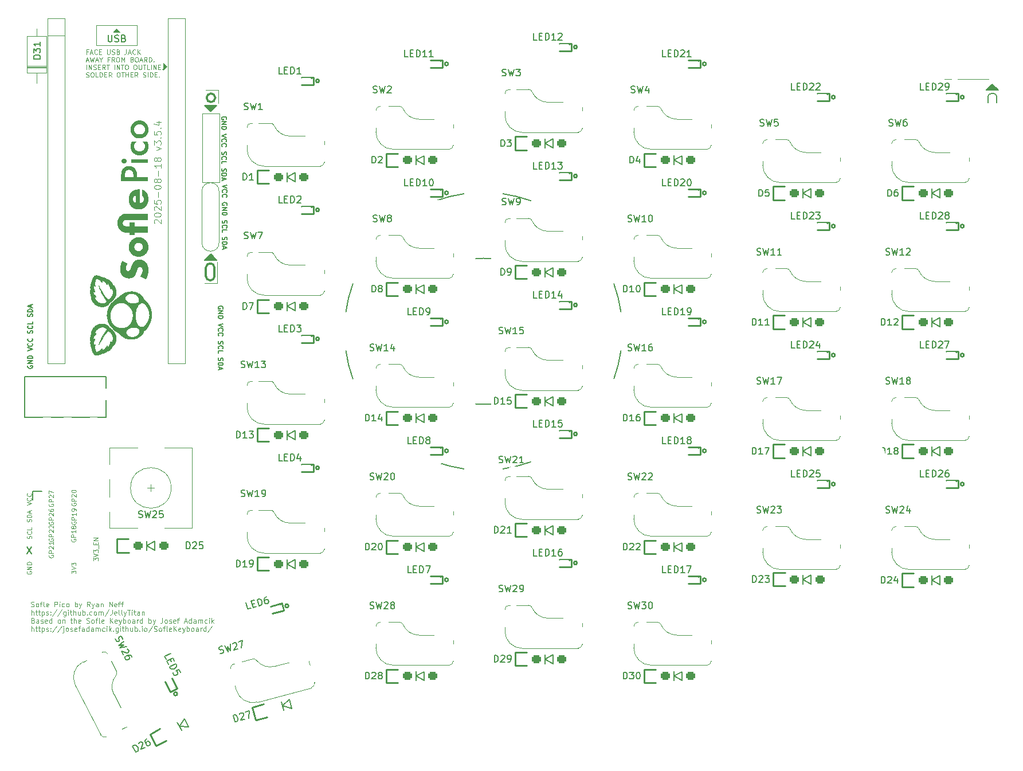
<source format=gto>
G04 #@! TF.GenerationSoftware,KiCad,Pcbnew,9.0.3*
G04 #@! TF.CreationDate,2025-08-18T23:43:37+09:00*
G04 #@! TF.ProjectId,Sofle_Pico,536f666c-655f-4506-9963-6f2e6b696361,v3.5.4*
G04 #@! TF.SameCoordinates,Original*
G04 #@! TF.FileFunction,Legend,Top*
G04 #@! TF.FilePolarity,Positive*
%FSLAX46Y46*%
G04 Gerber Fmt 4.6, Leading zero omitted, Abs format (unit mm)*
G04 Created by KiCad (PCBNEW 9.0.3) date 2025-08-18 23:43:37*
%MOMM*%
%LPD*%
G01*
G04 APERTURE LIST*
G04 Aperture macros list*
%AMRoundRect*
0 Rectangle with rounded corners*
0 $1 Rounding radius*
0 $2 $3 $4 $5 $6 $7 $8 $9 X,Y pos of 4 corners*
0 Add a 4 corners polygon primitive as box body*
4,1,4,$2,$3,$4,$5,$6,$7,$8,$9,$2,$3,0*
0 Add four circle primitives for the rounded corners*
1,1,$1+$1,$2,$3*
1,1,$1+$1,$4,$5*
1,1,$1+$1,$6,$7*
1,1,$1+$1,$8,$9*
0 Add four rect primitives between the rounded corners*
20,1,$1+$1,$2,$3,$4,$5,0*
20,1,$1+$1,$4,$5,$6,$7,0*
20,1,$1+$1,$6,$7,$8,$9,0*
20,1,$1+$1,$8,$9,$2,$3,0*%
%AMRotRect*
0 Rectangle, with rotation*
0 The origin of the aperture is its center*
0 $1 length*
0 $2 width*
0 $3 Rotation angle, in degrees counterclockwise*
0 Add horizontal line*
21,1,$1,$2,0,0,$3*%
%AMFreePoly0*
4,1,28,-0.850000,0.400000,-0.842219,0.514750,-0.797860,0.693119,-0.716195,0.857783,-0.601041,1.001041,-0.457783,1.116195,-0.293119,1.197860,-0.114750,1.242219,0.000000,1.250000,0.850000,0.400000,0.850000,-0.400000,0.842219,-0.514750,0.797860,-0.693119,0.716195,-0.857783,0.601041,-1.001041,0.457783,-1.116195,0.293119,-1.197860,0.114750,-1.242219,0.000000,-1.250000,-0.114750,-1.242219,
-0.293119,-1.197860,-0.457783,-1.116195,-0.601041,-1.001041,-0.716195,-0.857783,-0.797860,-0.693119,-0.842219,-0.514750,-0.850000,-0.400000,-0.850000,0.400000,-0.850000,0.400000,$1*%
%AMFreePoly1*
4,1,28,-0.850000,0.400000,-0.842219,0.514750,-0.797860,0.693119,-0.716195,0.857783,-0.601041,1.001041,-0.457783,1.116195,-0.293119,1.197860,-0.114750,1.242219,0.000000,1.250000,0.114750,1.242219,0.293119,1.197860,0.457783,1.116195,0.601041,1.001041,0.716195,0.857783,0.797860,0.693119,0.842219,0.514750,0.850000,0.400000,0.850000,-0.400000,0.000000,-1.250000,-0.114750,-1.242219,
-0.293119,-1.197860,-0.457783,-1.116195,-0.601041,-1.001041,-0.716195,-0.857783,-0.797860,-0.693119,-0.842219,-0.514750,-0.850000,-0.400000,-0.850000,0.400000,-0.850000,0.400000,$1*%
%AMFreePoly2*
4,1,21,-0.750000,0.000000,-0.734505,0.151663,-0.679731,0.316964,-0.588312,0.465177,-0.465177,0.588312,-0.316964,0.679731,-0.151663,0.734505,0.000000,0.750000,0.525000,0.750000,0.750000,0.525000,0.750000,-0.525000,0.525000,-0.750000,0.000000,-0.750000,-0.151663,-0.734505,-0.316964,-0.679731,-0.465177,-0.588312,-0.588312,-0.465177,-0.679731,-0.316964,-0.734505,-0.151663,-0.750000,0.000000,
-0.750000,0.000000,-0.750000,0.000000,$1*%
%AMFreePoly3*
4,1,6,0.500000,-0.750000,0.250000,-0.750000,-0.500000,0.000000,0.250000,0.750000,0.500000,0.750000,0.500000,-0.750000,0.500000,-0.750000,$1*%
%AMFreePoly4*
4,1,6,0.240000,0.000000,0.990000,-0.750000,-0.260000,-0.750000,-0.260000,0.750000,0.990000,0.750000,0.240000,0.000000,0.240000,0.000000,$1*%
%AMFreePoly5*
4,1,20,-0.750000,0.600000,-0.600000,0.750000,0.000000,0.750000,0.151663,0.734505,0.316964,0.679731,0.465177,0.588312,0.588312,0.465177,0.679731,0.316964,0.734505,0.151663,0.750000,0.000000,0.734505,-0.151663,0.679731,-0.316964,0.588312,-0.465177,0.465177,-0.588312,0.316964,-0.679731,0.151663,-0.734505,0.000000,-0.750000,-0.600000,-0.750000,-0.750000,-0.600000,-0.750000,0.600000,
-0.750000,0.600000,$1*%
%AMFreePoly6*
4,1,17,-1.275000,1.008000,-1.255818,1.104436,-1.201191,1.186191,-1.119436,1.240818,-1.023000,1.260000,1.023000,1.260000,1.119436,1.240818,1.201191,1.186191,1.255818,1.104436,1.275000,1.008000,1.275000,-1.260000,-1.023000,-1.260000,-1.119436,-1.240818,-1.201191,-1.186191,-1.255818,-1.104436,-1.275000,-1.008000,-1.275000,1.008000,-1.275000,1.008000,$1*%
%AMFreePoly7*
4,1,18,-1.275000,0.630000,-0.645000,1.260000,1.023000,1.260000,1.119436,1.240818,1.201191,1.186191,1.255818,1.104436,1.275000,1.008000,1.275000,-1.008000,1.255818,-1.104436,1.201191,-1.186191,1.119436,-1.240818,1.023000,-1.260000,-1.023000,-1.260000,-1.119436,-1.240818,-1.201191,-1.186191,-1.255818,-1.104436,-1.275000,-1.008000,-1.275000,0.630000,-1.275000,0.630000,$1*%
%AMFreePoly8*
4,1,13,-0.850000,0.410000,0.727000,0.410000,0.774070,0.400637,0.813974,0.373974,0.840637,0.334070,0.850000,0.287000,0.850000,-0.287000,0.840637,-0.334070,0.813974,-0.373974,0.774070,-0.400637,0.727000,-0.410000,-0.850000,-0.410000,-0.850000,0.410000,-0.850000,0.410000,$1*%
%AMFreePoly9*
4,1,18,-0.850000,0.287000,-0.840637,0.334070,-0.813974,0.373974,-0.774070,0.400637,-0.727000,0.410000,0.727000,0.410000,0.774070,0.400637,0.813974,0.373974,0.840637,0.334070,0.850000,0.287000,0.850000,-0.287000,0.840637,-0.334070,0.813974,-0.373974,0.774070,-0.400637,0.727000,-0.410000,-0.440000,-0.410000,-0.850000,0.000000,-0.850000,0.287000,-0.850000,0.287000,$1*%
G04 Aperture macros list end*
%ADD10C,0.300000*%
%ADD11C,0.150000*%
%ADD12C,0.100000*%
%ADD13C,0.125000*%
%ADD14C,0.120000*%
%ADD15C,0.200000*%
%ADD16C,0.000000*%
%ADD17C,0.022764*%
%ADD18C,0.250000*%
%ADD19C,0.099999*%
%ADD20C,1.200000*%
%ADD21C,0.022619*%
%ADD22FreePoly0,90.000000*%
%ADD23FreePoly1,90.000000*%
%ADD24O,2.500000X1.700000*%
%ADD25C,1.397000*%
%ADD26R,1.397000X1.397000*%
%ADD27O,2.800000X1.500000*%
%ADD28C,2.000000*%
%ADD29C,4.700000*%
%ADD30C,1.000000*%
%ADD31R,1.700000X1.700000*%
%ADD32O,1.700000X1.700000*%
%ADD33FreePoly2,0.000000*%
%ADD34FreePoly3,180.000000*%
%ADD35FreePoly4,180.000000*%
%ADD36FreePoly5,0.000000*%
%ADD37C,1.700000*%
%ADD38R,1.500000X1.500000*%
%ADD39O,1.500000X1.500000*%
%ADD40C,1.500000*%
%ADD41C,4.400000*%
%ADD42C,0.800000*%
%ADD43R,1.400000X1.400000*%
%ADD44RoundRect,0.300000X-0.400000X-0.300000X0.400000X-0.300000X0.400000X0.300000X-0.400000X0.300000X0*%
%ADD45C,1.400000*%
%ADD46RotRect,1.400000X1.400000X27.000000*%
%ADD47RoundRect,0.300000X-0.220205X-0.448898X0.492600X-0.085706X0.220205X0.448898X-0.492600X0.085706X0*%
%ADD48C,1.750000*%
%ADD49C,3.000000*%
%ADD50C,3.987800*%
%ADD51FreePoly6,0.000000*%
%ADD52FreePoly7,0.000000*%
%ADD53FreePoly6,297.000000*%
%ADD54FreePoly7,297.000000*%
%ADD55FreePoly6,15.000000*%
%ADD56FreePoly7,15.000000*%
%ADD57RotRect,1.400000X1.400000X15.000000*%
%ADD58RoundRect,0.300000X-0.308725X-0.393305X0.464016X-0.186250X0.308725X0.393305X-0.464016X0.186250X0*%
%ADD59FreePoly8,180.000000*%
%ADD60FreePoly9,180.000000*%
%ADD61FreePoly8,0.000000*%
%ADD62FreePoly8,195.000000*%
%ADD63FreePoly9,195.000000*%
%ADD64FreePoly8,15.000000*%
%ADD65FreePoly8,117.000000*%
%ADD66FreePoly9,117.000000*%
%ADD67FreePoly8,297.000000*%
G04 APERTURE END LIST*
D10*
X108135807Y-73220800D02*
X108135807Y-71970800D01*
D11*
X108830000Y-48870000D02*
X108820000Y-48870000D01*
X107950000Y-48000000D01*
X109750000Y-48000000D01*
X108830000Y-48870000D01*
G36*
X108830000Y-48870000D02*
G01*
X108820000Y-48870000D01*
X107950000Y-48000000D01*
X109750000Y-48000000D01*
X108830000Y-48870000D01*
G37*
D12*
X107950000Y-74245000D02*
X109810000Y-74245000D01*
D11*
X109740000Y-70835000D02*
X107940000Y-70835000D01*
X108860000Y-69965000D01*
X108870000Y-69965000D01*
X109740000Y-70835000D01*
G36*
X109740000Y-70835000D02*
G01*
X107940000Y-70835000D01*
X108860000Y-69965000D01*
X108870000Y-69965000D01*
X109740000Y-70835000D01*
G37*
D10*
X109404193Y-73220800D02*
X109404193Y-71970800D01*
X108240807Y-46873393D02*
G75*
G02*
X109509193Y-46873393I634193J7D01*
G01*
X109404193Y-73220800D02*
G75*
G02*
X108135807Y-73220800I-634193J-7D01*
G01*
D12*
X109810000Y-74245000D02*
X109810000Y-71155000D01*
D10*
X109509193Y-46873393D02*
G75*
G02*
X108240807Y-46873393I-634193J7D01*
G01*
D12*
X109970807Y-45733393D02*
X109970807Y-47653393D01*
X109970807Y-45733393D02*
X108110807Y-45733393D01*
D10*
X108135807Y-71970800D02*
G75*
G02*
X109404193Y-71970800I634193J-7D01*
G01*
D12*
X82318646Y-122014926D02*
X82425789Y-122050640D01*
X82425789Y-122050640D02*
X82604360Y-122050640D01*
X82604360Y-122050640D02*
X82675789Y-122014926D01*
X82675789Y-122014926D02*
X82711503Y-121979211D01*
X82711503Y-121979211D02*
X82747217Y-121907783D01*
X82747217Y-121907783D02*
X82747217Y-121836354D01*
X82747217Y-121836354D02*
X82711503Y-121764926D01*
X82711503Y-121764926D02*
X82675789Y-121729211D01*
X82675789Y-121729211D02*
X82604360Y-121693497D01*
X82604360Y-121693497D02*
X82461503Y-121657783D01*
X82461503Y-121657783D02*
X82390074Y-121622068D01*
X82390074Y-121622068D02*
X82354360Y-121586354D01*
X82354360Y-121586354D02*
X82318646Y-121514926D01*
X82318646Y-121514926D02*
X82318646Y-121443497D01*
X82318646Y-121443497D02*
X82354360Y-121372068D01*
X82354360Y-121372068D02*
X82390074Y-121336354D01*
X82390074Y-121336354D02*
X82461503Y-121300640D01*
X82461503Y-121300640D02*
X82640074Y-121300640D01*
X82640074Y-121300640D02*
X82747217Y-121336354D01*
X83175789Y-122050640D02*
X83104360Y-122014926D01*
X83104360Y-122014926D02*
X83068646Y-121979211D01*
X83068646Y-121979211D02*
X83032932Y-121907783D01*
X83032932Y-121907783D02*
X83032932Y-121693497D01*
X83032932Y-121693497D02*
X83068646Y-121622068D01*
X83068646Y-121622068D02*
X83104360Y-121586354D01*
X83104360Y-121586354D02*
X83175789Y-121550640D01*
X83175789Y-121550640D02*
X83282932Y-121550640D01*
X83282932Y-121550640D02*
X83354360Y-121586354D01*
X83354360Y-121586354D02*
X83390075Y-121622068D01*
X83390075Y-121622068D02*
X83425789Y-121693497D01*
X83425789Y-121693497D02*
X83425789Y-121907783D01*
X83425789Y-121907783D02*
X83390075Y-121979211D01*
X83390075Y-121979211D02*
X83354360Y-122014926D01*
X83354360Y-122014926D02*
X83282932Y-122050640D01*
X83282932Y-122050640D02*
X83175789Y-122050640D01*
X83640074Y-121550640D02*
X83925788Y-121550640D01*
X83747217Y-122050640D02*
X83747217Y-121407783D01*
X83747217Y-121407783D02*
X83782931Y-121336354D01*
X83782931Y-121336354D02*
X83854360Y-121300640D01*
X83854360Y-121300640D02*
X83925788Y-121300640D01*
X84282931Y-122050640D02*
X84211502Y-122014926D01*
X84211502Y-122014926D02*
X84175788Y-121943497D01*
X84175788Y-121943497D02*
X84175788Y-121300640D01*
X84854359Y-122014926D02*
X84782931Y-122050640D01*
X84782931Y-122050640D02*
X84640074Y-122050640D01*
X84640074Y-122050640D02*
X84568645Y-122014926D01*
X84568645Y-122014926D02*
X84532931Y-121943497D01*
X84532931Y-121943497D02*
X84532931Y-121657783D01*
X84532931Y-121657783D02*
X84568645Y-121586354D01*
X84568645Y-121586354D02*
X84640074Y-121550640D01*
X84640074Y-121550640D02*
X84782931Y-121550640D01*
X84782931Y-121550640D02*
X84854359Y-121586354D01*
X84854359Y-121586354D02*
X84890074Y-121657783D01*
X84890074Y-121657783D02*
X84890074Y-121729211D01*
X84890074Y-121729211D02*
X84532931Y-121800640D01*
X85782931Y-122050640D02*
X85782931Y-121300640D01*
X85782931Y-121300640D02*
X86068645Y-121300640D01*
X86068645Y-121300640D02*
X86140074Y-121336354D01*
X86140074Y-121336354D02*
X86175788Y-121372068D01*
X86175788Y-121372068D02*
X86211502Y-121443497D01*
X86211502Y-121443497D02*
X86211502Y-121550640D01*
X86211502Y-121550640D02*
X86175788Y-121622068D01*
X86175788Y-121622068D02*
X86140074Y-121657783D01*
X86140074Y-121657783D02*
X86068645Y-121693497D01*
X86068645Y-121693497D02*
X85782931Y-121693497D01*
X86532931Y-122050640D02*
X86532931Y-121550640D01*
X86532931Y-121300640D02*
X86497217Y-121336354D01*
X86497217Y-121336354D02*
X86532931Y-121372068D01*
X86532931Y-121372068D02*
X86568645Y-121336354D01*
X86568645Y-121336354D02*
X86532931Y-121300640D01*
X86532931Y-121300640D02*
X86532931Y-121372068D01*
X87211503Y-122014926D02*
X87140074Y-122050640D01*
X87140074Y-122050640D02*
X86997217Y-122050640D01*
X86997217Y-122050640D02*
X86925788Y-122014926D01*
X86925788Y-122014926D02*
X86890074Y-121979211D01*
X86890074Y-121979211D02*
X86854360Y-121907783D01*
X86854360Y-121907783D02*
X86854360Y-121693497D01*
X86854360Y-121693497D02*
X86890074Y-121622068D01*
X86890074Y-121622068D02*
X86925788Y-121586354D01*
X86925788Y-121586354D02*
X86997217Y-121550640D01*
X86997217Y-121550640D02*
X87140074Y-121550640D01*
X87140074Y-121550640D02*
X87211503Y-121586354D01*
X87640074Y-122050640D02*
X87568645Y-122014926D01*
X87568645Y-122014926D02*
X87532931Y-121979211D01*
X87532931Y-121979211D02*
X87497217Y-121907783D01*
X87497217Y-121907783D02*
X87497217Y-121693497D01*
X87497217Y-121693497D02*
X87532931Y-121622068D01*
X87532931Y-121622068D02*
X87568645Y-121586354D01*
X87568645Y-121586354D02*
X87640074Y-121550640D01*
X87640074Y-121550640D02*
X87747217Y-121550640D01*
X87747217Y-121550640D02*
X87818645Y-121586354D01*
X87818645Y-121586354D02*
X87854360Y-121622068D01*
X87854360Y-121622068D02*
X87890074Y-121693497D01*
X87890074Y-121693497D02*
X87890074Y-121907783D01*
X87890074Y-121907783D02*
X87854360Y-121979211D01*
X87854360Y-121979211D02*
X87818645Y-122014926D01*
X87818645Y-122014926D02*
X87747217Y-122050640D01*
X87747217Y-122050640D02*
X87640074Y-122050640D01*
X88782931Y-122050640D02*
X88782931Y-121300640D01*
X88782931Y-121586354D02*
X88854360Y-121550640D01*
X88854360Y-121550640D02*
X88997217Y-121550640D01*
X88997217Y-121550640D02*
X89068645Y-121586354D01*
X89068645Y-121586354D02*
X89104360Y-121622068D01*
X89104360Y-121622068D02*
X89140074Y-121693497D01*
X89140074Y-121693497D02*
X89140074Y-121907783D01*
X89140074Y-121907783D02*
X89104360Y-121979211D01*
X89104360Y-121979211D02*
X89068645Y-122014926D01*
X89068645Y-122014926D02*
X88997217Y-122050640D01*
X88997217Y-122050640D02*
X88854360Y-122050640D01*
X88854360Y-122050640D02*
X88782931Y-122014926D01*
X89390073Y-121550640D02*
X89568645Y-122050640D01*
X89747216Y-121550640D02*
X89568645Y-122050640D01*
X89568645Y-122050640D02*
X89497216Y-122229211D01*
X89497216Y-122229211D02*
X89461502Y-122264926D01*
X89461502Y-122264926D02*
X89390073Y-122300640D01*
X91032931Y-122050640D02*
X90782931Y-121693497D01*
X90604360Y-122050640D02*
X90604360Y-121300640D01*
X90604360Y-121300640D02*
X90890074Y-121300640D01*
X90890074Y-121300640D02*
X90961503Y-121336354D01*
X90961503Y-121336354D02*
X90997217Y-121372068D01*
X90997217Y-121372068D02*
X91032931Y-121443497D01*
X91032931Y-121443497D02*
X91032931Y-121550640D01*
X91032931Y-121550640D02*
X90997217Y-121622068D01*
X90997217Y-121622068D02*
X90961503Y-121657783D01*
X90961503Y-121657783D02*
X90890074Y-121693497D01*
X90890074Y-121693497D02*
X90604360Y-121693497D01*
X91282931Y-121550640D02*
X91461503Y-122050640D01*
X91640074Y-121550640D02*
X91461503Y-122050640D01*
X91461503Y-122050640D02*
X91390074Y-122229211D01*
X91390074Y-122229211D02*
X91354360Y-122264926D01*
X91354360Y-122264926D02*
X91282931Y-122300640D01*
X92247218Y-122050640D02*
X92247218Y-121657783D01*
X92247218Y-121657783D02*
X92211503Y-121586354D01*
X92211503Y-121586354D02*
X92140075Y-121550640D01*
X92140075Y-121550640D02*
X91997218Y-121550640D01*
X91997218Y-121550640D02*
X91925789Y-121586354D01*
X92247218Y-122014926D02*
X92175789Y-122050640D01*
X92175789Y-122050640D02*
X91997218Y-122050640D01*
X91997218Y-122050640D02*
X91925789Y-122014926D01*
X91925789Y-122014926D02*
X91890075Y-121943497D01*
X91890075Y-121943497D02*
X91890075Y-121872068D01*
X91890075Y-121872068D02*
X91925789Y-121800640D01*
X91925789Y-121800640D02*
X91997218Y-121764926D01*
X91997218Y-121764926D02*
X92175789Y-121764926D01*
X92175789Y-121764926D02*
X92247218Y-121729211D01*
X92604360Y-121550640D02*
X92604360Y-122050640D01*
X92604360Y-121622068D02*
X92640074Y-121586354D01*
X92640074Y-121586354D02*
X92711503Y-121550640D01*
X92711503Y-121550640D02*
X92818646Y-121550640D01*
X92818646Y-121550640D02*
X92890074Y-121586354D01*
X92890074Y-121586354D02*
X92925789Y-121657783D01*
X92925789Y-121657783D02*
X92925789Y-122050640D01*
X93854360Y-122050640D02*
X93854360Y-121300640D01*
X93854360Y-121300640D02*
X94282931Y-122050640D01*
X94282931Y-122050640D02*
X94282931Y-121300640D01*
X94925788Y-122014926D02*
X94854360Y-122050640D01*
X94854360Y-122050640D02*
X94711503Y-122050640D01*
X94711503Y-122050640D02*
X94640074Y-122014926D01*
X94640074Y-122014926D02*
X94604360Y-121943497D01*
X94604360Y-121943497D02*
X94604360Y-121657783D01*
X94604360Y-121657783D02*
X94640074Y-121586354D01*
X94640074Y-121586354D02*
X94711503Y-121550640D01*
X94711503Y-121550640D02*
X94854360Y-121550640D01*
X94854360Y-121550640D02*
X94925788Y-121586354D01*
X94925788Y-121586354D02*
X94961503Y-121657783D01*
X94961503Y-121657783D02*
X94961503Y-121729211D01*
X94961503Y-121729211D02*
X94604360Y-121800640D01*
X95175788Y-121550640D02*
X95461502Y-121550640D01*
X95282931Y-122050640D02*
X95282931Y-121407783D01*
X95282931Y-121407783D02*
X95318645Y-121336354D01*
X95318645Y-121336354D02*
X95390074Y-121300640D01*
X95390074Y-121300640D02*
X95461502Y-121300640D01*
X95604359Y-121550640D02*
X95890073Y-121550640D01*
X95711502Y-122050640D02*
X95711502Y-121407783D01*
X95711502Y-121407783D02*
X95747216Y-121336354D01*
X95747216Y-121336354D02*
X95818645Y-121300640D01*
X95818645Y-121300640D02*
X95890073Y-121300640D01*
X82354360Y-123258098D02*
X82354360Y-122508098D01*
X82675789Y-123258098D02*
X82675789Y-122865241D01*
X82675789Y-122865241D02*
X82640074Y-122793812D01*
X82640074Y-122793812D02*
X82568646Y-122758098D01*
X82568646Y-122758098D02*
X82461503Y-122758098D01*
X82461503Y-122758098D02*
X82390074Y-122793812D01*
X82390074Y-122793812D02*
X82354360Y-122829526D01*
X82925788Y-122758098D02*
X83211502Y-122758098D01*
X83032931Y-122508098D02*
X83032931Y-123150955D01*
X83032931Y-123150955D02*
X83068645Y-123222384D01*
X83068645Y-123222384D02*
X83140074Y-123258098D01*
X83140074Y-123258098D02*
X83211502Y-123258098D01*
X83354359Y-122758098D02*
X83640073Y-122758098D01*
X83461502Y-122508098D02*
X83461502Y-123150955D01*
X83461502Y-123150955D02*
X83497216Y-123222384D01*
X83497216Y-123222384D02*
X83568645Y-123258098D01*
X83568645Y-123258098D02*
X83640073Y-123258098D01*
X83890073Y-122758098D02*
X83890073Y-123508098D01*
X83890073Y-122793812D02*
X83961502Y-122758098D01*
X83961502Y-122758098D02*
X84104359Y-122758098D01*
X84104359Y-122758098D02*
X84175787Y-122793812D01*
X84175787Y-122793812D02*
X84211502Y-122829526D01*
X84211502Y-122829526D02*
X84247216Y-122900955D01*
X84247216Y-122900955D02*
X84247216Y-123115241D01*
X84247216Y-123115241D02*
X84211502Y-123186669D01*
X84211502Y-123186669D02*
X84175787Y-123222384D01*
X84175787Y-123222384D02*
X84104359Y-123258098D01*
X84104359Y-123258098D02*
X83961502Y-123258098D01*
X83961502Y-123258098D02*
X83890073Y-123222384D01*
X84532930Y-123222384D02*
X84604358Y-123258098D01*
X84604358Y-123258098D02*
X84747215Y-123258098D01*
X84747215Y-123258098D02*
X84818644Y-123222384D01*
X84818644Y-123222384D02*
X84854358Y-123150955D01*
X84854358Y-123150955D02*
X84854358Y-123115241D01*
X84854358Y-123115241D02*
X84818644Y-123043812D01*
X84818644Y-123043812D02*
X84747215Y-123008098D01*
X84747215Y-123008098D02*
X84640073Y-123008098D01*
X84640073Y-123008098D02*
X84568644Y-122972384D01*
X84568644Y-122972384D02*
X84532930Y-122900955D01*
X84532930Y-122900955D02*
X84532930Y-122865241D01*
X84532930Y-122865241D02*
X84568644Y-122793812D01*
X84568644Y-122793812D02*
X84640073Y-122758098D01*
X84640073Y-122758098D02*
X84747215Y-122758098D01*
X84747215Y-122758098D02*
X84818644Y-122793812D01*
X85175787Y-123186669D02*
X85211501Y-123222384D01*
X85211501Y-123222384D02*
X85175787Y-123258098D01*
X85175787Y-123258098D02*
X85140073Y-123222384D01*
X85140073Y-123222384D02*
X85175787Y-123186669D01*
X85175787Y-123186669D02*
X85175787Y-123258098D01*
X85175787Y-122793812D02*
X85211501Y-122829526D01*
X85211501Y-122829526D02*
X85175787Y-122865241D01*
X85175787Y-122865241D02*
X85140073Y-122829526D01*
X85140073Y-122829526D02*
X85175787Y-122793812D01*
X85175787Y-122793812D02*
X85175787Y-122865241D01*
X86068644Y-122472384D02*
X85425787Y-123436669D01*
X86854358Y-122472384D02*
X86211501Y-123436669D01*
X87425787Y-122758098D02*
X87425787Y-123365241D01*
X87425787Y-123365241D02*
X87390072Y-123436669D01*
X87390072Y-123436669D02*
X87354358Y-123472384D01*
X87354358Y-123472384D02*
X87282929Y-123508098D01*
X87282929Y-123508098D02*
X87175787Y-123508098D01*
X87175787Y-123508098D02*
X87104358Y-123472384D01*
X87425787Y-123222384D02*
X87354358Y-123258098D01*
X87354358Y-123258098D02*
X87211501Y-123258098D01*
X87211501Y-123258098D02*
X87140072Y-123222384D01*
X87140072Y-123222384D02*
X87104358Y-123186669D01*
X87104358Y-123186669D02*
X87068644Y-123115241D01*
X87068644Y-123115241D02*
X87068644Y-122900955D01*
X87068644Y-122900955D02*
X87104358Y-122829526D01*
X87104358Y-122829526D02*
X87140072Y-122793812D01*
X87140072Y-122793812D02*
X87211501Y-122758098D01*
X87211501Y-122758098D02*
X87354358Y-122758098D01*
X87354358Y-122758098D02*
X87425787Y-122793812D01*
X87782929Y-123258098D02*
X87782929Y-122758098D01*
X87782929Y-122508098D02*
X87747215Y-122543812D01*
X87747215Y-122543812D02*
X87782929Y-122579526D01*
X87782929Y-122579526D02*
X87818643Y-122543812D01*
X87818643Y-122543812D02*
X87782929Y-122508098D01*
X87782929Y-122508098D02*
X87782929Y-122579526D01*
X88032929Y-122758098D02*
X88318643Y-122758098D01*
X88140072Y-122508098D02*
X88140072Y-123150955D01*
X88140072Y-123150955D02*
X88175786Y-123222384D01*
X88175786Y-123222384D02*
X88247215Y-123258098D01*
X88247215Y-123258098D02*
X88318643Y-123258098D01*
X88568643Y-123258098D02*
X88568643Y-122508098D01*
X88890072Y-123258098D02*
X88890072Y-122865241D01*
X88890072Y-122865241D02*
X88854357Y-122793812D01*
X88854357Y-122793812D02*
X88782929Y-122758098D01*
X88782929Y-122758098D02*
X88675786Y-122758098D01*
X88675786Y-122758098D02*
X88604357Y-122793812D01*
X88604357Y-122793812D02*
X88568643Y-122829526D01*
X89568643Y-122758098D02*
X89568643Y-123258098D01*
X89247214Y-122758098D02*
X89247214Y-123150955D01*
X89247214Y-123150955D02*
X89282928Y-123222384D01*
X89282928Y-123222384D02*
X89354357Y-123258098D01*
X89354357Y-123258098D02*
X89461500Y-123258098D01*
X89461500Y-123258098D02*
X89532928Y-123222384D01*
X89532928Y-123222384D02*
X89568643Y-123186669D01*
X89925785Y-123258098D02*
X89925785Y-122508098D01*
X89925785Y-122793812D02*
X89997214Y-122758098D01*
X89997214Y-122758098D02*
X90140071Y-122758098D01*
X90140071Y-122758098D02*
X90211499Y-122793812D01*
X90211499Y-122793812D02*
X90247214Y-122829526D01*
X90247214Y-122829526D02*
X90282928Y-122900955D01*
X90282928Y-122900955D02*
X90282928Y-123115241D01*
X90282928Y-123115241D02*
X90247214Y-123186669D01*
X90247214Y-123186669D02*
X90211499Y-123222384D01*
X90211499Y-123222384D02*
X90140071Y-123258098D01*
X90140071Y-123258098D02*
X89997214Y-123258098D01*
X89997214Y-123258098D02*
X89925785Y-123222384D01*
X90604356Y-123186669D02*
X90640070Y-123222384D01*
X90640070Y-123222384D02*
X90604356Y-123258098D01*
X90604356Y-123258098D02*
X90568642Y-123222384D01*
X90568642Y-123222384D02*
X90604356Y-123186669D01*
X90604356Y-123186669D02*
X90604356Y-123258098D01*
X91282928Y-123222384D02*
X91211499Y-123258098D01*
X91211499Y-123258098D02*
X91068642Y-123258098D01*
X91068642Y-123258098D02*
X90997213Y-123222384D01*
X90997213Y-123222384D02*
X90961499Y-123186669D01*
X90961499Y-123186669D02*
X90925785Y-123115241D01*
X90925785Y-123115241D02*
X90925785Y-122900955D01*
X90925785Y-122900955D02*
X90961499Y-122829526D01*
X90961499Y-122829526D02*
X90997213Y-122793812D01*
X90997213Y-122793812D02*
X91068642Y-122758098D01*
X91068642Y-122758098D02*
X91211499Y-122758098D01*
X91211499Y-122758098D02*
X91282928Y-122793812D01*
X91711499Y-123258098D02*
X91640070Y-123222384D01*
X91640070Y-123222384D02*
X91604356Y-123186669D01*
X91604356Y-123186669D02*
X91568642Y-123115241D01*
X91568642Y-123115241D02*
X91568642Y-122900955D01*
X91568642Y-122900955D02*
X91604356Y-122829526D01*
X91604356Y-122829526D02*
X91640070Y-122793812D01*
X91640070Y-122793812D02*
X91711499Y-122758098D01*
X91711499Y-122758098D02*
X91818642Y-122758098D01*
X91818642Y-122758098D02*
X91890070Y-122793812D01*
X91890070Y-122793812D02*
X91925785Y-122829526D01*
X91925785Y-122829526D02*
X91961499Y-122900955D01*
X91961499Y-122900955D02*
X91961499Y-123115241D01*
X91961499Y-123115241D02*
X91925785Y-123186669D01*
X91925785Y-123186669D02*
X91890070Y-123222384D01*
X91890070Y-123222384D02*
X91818642Y-123258098D01*
X91818642Y-123258098D02*
X91711499Y-123258098D01*
X92282927Y-123258098D02*
X92282927Y-122758098D01*
X92282927Y-122829526D02*
X92318641Y-122793812D01*
X92318641Y-122793812D02*
X92390070Y-122758098D01*
X92390070Y-122758098D02*
X92497213Y-122758098D01*
X92497213Y-122758098D02*
X92568641Y-122793812D01*
X92568641Y-122793812D02*
X92604356Y-122865241D01*
X92604356Y-122865241D02*
X92604356Y-123258098D01*
X92604356Y-122865241D02*
X92640070Y-122793812D01*
X92640070Y-122793812D02*
X92711498Y-122758098D01*
X92711498Y-122758098D02*
X92818641Y-122758098D01*
X92818641Y-122758098D02*
X92890070Y-122793812D01*
X92890070Y-122793812D02*
X92925784Y-122865241D01*
X92925784Y-122865241D02*
X92925784Y-123258098D01*
X93818641Y-122472384D02*
X93175784Y-123436669D01*
X94282927Y-122508098D02*
X94282927Y-123043812D01*
X94282927Y-123043812D02*
X94247212Y-123150955D01*
X94247212Y-123150955D02*
X94175784Y-123222384D01*
X94175784Y-123222384D02*
X94068641Y-123258098D01*
X94068641Y-123258098D02*
X93997212Y-123258098D01*
X94925784Y-123222384D02*
X94854356Y-123258098D01*
X94854356Y-123258098D02*
X94711499Y-123258098D01*
X94711499Y-123258098D02*
X94640070Y-123222384D01*
X94640070Y-123222384D02*
X94604356Y-123150955D01*
X94604356Y-123150955D02*
X94604356Y-122865241D01*
X94604356Y-122865241D02*
X94640070Y-122793812D01*
X94640070Y-122793812D02*
X94711499Y-122758098D01*
X94711499Y-122758098D02*
X94854356Y-122758098D01*
X94854356Y-122758098D02*
X94925784Y-122793812D01*
X94925784Y-122793812D02*
X94961499Y-122865241D01*
X94961499Y-122865241D02*
X94961499Y-122936669D01*
X94961499Y-122936669D02*
X94604356Y-123008098D01*
X95390070Y-123258098D02*
X95318641Y-123222384D01*
X95318641Y-123222384D02*
X95282927Y-123150955D01*
X95282927Y-123150955D02*
X95282927Y-122508098D01*
X95782927Y-123258098D02*
X95711498Y-123222384D01*
X95711498Y-123222384D02*
X95675784Y-123150955D01*
X95675784Y-123150955D02*
X95675784Y-122508098D01*
X95997212Y-122758098D02*
X96175784Y-123258098D01*
X96354355Y-122758098D02*
X96175784Y-123258098D01*
X96175784Y-123258098D02*
X96104355Y-123436669D01*
X96104355Y-123436669D02*
X96068641Y-123472384D01*
X96068641Y-123472384D02*
X95997212Y-123508098D01*
X96532927Y-122508098D02*
X96961499Y-122508098D01*
X96747213Y-123258098D02*
X96747213Y-122508098D01*
X97211499Y-123258098D02*
X97211499Y-122758098D01*
X97211499Y-122508098D02*
X97175785Y-122543812D01*
X97175785Y-122543812D02*
X97211499Y-122579526D01*
X97211499Y-122579526D02*
X97247213Y-122543812D01*
X97247213Y-122543812D02*
X97211499Y-122508098D01*
X97211499Y-122508098D02*
X97211499Y-122579526D01*
X97461499Y-122758098D02*
X97747213Y-122758098D01*
X97568642Y-122508098D02*
X97568642Y-123150955D01*
X97568642Y-123150955D02*
X97604356Y-123222384D01*
X97604356Y-123222384D02*
X97675785Y-123258098D01*
X97675785Y-123258098D02*
X97747213Y-123258098D01*
X98318642Y-123258098D02*
X98318642Y-122865241D01*
X98318642Y-122865241D02*
X98282927Y-122793812D01*
X98282927Y-122793812D02*
X98211499Y-122758098D01*
X98211499Y-122758098D02*
X98068642Y-122758098D01*
X98068642Y-122758098D02*
X97997213Y-122793812D01*
X98318642Y-123222384D02*
X98247213Y-123258098D01*
X98247213Y-123258098D02*
X98068642Y-123258098D01*
X98068642Y-123258098D02*
X97997213Y-123222384D01*
X97997213Y-123222384D02*
X97961499Y-123150955D01*
X97961499Y-123150955D02*
X97961499Y-123079526D01*
X97961499Y-123079526D02*
X97997213Y-123008098D01*
X97997213Y-123008098D02*
X98068642Y-122972384D01*
X98068642Y-122972384D02*
X98247213Y-122972384D01*
X98247213Y-122972384D02*
X98318642Y-122936669D01*
X98675784Y-122758098D02*
X98675784Y-123258098D01*
X98675784Y-122829526D02*
X98711498Y-122793812D01*
X98711498Y-122793812D02*
X98782927Y-122758098D01*
X98782927Y-122758098D02*
X98890070Y-122758098D01*
X98890070Y-122758098D02*
X98961498Y-122793812D01*
X98961498Y-122793812D02*
X98997213Y-122865241D01*
X98997213Y-122865241D02*
X98997213Y-123258098D01*
X82604360Y-124072699D02*
X82711503Y-124108413D01*
X82711503Y-124108413D02*
X82747217Y-124144127D01*
X82747217Y-124144127D02*
X82782931Y-124215556D01*
X82782931Y-124215556D02*
X82782931Y-124322699D01*
X82782931Y-124322699D02*
X82747217Y-124394127D01*
X82747217Y-124394127D02*
X82711503Y-124429842D01*
X82711503Y-124429842D02*
X82640074Y-124465556D01*
X82640074Y-124465556D02*
X82354360Y-124465556D01*
X82354360Y-124465556D02*
X82354360Y-123715556D01*
X82354360Y-123715556D02*
X82604360Y-123715556D01*
X82604360Y-123715556D02*
X82675789Y-123751270D01*
X82675789Y-123751270D02*
X82711503Y-123786984D01*
X82711503Y-123786984D02*
X82747217Y-123858413D01*
X82747217Y-123858413D02*
X82747217Y-123929842D01*
X82747217Y-123929842D02*
X82711503Y-124001270D01*
X82711503Y-124001270D02*
X82675789Y-124036984D01*
X82675789Y-124036984D02*
X82604360Y-124072699D01*
X82604360Y-124072699D02*
X82354360Y-124072699D01*
X83425789Y-124465556D02*
X83425789Y-124072699D01*
X83425789Y-124072699D02*
X83390074Y-124001270D01*
X83390074Y-124001270D02*
X83318646Y-123965556D01*
X83318646Y-123965556D02*
X83175789Y-123965556D01*
X83175789Y-123965556D02*
X83104360Y-124001270D01*
X83425789Y-124429842D02*
X83354360Y-124465556D01*
X83354360Y-124465556D02*
X83175789Y-124465556D01*
X83175789Y-124465556D02*
X83104360Y-124429842D01*
X83104360Y-124429842D02*
X83068646Y-124358413D01*
X83068646Y-124358413D02*
X83068646Y-124286984D01*
X83068646Y-124286984D02*
X83104360Y-124215556D01*
X83104360Y-124215556D02*
X83175789Y-124179842D01*
X83175789Y-124179842D02*
X83354360Y-124179842D01*
X83354360Y-124179842D02*
X83425789Y-124144127D01*
X83747217Y-124429842D02*
X83818645Y-124465556D01*
X83818645Y-124465556D02*
X83961502Y-124465556D01*
X83961502Y-124465556D02*
X84032931Y-124429842D01*
X84032931Y-124429842D02*
X84068645Y-124358413D01*
X84068645Y-124358413D02*
X84068645Y-124322699D01*
X84068645Y-124322699D02*
X84032931Y-124251270D01*
X84032931Y-124251270D02*
X83961502Y-124215556D01*
X83961502Y-124215556D02*
X83854360Y-124215556D01*
X83854360Y-124215556D02*
X83782931Y-124179842D01*
X83782931Y-124179842D02*
X83747217Y-124108413D01*
X83747217Y-124108413D02*
X83747217Y-124072699D01*
X83747217Y-124072699D02*
X83782931Y-124001270D01*
X83782931Y-124001270D02*
X83854360Y-123965556D01*
X83854360Y-123965556D02*
X83961502Y-123965556D01*
X83961502Y-123965556D02*
X84032931Y-124001270D01*
X84675788Y-124429842D02*
X84604360Y-124465556D01*
X84604360Y-124465556D02*
X84461503Y-124465556D01*
X84461503Y-124465556D02*
X84390074Y-124429842D01*
X84390074Y-124429842D02*
X84354360Y-124358413D01*
X84354360Y-124358413D02*
X84354360Y-124072699D01*
X84354360Y-124072699D02*
X84390074Y-124001270D01*
X84390074Y-124001270D02*
X84461503Y-123965556D01*
X84461503Y-123965556D02*
X84604360Y-123965556D01*
X84604360Y-123965556D02*
X84675788Y-124001270D01*
X84675788Y-124001270D02*
X84711503Y-124072699D01*
X84711503Y-124072699D02*
X84711503Y-124144127D01*
X84711503Y-124144127D02*
X84354360Y-124215556D01*
X85354360Y-124465556D02*
X85354360Y-123715556D01*
X85354360Y-124429842D02*
X85282931Y-124465556D01*
X85282931Y-124465556D02*
X85140074Y-124465556D01*
X85140074Y-124465556D02*
X85068645Y-124429842D01*
X85068645Y-124429842D02*
X85032931Y-124394127D01*
X85032931Y-124394127D02*
X84997217Y-124322699D01*
X84997217Y-124322699D02*
X84997217Y-124108413D01*
X84997217Y-124108413D02*
X85032931Y-124036984D01*
X85032931Y-124036984D02*
X85068645Y-124001270D01*
X85068645Y-124001270D02*
X85140074Y-123965556D01*
X85140074Y-123965556D02*
X85282931Y-123965556D01*
X85282931Y-123965556D02*
X85354360Y-124001270D01*
X86390074Y-124465556D02*
X86318645Y-124429842D01*
X86318645Y-124429842D02*
X86282931Y-124394127D01*
X86282931Y-124394127D02*
X86247217Y-124322699D01*
X86247217Y-124322699D02*
X86247217Y-124108413D01*
X86247217Y-124108413D02*
X86282931Y-124036984D01*
X86282931Y-124036984D02*
X86318645Y-124001270D01*
X86318645Y-124001270D02*
X86390074Y-123965556D01*
X86390074Y-123965556D02*
X86497217Y-123965556D01*
X86497217Y-123965556D02*
X86568645Y-124001270D01*
X86568645Y-124001270D02*
X86604360Y-124036984D01*
X86604360Y-124036984D02*
X86640074Y-124108413D01*
X86640074Y-124108413D02*
X86640074Y-124322699D01*
X86640074Y-124322699D02*
X86604360Y-124394127D01*
X86604360Y-124394127D02*
X86568645Y-124429842D01*
X86568645Y-124429842D02*
X86497217Y-124465556D01*
X86497217Y-124465556D02*
X86390074Y-124465556D01*
X86961502Y-123965556D02*
X86961502Y-124465556D01*
X86961502Y-124036984D02*
X86997216Y-124001270D01*
X86997216Y-124001270D02*
X87068645Y-123965556D01*
X87068645Y-123965556D02*
X87175788Y-123965556D01*
X87175788Y-123965556D02*
X87247216Y-124001270D01*
X87247216Y-124001270D02*
X87282931Y-124072699D01*
X87282931Y-124072699D02*
X87282931Y-124465556D01*
X88104359Y-123965556D02*
X88390073Y-123965556D01*
X88211502Y-123715556D02*
X88211502Y-124358413D01*
X88211502Y-124358413D02*
X88247216Y-124429842D01*
X88247216Y-124429842D02*
X88318645Y-124465556D01*
X88318645Y-124465556D02*
X88390073Y-124465556D01*
X88640073Y-124465556D02*
X88640073Y-123715556D01*
X88961502Y-124465556D02*
X88961502Y-124072699D01*
X88961502Y-124072699D02*
X88925787Y-124001270D01*
X88925787Y-124001270D02*
X88854359Y-123965556D01*
X88854359Y-123965556D02*
X88747216Y-123965556D01*
X88747216Y-123965556D02*
X88675787Y-124001270D01*
X88675787Y-124001270D02*
X88640073Y-124036984D01*
X89604358Y-124429842D02*
X89532930Y-124465556D01*
X89532930Y-124465556D02*
X89390073Y-124465556D01*
X89390073Y-124465556D02*
X89318644Y-124429842D01*
X89318644Y-124429842D02*
X89282930Y-124358413D01*
X89282930Y-124358413D02*
X89282930Y-124072699D01*
X89282930Y-124072699D02*
X89318644Y-124001270D01*
X89318644Y-124001270D02*
X89390073Y-123965556D01*
X89390073Y-123965556D02*
X89532930Y-123965556D01*
X89532930Y-123965556D02*
X89604358Y-124001270D01*
X89604358Y-124001270D02*
X89640073Y-124072699D01*
X89640073Y-124072699D02*
X89640073Y-124144127D01*
X89640073Y-124144127D02*
X89282930Y-124215556D01*
X90497216Y-124429842D02*
X90604359Y-124465556D01*
X90604359Y-124465556D02*
X90782930Y-124465556D01*
X90782930Y-124465556D02*
X90854359Y-124429842D01*
X90854359Y-124429842D02*
X90890073Y-124394127D01*
X90890073Y-124394127D02*
X90925787Y-124322699D01*
X90925787Y-124322699D02*
X90925787Y-124251270D01*
X90925787Y-124251270D02*
X90890073Y-124179842D01*
X90890073Y-124179842D02*
X90854359Y-124144127D01*
X90854359Y-124144127D02*
X90782930Y-124108413D01*
X90782930Y-124108413D02*
X90640073Y-124072699D01*
X90640073Y-124072699D02*
X90568644Y-124036984D01*
X90568644Y-124036984D02*
X90532930Y-124001270D01*
X90532930Y-124001270D02*
X90497216Y-123929842D01*
X90497216Y-123929842D02*
X90497216Y-123858413D01*
X90497216Y-123858413D02*
X90532930Y-123786984D01*
X90532930Y-123786984D02*
X90568644Y-123751270D01*
X90568644Y-123751270D02*
X90640073Y-123715556D01*
X90640073Y-123715556D02*
X90818644Y-123715556D01*
X90818644Y-123715556D02*
X90925787Y-123751270D01*
X91354359Y-124465556D02*
X91282930Y-124429842D01*
X91282930Y-124429842D02*
X91247216Y-124394127D01*
X91247216Y-124394127D02*
X91211502Y-124322699D01*
X91211502Y-124322699D02*
X91211502Y-124108413D01*
X91211502Y-124108413D02*
X91247216Y-124036984D01*
X91247216Y-124036984D02*
X91282930Y-124001270D01*
X91282930Y-124001270D02*
X91354359Y-123965556D01*
X91354359Y-123965556D02*
X91461502Y-123965556D01*
X91461502Y-123965556D02*
X91532930Y-124001270D01*
X91532930Y-124001270D02*
X91568645Y-124036984D01*
X91568645Y-124036984D02*
X91604359Y-124108413D01*
X91604359Y-124108413D02*
X91604359Y-124322699D01*
X91604359Y-124322699D02*
X91568645Y-124394127D01*
X91568645Y-124394127D02*
X91532930Y-124429842D01*
X91532930Y-124429842D02*
X91461502Y-124465556D01*
X91461502Y-124465556D02*
X91354359Y-124465556D01*
X91818644Y-123965556D02*
X92104358Y-123965556D01*
X91925787Y-124465556D02*
X91925787Y-123822699D01*
X91925787Y-123822699D02*
X91961501Y-123751270D01*
X91961501Y-123751270D02*
X92032930Y-123715556D01*
X92032930Y-123715556D02*
X92104358Y-123715556D01*
X92461501Y-124465556D02*
X92390072Y-124429842D01*
X92390072Y-124429842D02*
X92354358Y-124358413D01*
X92354358Y-124358413D02*
X92354358Y-123715556D01*
X93032929Y-124429842D02*
X92961501Y-124465556D01*
X92961501Y-124465556D02*
X92818644Y-124465556D01*
X92818644Y-124465556D02*
X92747215Y-124429842D01*
X92747215Y-124429842D02*
X92711501Y-124358413D01*
X92711501Y-124358413D02*
X92711501Y-124072699D01*
X92711501Y-124072699D02*
X92747215Y-124001270D01*
X92747215Y-124001270D02*
X92818644Y-123965556D01*
X92818644Y-123965556D02*
X92961501Y-123965556D01*
X92961501Y-123965556D02*
X93032929Y-124001270D01*
X93032929Y-124001270D02*
X93068644Y-124072699D01*
X93068644Y-124072699D02*
X93068644Y-124144127D01*
X93068644Y-124144127D02*
X92711501Y-124215556D01*
X93961501Y-124465556D02*
X93961501Y-123715556D01*
X94390072Y-124465556D02*
X94068644Y-124036984D01*
X94390072Y-123715556D02*
X93961501Y-124144127D01*
X94997215Y-124429842D02*
X94925787Y-124465556D01*
X94925787Y-124465556D02*
X94782930Y-124465556D01*
X94782930Y-124465556D02*
X94711501Y-124429842D01*
X94711501Y-124429842D02*
X94675787Y-124358413D01*
X94675787Y-124358413D02*
X94675787Y-124072699D01*
X94675787Y-124072699D02*
X94711501Y-124001270D01*
X94711501Y-124001270D02*
X94782930Y-123965556D01*
X94782930Y-123965556D02*
X94925787Y-123965556D01*
X94925787Y-123965556D02*
X94997215Y-124001270D01*
X94997215Y-124001270D02*
X95032930Y-124072699D01*
X95032930Y-124072699D02*
X95032930Y-124144127D01*
X95032930Y-124144127D02*
X94675787Y-124215556D01*
X95282929Y-123965556D02*
X95461501Y-124465556D01*
X95640072Y-123965556D02*
X95461501Y-124465556D01*
X95461501Y-124465556D02*
X95390072Y-124644127D01*
X95390072Y-124644127D02*
X95354358Y-124679842D01*
X95354358Y-124679842D02*
X95282929Y-124715556D01*
X95925787Y-124465556D02*
X95925787Y-123715556D01*
X95925787Y-124001270D02*
X95997216Y-123965556D01*
X95997216Y-123965556D02*
X96140073Y-123965556D01*
X96140073Y-123965556D02*
X96211501Y-124001270D01*
X96211501Y-124001270D02*
X96247216Y-124036984D01*
X96247216Y-124036984D02*
X96282930Y-124108413D01*
X96282930Y-124108413D02*
X96282930Y-124322699D01*
X96282930Y-124322699D02*
X96247216Y-124394127D01*
X96247216Y-124394127D02*
X96211501Y-124429842D01*
X96211501Y-124429842D02*
X96140073Y-124465556D01*
X96140073Y-124465556D02*
X95997216Y-124465556D01*
X95997216Y-124465556D02*
X95925787Y-124429842D01*
X96711501Y-124465556D02*
X96640072Y-124429842D01*
X96640072Y-124429842D02*
X96604358Y-124394127D01*
X96604358Y-124394127D02*
X96568644Y-124322699D01*
X96568644Y-124322699D02*
X96568644Y-124108413D01*
X96568644Y-124108413D02*
X96604358Y-124036984D01*
X96604358Y-124036984D02*
X96640072Y-124001270D01*
X96640072Y-124001270D02*
X96711501Y-123965556D01*
X96711501Y-123965556D02*
X96818644Y-123965556D01*
X96818644Y-123965556D02*
X96890072Y-124001270D01*
X96890072Y-124001270D02*
X96925787Y-124036984D01*
X96925787Y-124036984D02*
X96961501Y-124108413D01*
X96961501Y-124108413D02*
X96961501Y-124322699D01*
X96961501Y-124322699D02*
X96925787Y-124394127D01*
X96925787Y-124394127D02*
X96890072Y-124429842D01*
X96890072Y-124429842D02*
X96818644Y-124465556D01*
X96818644Y-124465556D02*
X96711501Y-124465556D01*
X97604358Y-124465556D02*
X97604358Y-124072699D01*
X97604358Y-124072699D02*
X97568643Y-124001270D01*
X97568643Y-124001270D02*
X97497215Y-123965556D01*
X97497215Y-123965556D02*
X97354358Y-123965556D01*
X97354358Y-123965556D02*
X97282929Y-124001270D01*
X97604358Y-124429842D02*
X97532929Y-124465556D01*
X97532929Y-124465556D02*
X97354358Y-124465556D01*
X97354358Y-124465556D02*
X97282929Y-124429842D01*
X97282929Y-124429842D02*
X97247215Y-124358413D01*
X97247215Y-124358413D02*
X97247215Y-124286984D01*
X97247215Y-124286984D02*
X97282929Y-124215556D01*
X97282929Y-124215556D02*
X97354358Y-124179842D01*
X97354358Y-124179842D02*
X97532929Y-124179842D01*
X97532929Y-124179842D02*
X97604358Y-124144127D01*
X97961500Y-124465556D02*
X97961500Y-123965556D01*
X97961500Y-124108413D02*
X97997214Y-124036984D01*
X97997214Y-124036984D02*
X98032929Y-124001270D01*
X98032929Y-124001270D02*
X98104357Y-123965556D01*
X98104357Y-123965556D02*
X98175786Y-123965556D01*
X98747215Y-124465556D02*
X98747215Y-123715556D01*
X98747215Y-124429842D02*
X98675786Y-124465556D01*
X98675786Y-124465556D02*
X98532929Y-124465556D01*
X98532929Y-124465556D02*
X98461500Y-124429842D01*
X98461500Y-124429842D02*
X98425786Y-124394127D01*
X98425786Y-124394127D02*
X98390072Y-124322699D01*
X98390072Y-124322699D02*
X98390072Y-124108413D01*
X98390072Y-124108413D02*
X98425786Y-124036984D01*
X98425786Y-124036984D02*
X98461500Y-124001270D01*
X98461500Y-124001270D02*
X98532929Y-123965556D01*
X98532929Y-123965556D02*
X98675786Y-123965556D01*
X98675786Y-123965556D02*
X98747215Y-124001270D01*
X99675786Y-124465556D02*
X99675786Y-123715556D01*
X99675786Y-124001270D02*
X99747215Y-123965556D01*
X99747215Y-123965556D02*
X99890072Y-123965556D01*
X99890072Y-123965556D02*
X99961500Y-124001270D01*
X99961500Y-124001270D02*
X99997215Y-124036984D01*
X99997215Y-124036984D02*
X100032929Y-124108413D01*
X100032929Y-124108413D02*
X100032929Y-124322699D01*
X100032929Y-124322699D02*
X99997215Y-124394127D01*
X99997215Y-124394127D02*
X99961500Y-124429842D01*
X99961500Y-124429842D02*
X99890072Y-124465556D01*
X99890072Y-124465556D02*
X99747215Y-124465556D01*
X99747215Y-124465556D02*
X99675786Y-124429842D01*
X100282928Y-123965556D02*
X100461500Y-124465556D01*
X100640071Y-123965556D02*
X100461500Y-124465556D01*
X100461500Y-124465556D02*
X100390071Y-124644127D01*
X100390071Y-124644127D02*
X100354357Y-124679842D01*
X100354357Y-124679842D02*
X100282928Y-124715556D01*
X101711501Y-123715556D02*
X101711501Y-124251270D01*
X101711501Y-124251270D02*
X101675786Y-124358413D01*
X101675786Y-124358413D02*
X101604358Y-124429842D01*
X101604358Y-124429842D02*
X101497215Y-124465556D01*
X101497215Y-124465556D02*
X101425786Y-124465556D01*
X102175787Y-124465556D02*
X102104358Y-124429842D01*
X102104358Y-124429842D02*
X102068644Y-124394127D01*
X102068644Y-124394127D02*
X102032930Y-124322699D01*
X102032930Y-124322699D02*
X102032930Y-124108413D01*
X102032930Y-124108413D02*
X102068644Y-124036984D01*
X102068644Y-124036984D02*
X102104358Y-124001270D01*
X102104358Y-124001270D02*
X102175787Y-123965556D01*
X102175787Y-123965556D02*
X102282930Y-123965556D01*
X102282930Y-123965556D02*
X102354358Y-124001270D01*
X102354358Y-124001270D02*
X102390073Y-124036984D01*
X102390073Y-124036984D02*
X102425787Y-124108413D01*
X102425787Y-124108413D02*
X102425787Y-124322699D01*
X102425787Y-124322699D02*
X102390073Y-124394127D01*
X102390073Y-124394127D02*
X102354358Y-124429842D01*
X102354358Y-124429842D02*
X102282930Y-124465556D01*
X102282930Y-124465556D02*
X102175787Y-124465556D01*
X102711501Y-124429842D02*
X102782929Y-124465556D01*
X102782929Y-124465556D02*
X102925786Y-124465556D01*
X102925786Y-124465556D02*
X102997215Y-124429842D01*
X102997215Y-124429842D02*
X103032929Y-124358413D01*
X103032929Y-124358413D02*
X103032929Y-124322699D01*
X103032929Y-124322699D02*
X102997215Y-124251270D01*
X102997215Y-124251270D02*
X102925786Y-124215556D01*
X102925786Y-124215556D02*
X102818644Y-124215556D01*
X102818644Y-124215556D02*
X102747215Y-124179842D01*
X102747215Y-124179842D02*
X102711501Y-124108413D01*
X102711501Y-124108413D02*
X102711501Y-124072699D01*
X102711501Y-124072699D02*
X102747215Y-124001270D01*
X102747215Y-124001270D02*
X102818644Y-123965556D01*
X102818644Y-123965556D02*
X102925786Y-123965556D01*
X102925786Y-123965556D02*
X102997215Y-124001270D01*
X103640072Y-124429842D02*
X103568644Y-124465556D01*
X103568644Y-124465556D02*
X103425787Y-124465556D01*
X103425787Y-124465556D02*
X103354358Y-124429842D01*
X103354358Y-124429842D02*
X103318644Y-124358413D01*
X103318644Y-124358413D02*
X103318644Y-124072699D01*
X103318644Y-124072699D02*
X103354358Y-124001270D01*
X103354358Y-124001270D02*
X103425787Y-123965556D01*
X103425787Y-123965556D02*
X103568644Y-123965556D01*
X103568644Y-123965556D02*
X103640072Y-124001270D01*
X103640072Y-124001270D02*
X103675787Y-124072699D01*
X103675787Y-124072699D02*
X103675787Y-124144127D01*
X103675787Y-124144127D02*
X103318644Y-124215556D01*
X103890072Y-123965556D02*
X104175786Y-123965556D01*
X103997215Y-124465556D02*
X103997215Y-123822699D01*
X103997215Y-123822699D02*
X104032929Y-123751270D01*
X104032929Y-123751270D02*
X104104358Y-123715556D01*
X104104358Y-123715556D02*
X104175786Y-123715556D01*
X104961501Y-124251270D02*
X105318644Y-124251270D01*
X104890072Y-124465556D02*
X105140072Y-123715556D01*
X105140072Y-123715556D02*
X105390072Y-124465556D01*
X105961501Y-124465556D02*
X105961501Y-123715556D01*
X105961501Y-124429842D02*
X105890072Y-124465556D01*
X105890072Y-124465556D02*
X105747215Y-124465556D01*
X105747215Y-124465556D02*
X105675786Y-124429842D01*
X105675786Y-124429842D02*
X105640072Y-124394127D01*
X105640072Y-124394127D02*
X105604358Y-124322699D01*
X105604358Y-124322699D02*
X105604358Y-124108413D01*
X105604358Y-124108413D02*
X105640072Y-124036984D01*
X105640072Y-124036984D02*
X105675786Y-124001270D01*
X105675786Y-124001270D02*
X105747215Y-123965556D01*
X105747215Y-123965556D02*
X105890072Y-123965556D01*
X105890072Y-123965556D02*
X105961501Y-124001270D01*
X106640072Y-124465556D02*
X106640072Y-124072699D01*
X106640072Y-124072699D02*
X106604357Y-124001270D01*
X106604357Y-124001270D02*
X106532929Y-123965556D01*
X106532929Y-123965556D02*
X106390072Y-123965556D01*
X106390072Y-123965556D02*
X106318643Y-124001270D01*
X106640072Y-124429842D02*
X106568643Y-124465556D01*
X106568643Y-124465556D02*
X106390072Y-124465556D01*
X106390072Y-124465556D02*
X106318643Y-124429842D01*
X106318643Y-124429842D02*
X106282929Y-124358413D01*
X106282929Y-124358413D02*
X106282929Y-124286984D01*
X106282929Y-124286984D02*
X106318643Y-124215556D01*
X106318643Y-124215556D02*
X106390072Y-124179842D01*
X106390072Y-124179842D02*
X106568643Y-124179842D01*
X106568643Y-124179842D02*
X106640072Y-124144127D01*
X106997214Y-124465556D02*
X106997214Y-123965556D01*
X106997214Y-124036984D02*
X107032928Y-124001270D01*
X107032928Y-124001270D02*
X107104357Y-123965556D01*
X107104357Y-123965556D02*
X107211500Y-123965556D01*
X107211500Y-123965556D02*
X107282928Y-124001270D01*
X107282928Y-124001270D02*
X107318643Y-124072699D01*
X107318643Y-124072699D02*
X107318643Y-124465556D01*
X107318643Y-124072699D02*
X107354357Y-124001270D01*
X107354357Y-124001270D02*
X107425785Y-123965556D01*
X107425785Y-123965556D02*
X107532928Y-123965556D01*
X107532928Y-123965556D02*
X107604357Y-124001270D01*
X107604357Y-124001270D02*
X107640071Y-124072699D01*
X107640071Y-124072699D02*
X107640071Y-124465556D01*
X108318643Y-124429842D02*
X108247214Y-124465556D01*
X108247214Y-124465556D02*
X108104357Y-124465556D01*
X108104357Y-124465556D02*
X108032928Y-124429842D01*
X108032928Y-124429842D02*
X107997214Y-124394127D01*
X107997214Y-124394127D02*
X107961500Y-124322699D01*
X107961500Y-124322699D02*
X107961500Y-124108413D01*
X107961500Y-124108413D02*
X107997214Y-124036984D01*
X107997214Y-124036984D02*
X108032928Y-124001270D01*
X108032928Y-124001270D02*
X108104357Y-123965556D01*
X108104357Y-123965556D02*
X108247214Y-123965556D01*
X108247214Y-123965556D02*
X108318643Y-124001270D01*
X108640071Y-124465556D02*
X108640071Y-123965556D01*
X108640071Y-123715556D02*
X108604357Y-123751270D01*
X108604357Y-123751270D02*
X108640071Y-123786984D01*
X108640071Y-123786984D02*
X108675785Y-123751270D01*
X108675785Y-123751270D02*
X108640071Y-123715556D01*
X108640071Y-123715556D02*
X108640071Y-123786984D01*
X108997214Y-124465556D02*
X108997214Y-123715556D01*
X109068643Y-124179842D02*
X109282928Y-124465556D01*
X109282928Y-123965556D02*
X108997214Y-124251270D01*
X82354360Y-125673014D02*
X82354360Y-124923014D01*
X82675789Y-125673014D02*
X82675789Y-125280157D01*
X82675789Y-125280157D02*
X82640074Y-125208728D01*
X82640074Y-125208728D02*
X82568646Y-125173014D01*
X82568646Y-125173014D02*
X82461503Y-125173014D01*
X82461503Y-125173014D02*
X82390074Y-125208728D01*
X82390074Y-125208728D02*
X82354360Y-125244442D01*
X82925788Y-125173014D02*
X83211502Y-125173014D01*
X83032931Y-124923014D02*
X83032931Y-125565871D01*
X83032931Y-125565871D02*
X83068645Y-125637300D01*
X83068645Y-125637300D02*
X83140074Y-125673014D01*
X83140074Y-125673014D02*
X83211502Y-125673014D01*
X83354359Y-125173014D02*
X83640073Y-125173014D01*
X83461502Y-124923014D02*
X83461502Y-125565871D01*
X83461502Y-125565871D02*
X83497216Y-125637300D01*
X83497216Y-125637300D02*
X83568645Y-125673014D01*
X83568645Y-125673014D02*
X83640073Y-125673014D01*
X83890073Y-125173014D02*
X83890073Y-125923014D01*
X83890073Y-125208728D02*
X83961502Y-125173014D01*
X83961502Y-125173014D02*
X84104359Y-125173014D01*
X84104359Y-125173014D02*
X84175787Y-125208728D01*
X84175787Y-125208728D02*
X84211502Y-125244442D01*
X84211502Y-125244442D02*
X84247216Y-125315871D01*
X84247216Y-125315871D02*
X84247216Y-125530157D01*
X84247216Y-125530157D02*
X84211502Y-125601585D01*
X84211502Y-125601585D02*
X84175787Y-125637300D01*
X84175787Y-125637300D02*
X84104359Y-125673014D01*
X84104359Y-125673014D02*
X83961502Y-125673014D01*
X83961502Y-125673014D02*
X83890073Y-125637300D01*
X84532930Y-125637300D02*
X84604358Y-125673014D01*
X84604358Y-125673014D02*
X84747215Y-125673014D01*
X84747215Y-125673014D02*
X84818644Y-125637300D01*
X84818644Y-125637300D02*
X84854358Y-125565871D01*
X84854358Y-125565871D02*
X84854358Y-125530157D01*
X84854358Y-125530157D02*
X84818644Y-125458728D01*
X84818644Y-125458728D02*
X84747215Y-125423014D01*
X84747215Y-125423014D02*
X84640073Y-125423014D01*
X84640073Y-125423014D02*
X84568644Y-125387300D01*
X84568644Y-125387300D02*
X84532930Y-125315871D01*
X84532930Y-125315871D02*
X84532930Y-125280157D01*
X84532930Y-125280157D02*
X84568644Y-125208728D01*
X84568644Y-125208728D02*
X84640073Y-125173014D01*
X84640073Y-125173014D02*
X84747215Y-125173014D01*
X84747215Y-125173014D02*
X84818644Y-125208728D01*
X85175787Y-125601585D02*
X85211501Y-125637300D01*
X85211501Y-125637300D02*
X85175787Y-125673014D01*
X85175787Y-125673014D02*
X85140073Y-125637300D01*
X85140073Y-125637300D02*
X85175787Y-125601585D01*
X85175787Y-125601585D02*
X85175787Y-125673014D01*
X85175787Y-125208728D02*
X85211501Y-125244442D01*
X85211501Y-125244442D02*
X85175787Y-125280157D01*
X85175787Y-125280157D02*
X85140073Y-125244442D01*
X85140073Y-125244442D02*
X85175787Y-125208728D01*
X85175787Y-125208728D02*
X85175787Y-125280157D01*
X86068644Y-124887300D02*
X85425787Y-125851585D01*
X86854358Y-124887300D02*
X86211501Y-125851585D01*
X87104358Y-125173014D02*
X87104358Y-125815871D01*
X87104358Y-125815871D02*
X87068644Y-125887300D01*
X87068644Y-125887300D02*
X86997215Y-125923014D01*
X86997215Y-125923014D02*
X86961501Y-125923014D01*
X87104358Y-124923014D02*
X87068644Y-124958728D01*
X87068644Y-124958728D02*
X87104358Y-124994442D01*
X87104358Y-124994442D02*
X87140072Y-124958728D01*
X87140072Y-124958728D02*
X87104358Y-124923014D01*
X87104358Y-124923014D02*
X87104358Y-124994442D01*
X87568644Y-125673014D02*
X87497215Y-125637300D01*
X87497215Y-125637300D02*
X87461501Y-125601585D01*
X87461501Y-125601585D02*
X87425787Y-125530157D01*
X87425787Y-125530157D02*
X87425787Y-125315871D01*
X87425787Y-125315871D02*
X87461501Y-125244442D01*
X87461501Y-125244442D02*
X87497215Y-125208728D01*
X87497215Y-125208728D02*
X87568644Y-125173014D01*
X87568644Y-125173014D02*
X87675787Y-125173014D01*
X87675787Y-125173014D02*
X87747215Y-125208728D01*
X87747215Y-125208728D02*
X87782930Y-125244442D01*
X87782930Y-125244442D02*
X87818644Y-125315871D01*
X87818644Y-125315871D02*
X87818644Y-125530157D01*
X87818644Y-125530157D02*
X87782930Y-125601585D01*
X87782930Y-125601585D02*
X87747215Y-125637300D01*
X87747215Y-125637300D02*
X87675787Y-125673014D01*
X87675787Y-125673014D02*
X87568644Y-125673014D01*
X88104358Y-125637300D02*
X88175786Y-125673014D01*
X88175786Y-125673014D02*
X88318643Y-125673014D01*
X88318643Y-125673014D02*
X88390072Y-125637300D01*
X88390072Y-125637300D02*
X88425786Y-125565871D01*
X88425786Y-125565871D02*
X88425786Y-125530157D01*
X88425786Y-125530157D02*
X88390072Y-125458728D01*
X88390072Y-125458728D02*
X88318643Y-125423014D01*
X88318643Y-125423014D02*
X88211501Y-125423014D01*
X88211501Y-125423014D02*
X88140072Y-125387300D01*
X88140072Y-125387300D02*
X88104358Y-125315871D01*
X88104358Y-125315871D02*
X88104358Y-125280157D01*
X88104358Y-125280157D02*
X88140072Y-125208728D01*
X88140072Y-125208728D02*
X88211501Y-125173014D01*
X88211501Y-125173014D02*
X88318643Y-125173014D01*
X88318643Y-125173014D02*
X88390072Y-125208728D01*
X89032929Y-125637300D02*
X88961501Y-125673014D01*
X88961501Y-125673014D02*
X88818644Y-125673014D01*
X88818644Y-125673014D02*
X88747215Y-125637300D01*
X88747215Y-125637300D02*
X88711501Y-125565871D01*
X88711501Y-125565871D02*
X88711501Y-125280157D01*
X88711501Y-125280157D02*
X88747215Y-125208728D01*
X88747215Y-125208728D02*
X88818644Y-125173014D01*
X88818644Y-125173014D02*
X88961501Y-125173014D01*
X88961501Y-125173014D02*
X89032929Y-125208728D01*
X89032929Y-125208728D02*
X89068644Y-125280157D01*
X89068644Y-125280157D02*
X89068644Y-125351585D01*
X89068644Y-125351585D02*
X88711501Y-125423014D01*
X89282929Y-125173014D02*
X89568643Y-125173014D01*
X89390072Y-125673014D02*
X89390072Y-125030157D01*
X89390072Y-125030157D02*
X89425786Y-124958728D01*
X89425786Y-124958728D02*
X89497215Y-124923014D01*
X89497215Y-124923014D02*
X89568643Y-124923014D01*
X90140072Y-125673014D02*
X90140072Y-125280157D01*
X90140072Y-125280157D02*
X90104357Y-125208728D01*
X90104357Y-125208728D02*
X90032929Y-125173014D01*
X90032929Y-125173014D02*
X89890072Y-125173014D01*
X89890072Y-125173014D02*
X89818643Y-125208728D01*
X90140072Y-125637300D02*
X90068643Y-125673014D01*
X90068643Y-125673014D02*
X89890072Y-125673014D01*
X89890072Y-125673014D02*
X89818643Y-125637300D01*
X89818643Y-125637300D02*
X89782929Y-125565871D01*
X89782929Y-125565871D02*
X89782929Y-125494442D01*
X89782929Y-125494442D02*
X89818643Y-125423014D01*
X89818643Y-125423014D02*
X89890072Y-125387300D01*
X89890072Y-125387300D02*
X90068643Y-125387300D01*
X90068643Y-125387300D02*
X90140072Y-125351585D01*
X90818643Y-125673014D02*
X90818643Y-124923014D01*
X90818643Y-125637300D02*
X90747214Y-125673014D01*
X90747214Y-125673014D02*
X90604357Y-125673014D01*
X90604357Y-125673014D02*
X90532928Y-125637300D01*
X90532928Y-125637300D02*
X90497214Y-125601585D01*
X90497214Y-125601585D02*
X90461500Y-125530157D01*
X90461500Y-125530157D02*
X90461500Y-125315871D01*
X90461500Y-125315871D02*
X90497214Y-125244442D01*
X90497214Y-125244442D02*
X90532928Y-125208728D01*
X90532928Y-125208728D02*
X90604357Y-125173014D01*
X90604357Y-125173014D02*
X90747214Y-125173014D01*
X90747214Y-125173014D02*
X90818643Y-125208728D01*
X91497214Y-125673014D02*
X91497214Y-125280157D01*
X91497214Y-125280157D02*
X91461499Y-125208728D01*
X91461499Y-125208728D02*
X91390071Y-125173014D01*
X91390071Y-125173014D02*
X91247214Y-125173014D01*
X91247214Y-125173014D02*
X91175785Y-125208728D01*
X91497214Y-125637300D02*
X91425785Y-125673014D01*
X91425785Y-125673014D02*
X91247214Y-125673014D01*
X91247214Y-125673014D02*
X91175785Y-125637300D01*
X91175785Y-125637300D02*
X91140071Y-125565871D01*
X91140071Y-125565871D02*
X91140071Y-125494442D01*
X91140071Y-125494442D02*
X91175785Y-125423014D01*
X91175785Y-125423014D02*
X91247214Y-125387300D01*
X91247214Y-125387300D02*
X91425785Y-125387300D01*
X91425785Y-125387300D02*
X91497214Y-125351585D01*
X91854356Y-125673014D02*
X91854356Y-125173014D01*
X91854356Y-125244442D02*
X91890070Y-125208728D01*
X91890070Y-125208728D02*
X91961499Y-125173014D01*
X91961499Y-125173014D02*
X92068642Y-125173014D01*
X92068642Y-125173014D02*
X92140070Y-125208728D01*
X92140070Y-125208728D02*
X92175785Y-125280157D01*
X92175785Y-125280157D02*
X92175785Y-125673014D01*
X92175785Y-125280157D02*
X92211499Y-125208728D01*
X92211499Y-125208728D02*
X92282927Y-125173014D01*
X92282927Y-125173014D02*
X92390070Y-125173014D01*
X92390070Y-125173014D02*
X92461499Y-125208728D01*
X92461499Y-125208728D02*
X92497213Y-125280157D01*
X92497213Y-125280157D02*
X92497213Y-125673014D01*
X93175785Y-125637300D02*
X93104356Y-125673014D01*
X93104356Y-125673014D02*
X92961499Y-125673014D01*
X92961499Y-125673014D02*
X92890070Y-125637300D01*
X92890070Y-125637300D02*
X92854356Y-125601585D01*
X92854356Y-125601585D02*
X92818642Y-125530157D01*
X92818642Y-125530157D02*
X92818642Y-125315871D01*
X92818642Y-125315871D02*
X92854356Y-125244442D01*
X92854356Y-125244442D02*
X92890070Y-125208728D01*
X92890070Y-125208728D02*
X92961499Y-125173014D01*
X92961499Y-125173014D02*
X93104356Y-125173014D01*
X93104356Y-125173014D02*
X93175785Y-125208728D01*
X93497213Y-125673014D02*
X93497213Y-125173014D01*
X93497213Y-124923014D02*
X93461499Y-124958728D01*
X93461499Y-124958728D02*
X93497213Y-124994442D01*
X93497213Y-124994442D02*
X93532927Y-124958728D01*
X93532927Y-124958728D02*
X93497213Y-124923014D01*
X93497213Y-124923014D02*
X93497213Y-124994442D01*
X93854356Y-125673014D02*
X93854356Y-124923014D01*
X93925785Y-125387300D02*
X94140070Y-125673014D01*
X94140070Y-125173014D02*
X93854356Y-125458728D01*
X94461499Y-125601585D02*
X94497213Y-125637300D01*
X94497213Y-125637300D02*
X94461499Y-125673014D01*
X94461499Y-125673014D02*
X94425785Y-125637300D01*
X94425785Y-125637300D02*
X94461499Y-125601585D01*
X94461499Y-125601585D02*
X94461499Y-125673014D01*
X95140071Y-125173014D02*
X95140071Y-125780157D01*
X95140071Y-125780157D02*
X95104356Y-125851585D01*
X95104356Y-125851585D02*
X95068642Y-125887300D01*
X95068642Y-125887300D02*
X94997213Y-125923014D01*
X94997213Y-125923014D02*
X94890071Y-125923014D01*
X94890071Y-125923014D02*
X94818642Y-125887300D01*
X95140071Y-125637300D02*
X95068642Y-125673014D01*
X95068642Y-125673014D02*
X94925785Y-125673014D01*
X94925785Y-125673014D02*
X94854356Y-125637300D01*
X94854356Y-125637300D02*
X94818642Y-125601585D01*
X94818642Y-125601585D02*
X94782928Y-125530157D01*
X94782928Y-125530157D02*
X94782928Y-125315871D01*
X94782928Y-125315871D02*
X94818642Y-125244442D01*
X94818642Y-125244442D02*
X94854356Y-125208728D01*
X94854356Y-125208728D02*
X94925785Y-125173014D01*
X94925785Y-125173014D02*
X95068642Y-125173014D01*
X95068642Y-125173014D02*
X95140071Y-125208728D01*
X95497213Y-125673014D02*
X95497213Y-125173014D01*
X95497213Y-124923014D02*
X95461499Y-124958728D01*
X95461499Y-124958728D02*
X95497213Y-124994442D01*
X95497213Y-124994442D02*
X95532927Y-124958728D01*
X95532927Y-124958728D02*
X95497213Y-124923014D01*
X95497213Y-124923014D02*
X95497213Y-124994442D01*
X95747213Y-125173014D02*
X96032927Y-125173014D01*
X95854356Y-124923014D02*
X95854356Y-125565871D01*
X95854356Y-125565871D02*
X95890070Y-125637300D01*
X95890070Y-125637300D02*
X95961499Y-125673014D01*
X95961499Y-125673014D02*
X96032927Y-125673014D01*
X96282927Y-125673014D02*
X96282927Y-124923014D01*
X96604356Y-125673014D02*
X96604356Y-125280157D01*
X96604356Y-125280157D02*
X96568641Y-125208728D01*
X96568641Y-125208728D02*
X96497213Y-125173014D01*
X96497213Y-125173014D02*
X96390070Y-125173014D01*
X96390070Y-125173014D02*
X96318641Y-125208728D01*
X96318641Y-125208728D02*
X96282927Y-125244442D01*
X97282927Y-125173014D02*
X97282927Y-125673014D01*
X96961498Y-125173014D02*
X96961498Y-125565871D01*
X96961498Y-125565871D02*
X96997212Y-125637300D01*
X96997212Y-125637300D02*
X97068641Y-125673014D01*
X97068641Y-125673014D02*
X97175784Y-125673014D01*
X97175784Y-125673014D02*
X97247212Y-125637300D01*
X97247212Y-125637300D02*
X97282927Y-125601585D01*
X97640069Y-125673014D02*
X97640069Y-124923014D01*
X97640069Y-125208728D02*
X97711498Y-125173014D01*
X97711498Y-125173014D02*
X97854355Y-125173014D01*
X97854355Y-125173014D02*
X97925783Y-125208728D01*
X97925783Y-125208728D02*
X97961498Y-125244442D01*
X97961498Y-125244442D02*
X97997212Y-125315871D01*
X97997212Y-125315871D02*
X97997212Y-125530157D01*
X97997212Y-125530157D02*
X97961498Y-125601585D01*
X97961498Y-125601585D02*
X97925783Y-125637300D01*
X97925783Y-125637300D02*
X97854355Y-125673014D01*
X97854355Y-125673014D02*
X97711498Y-125673014D01*
X97711498Y-125673014D02*
X97640069Y-125637300D01*
X98318640Y-125601585D02*
X98354354Y-125637300D01*
X98354354Y-125637300D02*
X98318640Y-125673014D01*
X98318640Y-125673014D02*
X98282926Y-125637300D01*
X98282926Y-125637300D02*
X98318640Y-125601585D01*
X98318640Y-125601585D02*
X98318640Y-125673014D01*
X98675783Y-125673014D02*
X98675783Y-125173014D01*
X98675783Y-124923014D02*
X98640069Y-124958728D01*
X98640069Y-124958728D02*
X98675783Y-124994442D01*
X98675783Y-124994442D02*
X98711497Y-124958728D01*
X98711497Y-124958728D02*
X98675783Y-124923014D01*
X98675783Y-124923014D02*
X98675783Y-124994442D01*
X99140069Y-125673014D02*
X99068640Y-125637300D01*
X99068640Y-125637300D02*
X99032926Y-125601585D01*
X99032926Y-125601585D02*
X98997212Y-125530157D01*
X98997212Y-125530157D02*
X98997212Y-125315871D01*
X98997212Y-125315871D02*
X99032926Y-125244442D01*
X99032926Y-125244442D02*
X99068640Y-125208728D01*
X99068640Y-125208728D02*
X99140069Y-125173014D01*
X99140069Y-125173014D02*
X99247212Y-125173014D01*
X99247212Y-125173014D02*
X99318640Y-125208728D01*
X99318640Y-125208728D02*
X99354355Y-125244442D01*
X99354355Y-125244442D02*
X99390069Y-125315871D01*
X99390069Y-125315871D02*
X99390069Y-125530157D01*
X99390069Y-125530157D02*
X99354355Y-125601585D01*
X99354355Y-125601585D02*
X99318640Y-125637300D01*
X99318640Y-125637300D02*
X99247212Y-125673014D01*
X99247212Y-125673014D02*
X99140069Y-125673014D01*
X100247211Y-124887300D02*
X99604354Y-125851585D01*
X100461497Y-125637300D02*
X100568640Y-125673014D01*
X100568640Y-125673014D02*
X100747211Y-125673014D01*
X100747211Y-125673014D02*
X100818640Y-125637300D01*
X100818640Y-125637300D02*
X100854354Y-125601585D01*
X100854354Y-125601585D02*
X100890068Y-125530157D01*
X100890068Y-125530157D02*
X100890068Y-125458728D01*
X100890068Y-125458728D02*
X100854354Y-125387300D01*
X100854354Y-125387300D02*
X100818640Y-125351585D01*
X100818640Y-125351585D02*
X100747211Y-125315871D01*
X100747211Y-125315871D02*
X100604354Y-125280157D01*
X100604354Y-125280157D02*
X100532925Y-125244442D01*
X100532925Y-125244442D02*
X100497211Y-125208728D01*
X100497211Y-125208728D02*
X100461497Y-125137300D01*
X100461497Y-125137300D02*
X100461497Y-125065871D01*
X100461497Y-125065871D02*
X100497211Y-124994442D01*
X100497211Y-124994442D02*
X100532925Y-124958728D01*
X100532925Y-124958728D02*
X100604354Y-124923014D01*
X100604354Y-124923014D02*
X100782925Y-124923014D01*
X100782925Y-124923014D02*
X100890068Y-124958728D01*
X101318640Y-125673014D02*
X101247211Y-125637300D01*
X101247211Y-125637300D02*
X101211497Y-125601585D01*
X101211497Y-125601585D02*
X101175783Y-125530157D01*
X101175783Y-125530157D02*
X101175783Y-125315871D01*
X101175783Y-125315871D02*
X101211497Y-125244442D01*
X101211497Y-125244442D02*
X101247211Y-125208728D01*
X101247211Y-125208728D02*
X101318640Y-125173014D01*
X101318640Y-125173014D02*
X101425783Y-125173014D01*
X101425783Y-125173014D02*
X101497211Y-125208728D01*
X101497211Y-125208728D02*
X101532926Y-125244442D01*
X101532926Y-125244442D02*
X101568640Y-125315871D01*
X101568640Y-125315871D02*
X101568640Y-125530157D01*
X101568640Y-125530157D02*
X101532926Y-125601585D01*
X101532926Y-125601585D02*
X101497211Y-125637300D01*
X101497211Y-125637300D02*
X101425783Y-125673014D01*
X101425783Y-125673014D02*
X101318640Y-125673014D01*
X101782925Y-125173014D02*
X102068639Y-125173014D01*
X101890068Y-125673014D02*
X101890068Y-125030157D01*
X101890068Y-125030157D02*
X101925782Y-124958728D01*
X101925782Y-124958728D02*
X101997211Y-124923014D01*
X101997211Y-124923014D02*
X102068639Y-124923014D01*
X102425782Y-125673014D02*
X102354353Y-125637300D01*
X102354353Y-125637300D02*
X102318639Y-125565871D01*
X102318639Y-125565871D02*
X102318639Y-124923014D01*
X102997210Y-125637300D02*
X102925782Y-125673014D01*
X102925782Y-125673014D02*
X102782925Y-125673014D01*
X102782925Y-125673014D02*
X102711496Y-125637300D01*
X102711496Y-125637300D02*
X102675782Y-125565871D01*
X102675782Y-125565871D02*
X102675782Y-125280157D01*
X102675782Y-125280157D02*
X102711496Y-125208728D01*
X102711496Y-125208728D02*
X102782925Y-125173014D01*
X102782925Y-125173014D02*
X102925782Y-125173014D01*
X102925782Y-125173014D02*
X102997210Y-125208728D01*
X102997210Y-125208728D02*
X103032925Y-125280157D01*
X103032925Y-125280157D02*
X103032925Y-125351585D01*
X103032925Y-125351585D02*
X102675782Y-125423014D01*
X103354353Y-125673014D02*
X103354353Y-124923014D01*
X103782924Y-125673014D02*
X103461496Y-125244442D01*
X103782924Y-124923014D02*
X103354353Y-125351585D01*
X104390067Y-125637300D02*
X104318639Y-125673014D01*
X104318639Y-125673014D02*
X104175782Y-125673014D01*
X104175782Y-125673014D02*
X104104353Y-125637300D01*
X104104353Y-125637300D02*
X104068639Y-125565871D01*
X104068639Y-125565871D02*
X104068639Y-125280157D01*
X104068639Y-125280157D02*
X104104353Y-125208728D01*
X104104353Y-125208728D02*
X104175782Y-125173014D01*
X104175782Y-125173014D02*
X104318639Y-125173014D01*
X104318639Y-125173014D02*
X104390067Y-125208728D01*
X104390067Y-125208728D02*
X104425782Y-125280157D01*
X104425782Y-125280157D02*
X104425782Y-125351585D01*
X104425782Y-125351585D02*
X104068639Y-125423014D01*
X104675781Y-125173014D02*
X104854353Y-125673014D01*
X105032924Y-125173014D02*
X104854353Y-125673014D01*
X104854353Y-125673014D02*
X104782924Y-125851585D01*
X104782924Y-125851585D02*
X104747210Y-125887300D01*
X104747210Y-125887300D02*
X104675781Y-125923014D01*
X105318639Y-125673014D02*
X105318639Y-124923014D01*
X105318639Y-125208728D02*
X105390068Y-125173014D01*
X105390068Y-125173014D02*
X105532925Y-125173014D01*
X105532925Y-125173014D02*
X105604353Y-125208728D01*
X105604353Y-125208728D02*
X105640068Y-125244442D01*
X105640068Y-125244442D02*
X105675782Y-125315871D01*
X105675782Y-125315871D02*
X105675782Y-125530157D01*
X105675782Y-125530157D02*
X105640068Y-125601585D01*
X105640068Y-125601585D02*
X105604353Y-125637300D01*
X105604353Y-125637300D02*
X105532925Y-125673014D01*
X105532925Y-125673014D02*
X105390068Y-125673014D01*
X105390068Y-125673014D02*
X105318639Y-125637300D01*
X106104353Y-125673014D02*
X106032924Y-125637300D01*
X106032924Y-125637300D02*
X105997210Y-125601585D01*
X105997210Y-125601585D02*
X105961496Y-125530157D01*
X105961496Y-125530157D02*
X105961496Y-125315871D01*
X105961496Y-125315871D02*
X105997210Y-125244442D01*
X105997210Y-125244442D02*
X106032924Y-125208728D01*
X106032924Y-125208728D02*
X106104353Y-125173014D01*
X106104353Y-125173014D02*
X106211496Y-125173014D01*
X106211496Y-125173014D02*
X106282924Y-125208728D01*
X106282924Y-125208728D02*
X106318639Y-125244442D01*
X106318639Y-125244442D02*
X106354353Y-125315871D01*
X106354353Y-125315871D02*
X106354353Y-125530157D01*
X106354353Y-125530157D02*
X106318639Y-125601585D01*
X106318639Y-125601585D02*
X106282924Y-125637300D01*
X106282924Y-125637300D02*
X106211496Y-125673014D01*
X106211496Y-125673014D02*
X106104353Y-125673014D01*
X106997210Y-125673014D02*
X106997210Y-125280157D01*
X106997210Y-125280157D02*
X106961495Y-125208728D01*
X106961495Y-125208728D02*
X106890067Y-125173014D01*
X106890067Y-125173014D02*
X106747210Y-125173014D01*
X106747210Y-125173014D02*
X106675781Y-125208728D01*
X106997210Y-125637300D02*
X106925781Y-125673014D01*
X106925781Y-125673014D02*
X106747210Y-125673014D01*
X106747210Y-125673014D02*
X106675781Y-125637300D01*
X106675781Y-125637300D02*
X106640067Y-125565871D01*
X106640067Y-125565871D02*
X106640067Y-125494442D01*
X106640067Y-125494442D02*
X106675781Y-125423014D01*
X106675781Y-125423014D02*
X106747210Y-125387300D01*
X106747210Y-125387300D02*
X106925781Y-125387300D01*
X106925781Y-125387300D02*
X106997210Y-125351585D01*
X107354352Y-125673014D02*
X107354352Y-125173014D01*
X107354352Y-125315871D02*
X107390066Y-125244442D01*
X107390066Y-125244442D02*
X107425781Y-125208728D01*
X107425781Y-125208728D02*
X107497209Y-125173014D01*
X107497209Y-125173014D02*
X107568638Y-125173014D01*
X108140067Y-125673014D02*
X108140067Y-124923014D01*
X108140067Y-125637300D02*
X108068638Y-125673014D01*
X108068638Y-125673014D02*
X107925781Y-125673014D01*
X107925781Y-125673014D02*
X107854352Y-125637300D01*
X107854352Y-125637300D02*
X107818638Y-125601585D01*
X107818638Y-125601585D02*
X107782924Y-125530157D01*
X107782924Y-125530157D02*
X107782924Y-125315871D01*
X107782924Y-125315871D02*
X107818638Y-125244442D01*
X107818638Y-125244442D02*
X107854352Y-125208728D01*
X107854352Y-125208728D02*
X107925781Y-125173014D01*
X107925781Y-125173014D02*
X108068638Y-125173014D01*
X108068638Y-125173014D02*
X108140067Y-125208728D01*
X109032923Y-124887300D02*
X108390066Y-125851585D01*
X88305457Y-106751353D02*
X88274028Y-106814211D01*
X88274028Y-106814211D02*
X88274028Y-106908496D01*
X88274028Y-106908496D02*
X88305457Y-107002782D01*
X88305457Y-107002782D02*
X88368314Y-107065639D01*
X88368314Y-107065639D02*
X88431171Y-107097068D01*
X88431171Y-107097068D02*
X88556885Y-107128496D01*
X88556885Y-107128496D02*
X88651171Y-107128496D01*
X88651171Y-107128496D02*
X88776885Y-107097068D01*
X88776885Y-107097068D02*
X88839742Y-107065639D01*
X88839742Y-107065639D02*
X88902600Y-107002782D01*
X88902600Y-107002782D02*
X88934028Y-106908496D01*
X88934028Y-106908496D02*
X88934028Y-106845639D01*
X88934028Y-106845639D02*
X88902600Y-106751353D01*
X88902600Y-106751353D02*
X88871171Y-106719925D01*
X88871171Y-106719925D02*
X88651171Y-106719925D01*
X88651171Y-106719925D02*
X88651171Y-106845639D01*
X88934028Y-106437068D02*
X88274028Y-106437068D01*
X88274028Y-106437068D02*
X88274028Y-106185639D01*
X88274028Y-106185639D02*
X88305457Y-106122782D01*
X88305457Y-106122782D02*
X88336885Y-106091353D01*
X88336885Y-106091353D02*
X88399742Y-106059925D01*
X88399742Y-106059925D02*
X88494028Y-106059925D01*
X88494028Y-106059925D02*
X88556885Y-106091353D01*
X88556885Y-106091353D02*
X88588314Y-106122782D01*
X88588314Y-106122782D02*
X88619742Y-106185639D01*
X88619742Y-106185639D02*
X88619742Y-106437068D01*
X88336885Y-105808496D02*
X88305457Y-105777068D01*
X88305457Y-105777068D02*
X88274028Y-105714211D01*
X88274028Y-105714211D02*
X88274028Y-105557068D01*
X88274028Y-105557068D02*
X88305457Y-105494211D01*
X88305457Y-105494211D02*
X88336885Y-105462782D01*
X88336885Y-105462782D02*
X88399742Y-105431353D01*
X88399742Y-105431353D02*
X88462600Y-105431353D01*
X88462600Y-105431353D02*
X88556885Y-105462782D01*
X88556885Y-105462782D02*
X88934028Y-105839925D01*
X88934028Y-105839925D02*
X88934028Y-105431353D01*
X88274028Y-105022782D02*
X88274028Y-104959925D01*
X88274028Y-104959925D02*
X88305457Y-104897068D01*
X88305457Y-104897068D02*
X88336885Y-104865640D01*
X88336885Y-104865640D02*
X88399742Y-104834211D01*
X88399742Y-104834211D02*
X88525457Y-104802782D01*
X88525457Y-104802782D02*
X88682600Y-104802782D01*
X88682600Y-104802782D02*
X88808314Y-104834211D01*
X88808314Y-104834211D02*
X88871171Y-104865640D01*
X88871171Y-104865640D02*
X88902600Y-104897068D01*
X88902600Y-104897068D02*
X88934028Y-104959925D01*
X88934028Y-104959925D02*
X88934028Y-105022782D01*
X88934028Y-105022782D02*
X88902600Y-105085640D01*
X88902600Y-105085640D02*
X88871171Y-105117068D01*
X88871171Y-105117068D02*
X88808314Y-105148497D01*
X88808314Y-105148497D02*
X88682600Y-105179925D01*
X88682600Y-105179925D02*
X88525457Y-105179925D01*
X88525457Y-105179925D02*
X88399742Y-105148497D01*
X88399742Y-105148497D02*
X88336885Y-105117068D01*
X88336885Y-105117068D02*
X88305457Y-105085640D01*
X88305457Y-105085640D02*
X88274028Y-105022782D01*
X84965457Y-109534421D02*
X84934028Y-109597279D01*
X84934028Y-109597279D02*
X84934028Y-109691564D01*
X84934028Y-109691564D02*
X84965457Y-109785850D01*
X84965457Y-109785850D02*
X85028314Y-109848707D01*
X85028314Y-109848707D02*
X85091171Y-109880136D01*
X85091171Y-109880136D02*
X85216885Y-109911564D01*
X85216885Y-109911564D02*
X85311171Y-109911564D01*
X85311171Y-109911564D02*
X85436885Y-109880136D01*
X85436885Y-109880136D02*
X85499742Y-109848707D01*
X85499742Y-109848707D02*
X85562600Y-109785850D01*
X85562600Y-109785850D02*
X85594028Y-109691564D01*
X85594028Y-109691564D02*
X85594028Y-109628707D01*
X85594028Y-109628707D02*
X85562600Y-109534421D01*
X85562600Y-109534421D02*
X85531171Y-109502993D01*
X85531171Y-109502993D02*
X85311171Y-109502993D01*
X85311171Y-109502993D02*
X85311171Y-109628707D01*
X85594028Y-109220136D02*
X84934028Y-109220136D01*
X84934028Y-109220136D02*
X84934028Y-108968707D01*
X84934028Y-108968707D02*
X84965457Y-108905850D01*
X84965457Y-108905850D02*
X84996885Y-108874421D01*
X84996885Y-108874421D02*
X85059742Y-108842993D01*
X85059742Y-108842993D02*
X85154028Y-108842993D01*
X85154028Y-108842993D02*
X85216885Y-108874421D01*
X85216885Y-108874421D02*
X85248314Y-108905850D01*
X85248314Y-108905850D02*
X85279742Y-108968707D01*
X85279742Y-108968707D02*
X85279742Y-109220136D01*
X84996885Y-108591564D02*
X84965457Y-108560136D01*
X84965457Y-108560136D02*
X84934028Y-108497279D01*
X84934028Y-108497279D02*
X84934028Y-108340136D01*
X84934028Y-108340136D02*
X84965457Y-108277279D01*
X84965457Y-108277279D02*
X84996885Y-108245850D01*
X84996885Y-108245850D02*
X85059742Y-108214421D01*
X85059742Y-108214421D02*
X85122600Y-108214421D01*
X85122600Y-108214421D02*
X85216885Y-108245850D01*
X85216885Y-108245850D02*
X85594028Y-108622993D01*
X85594028Y-108622993D02*
X85594028Y-108214421D01*
X84934028Y-107648708D02*
X84934028Y-107774422D01*
X84934028Y-107774422D02*
X84965457Y-107837279D01*
X84965457Y-107837279D02*
X84996885Y-107868708D01*
X84996885Y-107868708D02*
X85091171Y-107931565D01*
X85091171Y-107931565D02*
X85216885Y-107962993D01*
X85216885Y-107962993D02*
X85468314Y-107962993D01*
X85468314Y-107962993D02*
X85531171Y-107931565D01*
X85531171Y-107931565D02*
X85562600Y-107900136D01*
X85562600Y-107900136D02*
X85594028Y-107837279D01*
X85594028Y-107837279D02*
X85594028Y-107711565D01*
X85594028Y-107711565D02*
X85562600Y-107648708D01*
X85562600Y-107648708D02*
X85531171Y-107617279D01*
X85531171Y-107617279D02*
X85468314Y-107585850D01*
X85468314Y-107585850D02*
X85311171Y-107585850D01*
X85311171Y-107585850D02*
X85248314Y-107617279D01*
X85248314Y-107617279D02*
X85216885Y-107648708D01*
X85216885Y-107648708D02*
X85185457Y-107711565D01*
X85185457Y-107711565D02*
X85185457Y-107837279D01*
X85185457Y-107837279D02*
X85216885Y-107900136D01*
X85216885Y-107900136D02*
X85248314Y-107931565D01*
X85248314Y-107931565D02*
X85311171Y-107962993D01*
X84965457Y-111994421D02*
X84934028Y-112057279D01*
X84934028Y-112057279D02*
X84934028Y-112151564D01*
X84934028Y-112151564D02*
X84965457Y-112245850D01*
X84965457Y-112245850D02*
X85028314Y-112308707D01*
X85028314Y-112308707D02*
X85091171Y-112340136D01*
X85091171Y-112340136D02*
X85216885Y-112371564D01*
X85216885Y-112371564D02*
X85311171Y-112371564D01*
X85311171Y-112371564D02*
X85436885Y-112340136D01*
X85436885Y-112340136D02*
X85499742Y-112308707D01*
X85499742Y-112308707D02*
X85562600Y-112245850D01*
X85562600Y-112245850D02*
X85594028Y-112151564D01*
X85594028Y-112151564D02*
X85594028Y-112088707D01*
X85594028Y-112088707D02*
X85562600Y-111994421D01*
X85562600Y-111994421D02*
X85531171Y-111962993D01*
X85531171Y-111962993D02*
X85311171Y-111962993D01*
X85311171Y-111962993D02*
X85311171Y-112088707D01*
X85594028Y-111680136D02*
X84934028Y-111680136D01*
X84934028Y-111680136D02*
X84934028Y-111428707D01*
X84934028Y-111428707D02*
X84965457Y-111365850D01*
X84965457Y-111365850D02*
X84996885Y-111334421D01*
X84996885Y-111334421D02*
X85059742Y-111302993D01*
X85059742Y-111302993D02*
X85154028Y-111302993D01*
X85154028Y-111302993D02*
X85216885Y-111334421D01*
X85216885Y-111334421D02*
X85248314Y-111365850D01*
X85248314Y-111365850D02*
X85279742Y-111428707D01*
X85279742Y-111428707D02*
X85279742Y-111680136D01*
X84996885Y-111051564D02*
X84965457Y-111020136D01*
X84965457Y-111020136D02*
X84934028Y-110957279D01*
X84934028Y-110957279D02*
X84934028Y-110800136D01*
X84934028Y-110800136D02*
X84965457Y-110737279D01*
X84965457Y-110737279D02*
X84996885Y-110705850D01*
X84996885Y-110705850D02*
X85059742Y-110674421D01*
X85059742Y-110674421D02*
X85122600Y-110674421D01*
X85122600Y-110674421D02*
X85216885Y-110705850D01*
X85216885Y-110705850D02*
X85594028Y-111082993D01*
X85594028Y-111082993D02*
X85594028Y-110674421D01*
X84996885Y-110422993D02*
X84965457Y-110391565D01*
X84965457Y-110391565D02*
X84934028Y-110328708D01*
X84934028Y-110328708D02*
X84934028Y-110171565D01*
X84934028Y-110171565D02*
X84965457Y-110108708D01*
X84965457Y-110108708D02*
X84996885Y-110077279D01*
X84996885Y-110077279D02*
X85059742Y-110045850D01*
X85059742Y-110045850D02*
X85122600Y-110045850D01*
X85122600Y-110045850D02*
X85216885Y-110077279D01*
X85216885Y-110077279D02*
X85594028Y-110454422D01*
X85594028Y-110454422D02*
X85594028Y-110045850D01*
X90715789Y-40071583D02*
X90482455Y-40071583D01*
X90482455Y-40438250D02*
X90482455Y-39738250D01*
X90482455Y-39738250D02*
X90815789Y-39738250D01*
X91049122Y-40238250D02*
X91382455Y-40238250D01*
X90982455Y-40438250D02*
X91215789Y-39738250D01*
X91215789Y-39738250D02*
X91449122Y-40438250D01*
X92082455Y-40371583D02*
X92049122Y-40404917D01*
X92049122Y-40404917D02*
X91949122Y-40438250D01*
X91949122Y-40438250D02*
X91882455Y-40438250D01*
X91882455Y-40438250D02*
X91782455Y-40404917D01*
X91782455Y-40404917D02*
X91715789Y-40338250D01*
X91715789Y-40338250D02*
X91682455Y-40271583D01*
X91682455Y-40271583D02*
X91649122Y-40138250D01*
X91649122Y-40138250D02*
X91649122Y-40038250D01*
X91649122Y-40038250D02*
X91682455Y-39904917D01*
X91682455Y-39904917D02*
X91715789Y-39838250D01*
X91715789Y-39838250D02*
X91782455Y-39771583D01*
X91782455Y-39771583D02*
X91882455Y-39738250D01*
X91882455Y-39738250D02*
X91949122Y-39738250D01*
X91949122Y-39738250D02*
X92049122Y-39771583D01*
X92049122Y-39771583D02*
X92082455Y-39804917D01*
X92382455Y-40071583D02*
X92615789Y-40071583D01*
X92715789Y-40438250D02*
X92382455Y-40438250D01*
X92382455Y-40438250D02*
X92382455Y-39738250D01*
X92382455Y-39738250D02*
X92715789Y-39738250D01*
X93549121Y-39738250D02*
X93549121Y-40304917D01*
X93549121Y-40304917D02*
X93582455Y-40371583D01*
X93582455Y-40371583D02*
X93615788Y-40404917D01*
X93615788Y-40404917D02*
X93682455Y-40438250D01*
X93682455Y-40438250D02*
X93815788Y-40438250D01*
X93815788Y-40438250D02*
X93882455Y-40404917D01*
X93882455Y-40404917D02*
X93915788Y-40371583D01*
X93915788Y-40371583D02*
X93949121Y-40304917D01*
X93949121Y-40304917D02*
X93949121Y-39738250D01*
X94249121Y-40404917D02*
X94349121Y-40438250D01*
X94349121Y-40438250D02*
X94515788Y-40438250D01*
X94515788Y-40438250D02*
X94582454Y-40404917D01*
X94582454Y-40404917D02*
X94615788Y-40371583D01*
X94615788Y-40371583D02*
X94649121Y-40304917D01*
X94649121Y-40304917D02*
X94649121Y-40238250D01*
X94649121Y-40238250D02*
X94615788Y-40171583D01*
X94615788Y-40171583D02*
X94582454Y-40138250D01*
X94582454Y-40138250D02*
X94515788Y-40104917D01*
X94515788Y-40104917D02*
X94382454Y-40071583D01*
X94382454Y-40071583D02*
X94315788Y-40038250D01*
X94315788Y-40038250D02*
X94282454Y-40004917D01*
X94282454Y-40004917D02*
X94249121Y-39938250D01*
X94249121Y-39938250D02*
X94249121Y-39871583D01*
X94249121Y-39871583D02*
X94282454Y-39804917D01*
X94282454Y-39804917D02*
X94315788Y-39771583D01*
X94315788Y-39771583D02*
X94382454Y-39738250D01*
X94382454Y-39738250D02*
X94549121Y-39738250D01*
X94549121Y-39738250D02*
X94649121Y-39771583D01*
X95182455Y-40071583D02*
X95282455Y-40104917D01*
X95282455Y-40104917D02*
X95315788Y-40138250D01*
X95315788Y-40138250D02*
X95349121Y-40204917D01*
X95349121Y-40204917D02*
X95349121Y-40304917D01*
X95349121Y-40304917D02*
X95315788Y-40371583D01*
X95315788Y-40371583D02*
X95282455Y-40404917D01*
X95282455Y-40404917D02*
X95215788Y-40438250D01*
X95215788Y-40438250D02*
X94949121Y-40438250D01*
X94949121Y-40438250D02*
X94949121Y-39738250D01*
X94949121Y-39738250D02*
X95182455Y-39738250D01*
X95182455Y-39738250D02*
X95249121Y-39771583D01*
X95249121Y-39771583D02*
X95282455Y-39804917D01*
X95282455Y-39804917D02*
X95315788Y-39871583D01*
X95315788Y-39871583D02*
X95315788Y-39938250D01*
X95315788Y-39938250D02*
X95282455Y-40004917D01*
X95282455Y-40004917D02*
X95249121Y-40038250D01*
X95249121Y-40038250D02*
X95182455Y-40071583D01*
X95182455Y-40071583D02*
X94949121Y-40071583D01*
X96382454Y-39738250D02*
X96382454Y-40238250D01*
X96382454Y-40238250D02*
X96349121Y-40338250D01*
X96349121Y-40338250D02*
X96282454Y-40404917D01*
X96282454Y-40404917D02*
X96182454Y-40438250D01*
X96182454Y-40438250D02*
X96115788Y-40438250D01*
X96682454Y-40238250D02*
X97015787Y-40238250D01*
X96615787Y-40438250D02*
X96849121Y-39738250D01*
X96849121Y-39738250D02*
X97082454Y-40438250D01*
X97715787Y-40371583D02*
X97682454Y-40404917D01*
X97682454Y-40404917D02*
X97582454Y-40438250D01*
X97582454Y-40438250D02*
X97515787Y-40438250D01*
X97515787Y-40438250D02*
X97415787Y-40404917D01*
X97415787Y-40404917D02*
X97349121Y-40338250D01*
X97349121Y-40338250D02*
X97315787Y-40271583D01*
X97315787Y-40271583D02*
X97282454Y-40138250D01*
X97282454Y-40138250D02*
X97282454Y-40038250D01*
X97282454Y-40038250D02*
X97315787Y-39904917D01*
X97315787Y-39904917D02*
X97349121Y-39838250D01*
X97349121Y-39838250D02*
X97415787Y-39771583D01*
X97415787Y-39771583D02*
X97515787Y-39738250D01*
X97515787Y-39738250D02*
X97582454Y-39738250D01*
X97582454Y-39738250D02*
X97682454Y-39771583D01*
X97682454Y-39771583D02*
X97715787Y-39804917D01*
X98015787Y-40438250D02*
X98015787Y-39738250D01*
X98415787Y-40438250D02*
X98115787Y-40038250D01*
X98415787Y-39738250D02*
X98015787Y-40138250D01*
X90449122Y-41365211D02*
X90782455Y-41365211D01*
X90382455Y-41565211D02*
X90615789Y-40865211D01*
X90615789Y-40865211D02*
X90849122Y-41565211D01*
X91015789Y-40865211D02*
X91182455Y-41565211D01*
X91182455Y-41565211D02*
X91315789Y-41065211D01*
X91315789Y-41065211D02*
X91449122Y-41565211D01*
X91449122Y-41565211D02*
X91615789Y-40865211D01*
X91849122Y-41365211D02*
X92182455Y-41365211D01*
X91782455Y-41565211D02*
X92015789Y-40865211D01*
X92015789Y-40865211D02*
X92249122Y-41565211D01*
X92615789Y-41231878D02*
X92615789Y-41565211D01*
X92382455Y-40865211D02*
X92615789Y-41231878D01*
X92615789Y-41231878D02*
X92849122Y-40865211D01*
X93849122Y-41198544D02*
X93615788Y-41198544D01*
X93615788Y-41565211D02*
X93615788Y-40865211D01*
X93615788Y-40865211D02*
X93949122Y-40865211D01*
X94615788Y-41565211D02*
X94382455Y-41231878D01*
X94215788Y-41565211D02*
X94215788Y-40865211D01*
X94215788Y-40865211D02*
X94482455Y-40865211D01*
X94482455Y-40865211D02*
X94549122Y-40898544D01*
X94549122Y-40898544D02*
X94582455Y-40931878D01*
X94582455Y-40931878D02*
X94615788Y-40998544D01*
X94615788Y-40998544D02*
X94615788Y-41098544D01*
X94615788Y-41098544D02*
X94582455Y-41165211D01*
X94582455Y-41165211D02*
X94549122Y-41198544D01*
X94549122Y-41198544D02*
X94482455Y-41231878D01*
X94482455Y-41231878D02*
X94215788Y-41231878D01*
X95049122Y-40865211D02*
X95182455Y-40865211D01*
X95182455Y-40865211D02*
X95249122Y-40898544D01*
X95249122Y-40898544D02*
X95315788Y-40965211D01*
X95315788Y-40965211D02*
X95349122Y-41098544D01*
X95349122Y-41098544D02*
X95349122Y-41331878D01*
X95349122Y-41331878D02*
X95315788Y-41465211D01*
X95315788Y-41465211D02*
X95249122Y-41531878D01*
X95249122Y-41531878D02*
X95182455Y-41565211D01*
X95182455Y-41565211D02*
X95049122Y-41565211D01*
X95049122Y-41565211D02*
X94982455Y-41531878D01*
X94982455Y-41531878D02*
X94915788Y-41465211D01*
X94915788Y-41465211D02*
X94882455Y-41331878D01*
X94882455Y-41331878D02*
X94882455Y-41098544D01*
X94882455Y-41098544D02*
X94915788Y-40965211D01*
X94915788Y-40965211D02*
X94982455Y-40898544D01*
X94982455Y-40898544D02*
X95049122Y-40865211D01*
X95649121Y-41565211D02*
X95649121Y-40865211D01*
X95649121Y-40865211D02*
X95882455Y-41365211D01*
X95882455Y-41365211D02*
X96115788Y-40865211D01*
X96115788Y-40865211D02*
X96115788Y-41565211D01*
X97215788Y-41198544D02*
X97315788Y-41231878D01*
X97315788Y-41231878D02*
X97349121Y-41265211D01*
X97349121Y-41265211D02*
X97382454Y-41331878D01*
X97382454Y-41331878D02*
X97382454Y-41431878D01*
X97382454Y-41431878D02*
X97349121Y-41498544D01*
X97349121Y-41498544D02*
X97315788Y-41531878D01*
X97315788Y-41531878D02*
X97249121Y-41565211D01*
X97249121Y-41565211D02*
X96982454Y-41565211D01*
X96982454Y-41565211D02*
X96982454Y-40865211D01*
X96982454Y-40865211D02*
X97215788Y-40865211D01*
X97215788Y-40865211D02*
X97282454Y-40898544D01*
X97282454Y-40898544D02*
X97315788Y-40931878D01*
X97315788Y-40931878D02*
X97349121Y-40998544D01*
X97349121Y-40998544D02*
X97349121Y-41065211D01*
X97349121Y-41065211D02*
X97315788Y-41131878D01*
X97315788Y-41131878D02*
X97282454Y-41165211D01*
X97282454Y-41165211D02*
X97215788Y-41198544D01*
X97215788Y-41198544D02*
X96982454Y-41198544D01*
X97815788Y-40865211D02*
X97949121Y-40865211D01*
X97949121Y-40865211D02*
X98015788Y-40898544D01*
X98015788Y-40898544D02*
X98082454Y-40965211D01*
X98082454Y-40965211D02*
X98115788Y-41098544D01*
X98115788Y-41098544D02*
X98115788Y-41331878D01*
X98115788Y-41331878D02*
X98082454Y-41465211D01*
X98082454Y-41465211D02*
X98015788Y-41531878D01*
X98015788Y-41531878D02*
X97949121Y-41565211D01*
X97949121Y-41565211D02*
X97815788Y-41565211D01*
X97815788Y-41565211D02*
X97749121Y-41531878D01*
X97749121Y-41531878D02*
X97682454Y-41465211D01*
X97682454Y-41465211D02*
X97649121Y-41331878D01*
X97649121Y-41331878D02*
X97649121Y-41098544D01*
X97649121Y-41098544D02*
X97682454Y-40965211D01*
X97682454Y-40965211D02*
X97749121Y-40898544D01*
X97749121Y-40898544D02*
X97815788Y-40865211D01*
X98382454Y-41365211D02*
X98715787Y-41365211D01*
X98315787Y-41565211D02*
X98549121Y-40865211D01*
X98549121Y-40865211D02*
X98782454Y-41565211D01*
X99415787Y-41565211D02*
X99182454Y-41231878D01*
X99015787Y-41565211D02*
X99015787Y-40865211D01*
X99015787Y-40865211D02*
X99282454Y-40865211D01*
X99282454Y-40865211D02*
X99349121Y-40898544D01*
X99349121Y-40898544D02*
X99382454Y-40931878D01*
X99382454Y-40931878D02*
X99415787Y-40998544D01*
X99415787Y-40998544D02*
X99415787Y-41098544D01*
X99415787Y-41098544D02*
X99382454Y-41165211D01*
X99382454Y-41165211D02*
X99349121Y-41198544D01*
X99349121Y-41198544D02*
X99282454Y-41231878D01*
X99282454Y-41231878D02*
X99015787Y-41231878D01*
X99715787Y-41565211D02*
X99715787Y-40865211D01*
X99715787Y-40865211D02*
X99882454Y-40865211D01*
X99882454Y-40865211D02*
X99982454Y-40898544D01*
X99982454Y-40898544D02*
X100049121Y-40965211D01*
X100049121Y-40965211D02*
X100082454Y-41031878D01*
X100082454Y-41031878D02*
X100115787Y-41165211D01*
X100115787Y-41165211D02*
X100115787Y-41265211D01*
X100115787Y-41265211D02*
X100082454Y-41398544D01*
X100082454Y-41398544D02*
X100049121Y-41465211D01*
X100049121Y-41465211D02*
X99982454Y-41531878D01*
X99982454Y-41531878D02*
X99882454Y-41565211D01*
X99882454Y-41565211D02*
X99715787Y-41565211D01*
X100415787Y-41498544D02*
X100449121Y-41531878D01*
X100449121Y-41531878D02*
X100415787Y-41565211D01*
X100415787Y-41565211D02*
X100382454Y-41531878D01*
X100382454Y-41531878D02*
X100415787Y-41498544D01*
X100415787Y-41498544D02*
X100415787Y-41565211D01*
X90482455Y-42692172D02*
X90482455Y-41992172D01*
X90815788Y-42692172D02*
X90815788Y-41992172D01*
X90815788Y-41992172D02*
X91215788Y-42692172D01*
X91215788Y-42692172D02*
X91215788Y-41992172D01*
X91515788Y-42658839D02*
X91615788Y-42692172D01*
X91615788Y-42692172D02*
X91782455Y-42692172D01*
X91782455Y-42692172D02*
X91849121Y-42658839D01*
X91849121Y-42658839D02*
X91882455Y-42625505D01*
X91882455Y-42625505D02*
X91915788Y-42558839D01*
X91915788Y-42558839D02*
X91915788Y-42492172D01*
X91915788Y-42492172D02*
X91882455Y-42425505D01*
X91882455Y-42425505D02*
X91849121Y-42392172D01*
X91849121Y-42392172D02*
X91782455Y-42358839D01*
X91782455Y-42358839D02*
X91649121Y-42325505D01*
X91649121Y-42325505D02*
X91582455Y-42292172D01*
X91582455Y-42292172D02*
X91549121Y-42258839D01*
X91549121Y-42258839D02*
X91515788Y-42192172D01*
X91515788Y-42192172D02*
X91515788Y-42125505D01*
X91515788Y-42125505D02*
X91549121Y-42058839D01*
X91549121Y-42058839D02*
X91582455Y-42025505D01*
X91582455Y-42025505D02*
X91649121Y-41992172D01*
X91649121Y-41992172D02*
X91815788Y-41992172D01*
X91815788Y-41992172D02*
X91915788Y-42025505D01*
X92215788Y-42325505D02*
X92449122Y-42325505D01*
X92549122Y-42692172D02*
X92215788Y-42692172D01*
X92215788Y-42692172D02*
X92215788Y-41992172D01*
X92215788Y-41992172D02*
X92549122Y-41992172D01*
X93249121Y-42692172D02*
X93015788Y-42358839D01*
X92849121Y-42692172D02*
X92849121Y-41992172D01*
X92849121Y-41992172D02*
X93115788Y-41992172D01*
X93115788Y-41992172D02*
X93182455Y-42025505D01*
X93182455Y-42025505D02*
X93215788Y-42058839D01*
X93215788Y-42058839D02*
X93249121Y-42125505D01*
X93249121Y-42125505D02*
X93249121Y-42225505D01*
X93249121Y-42225505D02*
X93215788Y-42292172D01*
X93215788Y-42292172D02*
X93182455Y-42325505D01*
X93182455Y-42325505D02*
X93115788Y-42358839D01*
X93115788Y-42358839D02*
X92849121Y-42358839D01*
X93449121Y-41992172D02*
X93849121Y-41992172D01*
X93649121Y-42692172D02*
X93649121Y-41992172D01*
X94615787Y-42692172D02*
X94615787Y-41992172D01*
X94949120Y-42692172D02*
X94949120Y-41992172D01*
X94949120Y-41992172D02*
X95349120Y-42692172D01*
X95349120Y-42692172D02*
X95349120Y-41992172D01*
X95582453Y-41992172D02*
X95982453Y-41992172D01*
X95782453Y-42692172D02*
X95782453Y-41992172D01*
X96349120Y-41992172D02*
X96482453Y-41992172D01*
X96482453Y-41992172D02*
X96549120Y-42025505D01*
X96549120Y-42025505D02*
X96615786Y-42092172D01*
X96615786Y-42092172D02*
X96649120Y-42225505D01*
X96649120Y-42225505D02*
X96649120Y-42458839D01*
X96649120Y-42458839D02*
X96615786Y-42592172D01*
X96615786Y-42592172D02*
X96549120Y-42658839D01*
X96549120Y-42658839D02*
X96482453Y-42692172D01*
X96482453Y-42692172D02*
X96349120Y-42692172D01*
X96349120Y-42692172D02*
X96282453Y-42658839D01*
X96282453Y-42658839D02*
X96215786Y-42592172D01*
X96215786Y-42592172D02*
X96182453Y-42458839D01*
X96182453Y-42458839D02*
X96182453Y-42225505D01*
X96182453Y-42225505D02*
X96215786Y-42092172D01*
X96215786Y-42092172D02*
X96282453Y-42025505D01*
X96282453Y-42025505D02*
X96349120Y-41992172D01*
X97615786Y-41992172D02*
X97749119Y-41992172D01*
X97749119Y-41992172D02*
X97815786Y-42025505D01*
X97815786Y-42025505D02*
X97882452Y-42092172D01*
X97882452Y-42092172D02*
X97915786Y-42225505D01*
X97915786Y-42225505D02*
X97915786Y-42458839D01*
X97915786Y-42458839D02*
X97882452Y-42592172D01*
X97882452Y-42592172D02*
X97815786Y-42658839D01*
X97815786Y-42658839D02*
X97749119Y-42692172D01*
X97749119Y-42692172D02*
X97615786Y-42692172D01*
X97615786Y-42692172D02*
X97549119Y-42658839D01*
X97549119Y-42658839D02*
X97482452Y-42592172D01*
X97482452Y-42592172D02*
X97449119Y-42458839D01*
X97449119Y-42458839D02*
X97449119Y-42225505D01*
X97449119Y-42225505D02*
X97482452Y-42092172D01*
X97482452Y-42092172D02*
X97549119Y-42025505D01*
X97549119Y-42025505D02*
X97615786Y-41992172D01*
X98215785Y-41992172D02*
X98215785Y-42558839D01*
X98215785Y-42558839D02*
X98249119Y-42625505D01*
X98249119Y-42625505D02*
X98282452Y-42658839D01*
X98282452Y-42658839D02*
X98349119Y-42692172D01*
X98349119Y-42692172D02*
X98482452Y-42692172D01*
X98482452Y-42692172D02*
X98549119Y-42658839D01*
X98549119Y-42658839D02*
X98582452Y-42625505D01*
X98582452Y-42625505D02*
X98615785Y-42558839D01*
X98615785Y-42558839D02*
X98615785Y-41992172D01*
X98849118Y-41992172D02*
X99249118Y-41992172D01*
X99049118Y-42692172D02*
X99049118Y-41992172D01*
X99815785Y-42692172D02*
X99482451Y-42692172D01*
X99482451Y-42692172D02*
X99482451Y-41992172D01*
X100049118Y-42692172D02*
X100049118Y-41992172D01*
X100382451Y-42692172D02*
X100382451Y-41992172D01*
X100382451Y-41992172D02*
X100782451Y-42692172D01*
X100782451Y-42692172D02*
X100782451Y-41992172D01*
X101115784Y-42325505D02*
X101349118Y-42325505D01*
X101449118Y-42692172D02*
X101115784Y-42692172D01*
X101115784Y-42692172D02*
X101115784Y-41992172D01*
X101115784Y-41992172D02*
X101449118Y-41992172D01*
X101749117Y-42625505D02*
X101782451Y-42658839D01*
X101782451Y-42658839D02*
X101749117Y-42692172D01*
X101749117Y-42692172D02*
X101715784Y-42658839D01*
X101715784Y-42658839D02*
X101749117Y-42625505D01*
X101749117Y-42625505D02*
X101749117Y-42692172D01*
X90449122Y-43785800D02*
X90549122Y-43819133D01*
X90549122Y-43819133D02*
X90715789Y-43819133D01*
X90715789Y-43819133D02*
X90782455Y-43785800D01*
X90782455Y-43785800D02*
X90815789Y-43752466D01*
X90815789Y-43752466D02*
X90849122Y-43685800D01*
X90849122Y-43685800D02*
X90849122Y-43619133D01*
X90849122Y-43619133D02*
X90815789Y-43552466D01*
X90815789Y-43552466D02*
X90782455Y-43519133D01*
X90782455Y-43519133D02*
X90715789Y-43485800D01*
X90715789Y-43485800D02*
X90582455Y-43452466D01*
X90582455Y-43452466D02*
X90515789Y-43419133D01*
X90515789Y-43419133D02*
X90482455Y-43385800D01*
X90482455Y-43385800D02*
X90449122Y-43319133D01*
X90449122Y-43319133D02*
X90449122Y-43252466D01*
X90449122Y-43252466D02*
X90482455Y-43185800D01*
X90482455Y-43185800D02*
X90515789Y-43152466D01*
X90515789Y-43152466D02*
X90582455Y-43119133D01*
X90582455Y-43119133D02*
X90749122Y-43119133D01*
X90749122Y-43119133D02*
X90849122Y-43152466D01*
X91282456Y-43119133D02*
X91415789Y-43119133D01*
X91415789Y-43119133D02*
X91482456Y-43152466D01*
X91482456Y-43152466D02*
X91549122Y-43219133D01*
X91549122Y-43219133D02*
X91582456Y-43352466D01*
X91582456Y-43352466D02*
X91582456Y-43585800D01*
X91582456Y-43585800D02*
X91549122Y-43719133D01*
X91549122Y-43719133D02*
X91482456Y-43785800D01*
X91482456Y-43785800D02*
X91415789Y-43819133D01*
X91415789Y-43819133D02*
X91282456Y-43819133D01*
X91282456Y-43819133D02*
X91215789Y-43785800D01*
X91215789Y-43785800D02*
X91149122Y-43719133D01*
X91149122Y-43719133D02*
X91115789Y-43585800D01*
X91115789Y-43585800D02*
X91115789Y-43352466D01*
X91115789Y-43352466D02*
X91149122Y-43219133D01*
X91149122Y-43219133D02*
X91215789Y-43152466D01*
X91215789Y-43152466D02*
X91282456Y-43119133D01*
X92215789Y-43819133D02*
X91882455Y-43819133D01*
X91882455Y-43819133D02*
X91882455Y-43119133D01*
X92449122Y-43819133D02*
X92449122Y-43119133D01*
X92449122Y-43119133D02*
X92615789Y-43119133D01*
X92615789Y-43119133D02*
X92715789Y-43152466D01*
X92715789Y-43152466D02*
X92782456Y-43219133D01*
X92782456Y-43219133D02*
X92815789Y-43285800D01*
X92815789Y-43285800D02*
X92849122Y-43419133D01*
X92849122Y-43419133D02*
X92849122Y-43519133D01*
X92849122Y-43519133D02*
X92815789Y-43652466D01*
X92815789Y-43652466D02*
X92782456Y-43719133D01*
X92782456Y-43719133D02*
X92715789Y-43785800D01*
X92715789Y-43785800D02*
X92615789Y-43819133D01*
X92615789Y-43819133D02*
X92449122Y-43819133D01*
X93149122Y-43452466D02*
X93382456Y-43452466D01*
X93482456Y-43819133D02*
X93149122Y-43819133D01*
X93149122Y-43819133D02*
X93149122Y-43119133D01*
X93149122Y-43119133D02*
X93482456Y-43119133D01*
X94182455Y-43819133D02*
X93949122Y-43485800D01*
X93782455Y-43819133D02*
X93782455Y-43119133D01*
X93782455Y-43119133D02*
X94049122Y-43119133D01*
X94049122Y-43119133D02*
X94115789Y-43152466D01*
X94115789Y-43152466D02*
X94149122Y-43185800D01*
X94149122Y-43185800D02*
X94182455Y-43252466D01*
X94182455Y-43252466D02*
X94182455Y-43352466D01*
X94182455Y-43352466D02*
X94149122Y-43419133D01*
X94149122Y-43419133D02*
X94115789Y-43452466D01*
X94115789Y-43452466D02*
X94049122Y-43485800D01*
X94049122Y-43485800D02*
X93782455Y-43485800D01*
X95149122Y-43119133D02*
X95282455Y-43119133D01*
X95282455Y-43119133D02*
X95349122Y-43152466D01*
X95349122Y-43152466D02*
X95415788Y-43219133D01*
X95415788Y-43219133D02*
X95449122Y-43352466D01*
X95449122Y-43352466D02*
X95449122Y-43585800D01*
X95449122Y-43585800D02*
X95415788Y-43719133D01*
X95415788Y-43719133D02*
X95349122Y-43785800D01*
X95349122Y-43785800D02*
X95282455Y-43819133D01*
X95282455Y-43819133D02*
X95149122Y-43819133D01*
X95149122Y-43819133D02*
X95082455Y-43785800D01*
X95082455Y-43785800D02*
X95015788Y-43719133D01*
X95015788Y-43719133D02*
X94982455Y-43585800D01*
X94982455Y-43585800D02*
X94982455Y-43352466D01*
X94982455Y-43352466D02*
X95015788Y-43219133D01*
X95015788Y-43219133D02*
X95082455Y-43152466D01*
X95082455Y-43152466D02*
X95149122Y-43119133D01*
X95649121Y-43119133D02*
X96049121Y-43119133D01*
X95849121Y-43819133D02*
X95849121Y-43119133D01*
X96282454Y-43819133D02*
X96282454Y-43119133D01*
X96282454Y-43452466D02*
X96682454Y-43452466D01*
X96682454Y-43819133D02*
X96682454Y-43119133D01*
X97015787Y-43452466D02*
X97249121Y-43452466D01*
X97349121Y-43819133D02*
X97015787Y-43819133D01*
X97015787Y-43819133D02*
X97015787Y-43119133D01*
X97015787Y-43119133D02*
X97349121Y-43119133D01*
X98049120Y-43819133D02*
X97815787Y-43485800D01*
X97649120Y-43819133D02*
X97649120Y-43119133D01*
X97649120Y-43119133D02*
X97915787Y-43119133D01*
X97915787Y-43119133D02*
X97982454Y-43152466D01*
X97982454Y-43152466D02*
X98015787Y-43185800D01*
X98015787Y-43185800D02*
X98049120Y-43252466D01*
X98049120Y-43252466D02*
X98049120Y-43352466D01*
X98049120Y-43352466D02*
X98015787Y-43419133D01*
X98015787Y-43419133D02*
X97982454Y-43452466D01*
X97982454Y-43452466D02*
X97915787Y-43485800D01*
X97915787Y-43485800D02*
X97649120Y-43485800D01*
X98849120Y-43785800D02*
X98949120Y-43819133D01*
X98949120Y-43819133D02*
X99115787Y-43819133D01*
X99115787Y-43819133D02*
X99182453Y-43785800D01*
X99182453Y-43785800D02*
X99215787Y-43752466D01*
X99215787Y-43752466D02*
X99249120Y-43685800D01*
X99249120Y-43685800D02*
X99249120Y-43619133D01*
X99249120Y-43619133D02*
X99215787Y-43552466D01*
X99215787Y-43552466D02*
X99182453Y-43519133D01*
X99182453Y-43519133D02*
X99115787Y-43485800D01*
X99115787Y-43485800D02*
X98982453Y-43452466D01*
X98982453Y-43452466D02*
X98915787Y-43419133D01*
X98915787Y-43419133D02*
X98882453Y-43385800D01*
X98882453Y-43385800D02*
X98849120Y-43319133D01*
X98849120Y-43319133D02*
X98849120Y-43252466D01*
X98849120Y-43252466D02*
X98882453Y-43185800D01*
X98882453Y-43185800D02*
X98915787Y-43152466D01*
X98915787Y-43152466D02*
X98982453Y-43119133D01*
X98982453Y-43119133D02*
X99149120Y-43119133D01*
X99149120Y-43119133D02*
X99249120Y-43152466D01*
X99549120Y-43819133D02*
X99549120Y-43119133D01*
X99882453Y-43819133D02*
X99882453Y-43119133D01*
X99882453Y-43119133D02*
X100049120Y-43119133D01*
X100049120Y-43119133D02*
X100149120Y-43152466D01*
X100149120Y-43152466D02*
X100215787Y-43219133D01*
X100215787Y-43219133D02*
X100249120Y-43285800D01*
X100249120Y-43285800D02*
X100282453Y-43419133D01*
X100282453Y-43419133D02*
X100282453Y-43519133D01*
X100282453Y-43519133D02*
X100249120Y-43652466D01*
X100249120Y-43652466D02*
X100215787Y-43719133D01*
X100215787Y-43719133D02*
X100149120Y-43785800D01*
X100149120Y-43785800D02*
X100049120Y-43819133D01*
X100049120Y-43819133D02*
X99882453Y-43819133D01*
X100582453Y-43452466D02*
X100815787Y-43452466D01*
X100915787Y-43819133D02*
X100582453Y-43819133D01*
X100582453Y-43819133D02*
X100582453Y-43119133D01*
X100582453Y-43119133D02*
X100915787Y-43119133D01*
X101215786Y-43752466D02*
X101249120Y-43785800D01*
X101249120Y-43785800D02*
X101215786Y-43819133D01*
X101215786Y-43819133D02*
X101182453Y-43785800D01*
X101182453Y-43785800D02*
X101215786Y-43752466D01*
X101215786Y-43752466D02*
X101215786Y-43819133D01*
X88275457Y-112061353D02*
X88244028Y-112124211D01*
X88244028Y-112124211D02*
X88244028Y-112218496D01*
X88244028Y-112218496D02*
X88275457Y-112312782D01*
X88275457Y-112312782D02*
X88338314Y-112375639D01*
X88338314Y-112375639D02*
X88401171Y-112407068D01*
X88401171Y-112407068D02*
X88526885Y-112438496D01*
X88526885Y-112438496D02*
X88621171Y-112438496D01*
X88621171Y-112438496D02*
X88746885Y-112407068D01*
X88746885Y-112407068D02*
X88809742Y-112375639D01*
X88809742Y-112375639D02*
X88872600Y-112312782D01*
X88872600Y-112312782D02*
X88904028Y-112218496D01*
X88904028Y-112218496D02*
X88904028Y-112155639D01*
X88904028Y-112155639D02*
X88872600Y-112061353D01*
X88872600Y-112061353D02*
X88841171Y-112029925D01*
X88841171Y-112029925D02*
X88621171Y-112029925D01*
X88621171Y-112029925D02*
X88621171Y-112155639D01*
X88904028Y-111747068D02*
X88244028Y-111747068D01*
X88244028Y-111747068D02*
X88244028Y-111495639D01*
X88244028Y-111495639D02*
X88275457Y-111432782D01*
X88275457Y-111432782D02*
X88306885Y-111401353D01*
X88306885Y-111401353D02*
X88369742Y-111369925D01*
X88369742Y-111369925D02*
X88464028Y-111369925D01*
X88464028Y-111369925D02*
X88526885Y-111401353D01*
X88526885Y-111401353D02*
X88558314Y-111432782D01*
X88558314Y-111432782D02*
X88589742Y-111495639D01*
X88589742Y-111495639D02*
X88589742Y-111747068D01*
X88904028Y-110741353D02*
X88904028Y-111118496D01*
X88904028Y-110929925D02*
X88244028Y-110929925D01*
X88244028Y-110929925D02*
X88338314Y-110992782D01*
X88338314Y-110992782D02*
X88401171Y-111055639D01*
X88401171Y-111055639D02*
X88432600Y-111118496D01*
X88526885Y-110364211D02*
X88495457Y-110427068D01*
X88495457Y-110427068D02*
X88464028Y-110458497D01*
X88464028Y-110458497D02*
X88401171Y-110489925D01*
X88401171Y-110489925D02*
X88369742Y-110489925D01*
X88369742Y-110489925D02*
X88306885Y-110458497D01*
X88306885Y-110458497D02*
X88275457Y-110427068D01*
X88275457Y-110427068D02*
X88244028Y-110364211D01*
X88244028Y-110364211D02*
X88244028Y-110238497D01*
X88244028Y-110238497D02*
X88275457Y-110175640D01*
X88275457Y-110175640D02*
X88306885Y-110144211D01*
X88306885Y-110144211D02*
X88369742Y-110112782D01*
X88369742Y-110112782D02*
X88401171Y-110112782D01*
X88401171Y-110112782D02*
X88464028Y-110144211D01*
X88464028Y-110144211D02*
X88495457Y-110175640D01*
X88495457Y-110175640D02*
X88526885Y-110238497D01*
X88526885Y-110238497D02*
X88526885Y-110364211D01*
X88526885Y-110364211D02*
X88558314Y-110427068D01*
X88558314Y-110427068D02*
X88589742Y-110458497D01*
X88589742Y-110458497D02*
X88652600Y-110489925D01*
X88652600Y-110489925D02*
X88778314Y-110489925D01*
X88778314Y-110489925D02*
X88841171Y-110458497D01*
X88841171Y-110458497D02*
X88872600Y-110427068D01*
X88872600Y-110427068D02*
X88904028Y-110364211D01*
X88904028Y-110364211D02*
X88904028Y-110238497D01*
X88904028Y-110238497D02*
X88872600Y-110175640D01*
X88872600Y-110175640D02*
X88841171Y-110144211D01*
X88841171Y-110144211D02*
X88778314Y-110112782D01*
X88778314Y-110112782D02*
X88652600Y-110112782D01*
X88652600Y-110112782D02*
X88589742Y-110144211D01*
X88589742Y-110144211D02*
X88558314Y-110175640D01*
X88558314Y-110175640D02*
X88526885Y-110238497D01*
X91554028Y-115219925D02*
X91554028Y-114811353D01*
X91554028Y-114811353D02*
X91805457Y-115031353D01*
X91805457Y-115031353D02*
X91805457Y-114937068D01*
X91805457Y-114937068D02*
X91836885Y-114874211D01*
X91836885Y-114874211D02*
X91868314Y-114842782D01*
X91868314Y-114842782D02*
X91931171Y-114811353D01*
X91931171Y-114811353D02*
X92088314Y-114811353D01*
X92088314Y-114811353D02*
X92151171Y-114842782D01*
X92151171Y-114842782D02*
X92182600Y-114874211D01*
X92182600Y-114874211D02*
X92214028Y-114937068D01*
X92214028Y-114937068D02*
X92214028Y-115125639D01*
X92214028Y-115125639D02*
X92182600Y-115188496D01*
X92182600Y-115188496D02*
X92151171Y-115219925D01*
X91554028Y-114622782D02*
X92214028Y-114402782D01*
X92214028Y-114402782D02*
X91554028Y-114182782D01*
X91554028Y-114025640D02*
X91554028Y-113617068D01*
X91554028Y-113617068D02*
X91805457Y-113837068D01*
X91805457Y-113837068D02*
X91805457Y-113742783D01*
X91805457Y-113742783D02*
X91836885Y-113679926D01*
X91836885Y-113679926D02*
X91868314Y-113648497D01*
X91868314Y-113648497D02*
X91931171Y-113617068D01*
X91931171Y-113617068D02*
X92088314Y-113617068D01*
X92088314Y-113617068D02*
X92151171Y-113648497D01*
X92151171Y-113648497D02*
X92182600Y-113679926D01*
X92182600Y-113679926D02*
X92214028Y-113742783D01*
X92214028Y-113742783D02*
X92214028Y-113931354D01*
X92214028Y-113931354D02*
X92182600Y-113994211D01*
X92182600Y-113994211D02*
X92151171Y-114025640D01*
X92276885Y-113491355D02*
X92276885Y-112988497D01*
X91868314Y-112831355D02*
X91868314Y-112611355D01*
X92214028Y-112517069D02*
X92214028Y-112831355D01*
X92214028Y-112831355D02*
X91554028Y-112831355D01*
X91554028Y-112831355D02*
X91554028Y-112517069D01*
X92214028Y-112234212D02*
X91554028Y-112234212D01*
X91554028Y-112234212D02*
X92214028Y-111857069D01*
X92214028Y-111857069D02*
X91554028Y-111857069D01*
X88305457Y-109501353D02*
X88274028Y-109564211D01*
X88274028Y-109564211D02*
X88274028Y-109658496D01*
X88274028Y-109658496D02*
X88305457Y-109752782D01*
X88305457Y-109752782D02*
X88368314Y-109815639D01*
X88368314Y-109815639D02*
X88431171Y-109847068D01*
X88431171Y-109847068D02*
X88556885Y-109878496D01*
X88556885Y-109878496D02*
X88651171Y-109878496D01*
X88651171Y-109878496D02*
X88776885Y-109847068D01*
X88776885Y-109847068D02*
X88839742Y-109815639D01*
X88839742Y-109815639D02*
X88902600Y-109752782D01*
X88902600Y-109752782D02*
X88934028Y-109658496D01*
X88934028Y-109658496D02*
X88934028Y-109595639D01*
X88934028Y-109595639D02*
X88902600Y-109501353D01*
X88902600Y-109501353D02*
X88871171Y-109469925D01*
X88871171Y-109469925D02*
X88651171Y-109469925D01*
X88651171Y-109469925D02*
X88651171Y-109595639D01*
X88934028Y-109187068D02*
X88274028Y-109187068D01*
X88274028Y-109187068D02*
X88274028Y-108935639D01*
X88274028Y-108935639D02*
X88305457Y-108872782D01*
X88305457Y-108872782D02*
X88336885Y-108841353D01*
X88336885Y-108841353D02*
X88399742Y-108809925D01*
X88399742Y-108809925D02*
X88494028Y-108809925D01*
X88494028Y-108809925D02*
X88556885Y-108841353D01*
X88556885Y-108841353D02*
X88588314Y-108872782D01*
X88588314Y-108872782D02*
X88619742Y-108935639D01*
X88619742Y-108935639D02*
X88619742Y-109187068D01*
X88934028Y-108181353D02*
X88934028Y-108558496D01*
X88934028Y-108369925D02*
X88274028Y-108369925D01*
X88274028Y-108369925D02*
X88368314Y-108432782D01*
X88368314Y-108432782D02*
X88431171Y-108495639D01*
X88431171Y-108495639D02*
X88462600Y-108558496D01*
X88934028Y-107867068D02*
X88934028Y-107741354D01*
X88934028Y-107741354D02*
X88902600Y-107678497D01*
X88902600Y-107678497D02*
X88871171Y-107647068D01*
X88871171Y-107647068D02*
X88776885Y-107584211D01*
X88776885Y-107584211D02*
X88651171Y-107552782D01*
X88651171Y-107552782D02*
X88399742Y-107552782D01*
X88399742Y-107552782D02*
X88336885Y-107584211D01*
X88336885Y-107584211D02*
X88305457Y-107615640D01*
X88305457Y-107615640D02*
X88274028Y-107678497D01*
X88274028Y-107678497D02*
X88274028Y-107804211D01*
X88274028Y-107804211D02*
X88305457Y-107867068D01*
X88305457Y-107867068D02*
X88336885Y-107898497D01*
X88336885Y-107898497D02*
X88399742Y-107929925D01*
X88399742Y-107929925D02*
X88556885Y-107929925D01*
X88556885Y-107929925D02*
X88619742Y-107898497D01*
X88619742Y-107898497D02*
X88651171Y-107867068D01*
X88651171Y-107867068D02*
X88682600Y-107804211D01*
X88682600Y-107804211D02*
X88682600Y-107678497D01*
X88682600Y-107678497D02*
X88651171Y-107615640D01*
X88651171Y-107615640D02*
X88619742Y-107584211D01*
X88619742Y-107584211D02*
X88556885Y-107552782D01*
X84965457Y-106854421D02*
X84934028Y-106917279D01*
X84934028Y-106917279D02*
X84934028Y-107011564D01*
X84934028Y-107011564D02*
X84965457Y-107105850D01*
X84965457Y-107105850D02*
X85028314Y-107168707D01*
X85028314Y-107168707D02*
X85091171Y-107200136D01*
X85091171Y-107200136D02*
X85216885Y-107231564D01*
X85216885Y-107231564D02*
X85311171Y-107231564D01*
X85311171Y-107231564D02*
X85436885Y-107200136D01*
X85436885Y-107200136D02*
X85499742Y-107168707D01*
X85499742Y-107168707D02*
X85562600Y-107105850D01*
X85562600Y-107105850D02*
X85594028Y-107011564D01*
X85594028Y-107011564D02*
X85594028Y-106948707D01*
X85594028Y-106948707D02*
X85562600Y-106854421D01*
X85562600Y-106854421D02*
X85531171Y-106822993D01*
X85531171Y-106822993D02*
X85311171Y-106822993D01*
X85311171Y-106822993D02*
X85311171Y-106948707D01*
X85594028Y-106540136D02*
X84934028Y-106540136D01*
X84934028Y-106540136D02*
X84934028Y-106288707D01*
X84934028Y-106288707D02*
X84965457Y-106225850D01*
X84965457Y-106225850D02*
X84996885Y-106194421D01*
X84996885Y-106194421D02*
X85059742Y-106162993D01*
X85059742Y-106162993D02*
X85154028Y-106162993D01*
X85154028Y-106162993D02*
X85216885Y-106194421D01*
X85216885Y-106194421D02*
X85248314Y-106225850D01*
X85248314Y-106225850D02*
X85279742Y-106288707D01*
X85279742Y-106288707D02*
X85279742Y-106540136D01*
X84996885Y-105911564D02*
X84965457Y-105880136D01*
X84965457Y-105880136D02*
X84934028Y-105817279D01*
X84934028Y-105817279D02*
X84934028Y-105660136D01*
X84934028Y-105660136D02*
X84965457Y-105597279D01*
X84965457Y-105597279D02*
X84996885Y-105565850D01*
X84996885Y-105565850D02*
X85059742Y-105534421D01*
X85059742Y-105534421D02*
X85122600Y-105534421D01*
X85122600Y-105534421D02*
X85216885Y-105565850D01*
X85216885Y-105565850D02*
X85594028Y-105942993D01*
X85594028Y-105942993D02*
X85594028Y-105534421D01*
X84934028Y-105314422D02*
X84934028Y-104874422D01*
X84934028Y-104874422D02*
X85594028Y-105157279D01*
X88264028Y-117139925D02*
X88264028Y-116731353D01*
X88264028Y-116731353D02*
X88515457Y-116951353D01*
X88515457Y-116951353D02*
X88515457Y-116857068D01*
X88515457Y-116857068D02*
X88546885Y-116794211D01*
X88546885Y-116794211D02*
X88578314Y-116762782D01*
X88578314Y-116762782D02*
X88641171Y-116731353D01*
X88641171Y-116731353D02*
X88798314Y-116731353D01*
X88798314Y-116731353D02*
X88861171Y-116762782D01*
X88861171Y-116762782D02*
X88892600Y-116794211D01*
X88892600Y-116794211D02*
X88924028Y-116857068D01*
X88924028Y-116857068D02*
X88924028Y-117045639D01*
X88924028Y-117045639D02*
X88892600Y-117108496D01*
X88892600Y-117108496D02*
X88861171Y-117139925D01*
X88264028Y-116542782D02*
X88924028Y-116322782D01*
X88924028Y-116322782D02*
X88264028Y-116102782D01*
X88264028Y-115945640D02*
X88264028Y-115537068D01*
X88264028Y-115537068D02*
X88515457Y-115757068D01*
X88515457Y-115757068D02*
X88515457Y-115662783D01*
X88515457Y-115662783D02*
X88546885Y-115599926D01*
X88546885Y-115599926D02*
X88578314Y-115568497D01*
X88578314Y-115568497D02*
X88641171Y-115537068D01*
X88641171Y-115537068D02*
X88798314Y-115537068D01*
X88798314Y-115537068D02*
X88861171Y-115568497D01*
X88861171Y-115568497D02*
X88892600Y-115599926D01*
X88892600Y-115599926D02*
X88924028Y-115662783D01*
X88924028Y-115662783D02*
X88924028Y-115851354D01*
X88924028Y-115851354D02*
X88892600Y-115914211D01*
X88892600Y-115914211D02*
X88861171Y-115945640D01*
X84965457Y-114414421D02*
X84934028Y-114477279D01*
X84934028Y-114477279D02*
X84934028Y-114571564D01*
X84934028Y-114571564D02*
X84965457Y-114665850D01*
X84965457Y-114665850D02*
X85028314Y-114728707D01*
X85028314Y-114728707D02*
X85091171Y-114760136D01*
X85091171Y-114760136D02*
X85216885Y-114791564D01*
X85216885Y-114791564D02*
X85311171Y-114791564D01*
X85311171Y-114791564D02*
X85436885Y-114760136D01*
X85436885Y-114760136D02*
X85499742Y-114728707D01*
X85499742Y-114728707D02*
X85562600Y-114665850D01*
X85562600Y-114665850D02*
X85594028Y-114571564D01*
X85594028Y-114571564D02*
X85594028Y-114508707D01*
X85594028Y-114508707D02*
X85562600Y-114414421D01*
X85562600Y-114414421D02*
X85531171Y-114382993D01*
X85531171Y-114382993D02*
X85311171Y-114382993D01*
X85311171Y-114382993D02*
X85311171Y-114508707D01*
X85594028Y-114100136D02*
X84934028Y-114100136D01*
X84934028Y-114100136D02*
X84934028Y-113848707D01*
X84934028Y-113848707D02*
X84965457Y-113785850D01*
X84965457Y-113785850D02*
X84996885Y-113754421D01*
X84996885Y-113754421D02*
X85059742Y-113722993D01*
X85059742Y-113722993D02*
X85154028Y-113722993D01*
X85154028Y-113722993D02*
X85216885Y-113754421D01*
X85216885Y-113754421D02*
X85248314Y-113785850D01*
X85248314Y-113785850D02*
X85279742Y-113848707D01*
X85279742Y-113848707D02*
X85279742Y-114100136D01*
X84996885Y-113471564D02*
X84965457Y-113440136D01*
X84965457Y-113440136D02*
X84934028Y-113377279D01*
X84934028Y-113377279D02*
X84934028Y-113220136D01*
X84934028Y-113220136D02*
X84965457Y-113157279D01*
X84965457Y-113157279D02*
X84996885Y-113125850D01*
X84996885Y-113125850D02*
X85059742Y-113094421D01*
X85059742Y-113094421D02*
X85122600Y-113094421D01*
X85122600Y-113094421D02*
X85216885Y-113125850D01*
X85216885Y-113125850D02*
X85594028Y-113502993D01*
X85594028Y-113502993D02*
X85594028Y-113094421D01*
X85594028Y-112465850D02*
X85594028Y-112842993D01*
X85594028Y-112654422D02*
X84934028Y-112654422D01*
X84934028Y-112654422D02*
X85028314Y-112717279D01*
X85028314Y-112717279D02*
X85091171Y-112780136D01*
X85091171Y-112780136D02*
X85122600Y-112842993D01*
D13*
X100576357Y-65400330D02*
X100528738Y-65352711D01*
X100528738Y-65352711D02*
X100481119Y-65257473D01*
X100481119Y-65257473D02*
X100481119Y-65019378D01*
X100481119Y-65019378D02*
X100528738Y-64924140D01*
X100528738Y-64924140D02*
X100576357Y-64876521D01*
X100576357Y-64876521D02*
X100671595Y-64828902D01*
X100671595Y-64828902D02*
X100766833Y-64828902D01*
X100766833Y-64828902D02*
X100909690Y-64876521D01*
X100909690Y-64876521D02*
X101481119Y-65447949D01*
X101481119Y-65447949D02*
X101481119Y-64828902D01*
X100481119Y-64209854D02*
X100481119Y-64114616D01*
X100481119Y-64114616D02*
X100528738Y-64019378D01*
X100528738Y-64019378D02*
X100576357Y-63971759D01*
X100576357Y-63971759D02*
X100671595Y-63924140D01*
X100671595Y-63924140D02*
X100862071Y-63876521D01*
X100862071Y-63876521D02*
X101100166Y-63876521D01*
X101100166Y-63876521D02*
X101290642Y-63924140D01*
X101290642Y-63924140D02*
X101385880Y-63971759D01*
X101385880Y-63971759D02*
X101433500Y-64019378D01*
X101433500Y-64019378D02*
X101481119Y-64114616D01*
X101481119Y-64114616D02*
X101481119Y-64209854D01*
X101481119Y-64209854D02*
X101433500Y-64305092D01*
X101433500Y-64305092D02*
X101385880Y-64352711D01*
X101385880Y-64352711D02*
X101290642Y-64400330D01*
X101290642Y-64400330D02*
X101100166Y-64447949D01*
X101100166Y-64447949D02*
X100862071Y-64447949D01*
X100862071Y-64447949D02*
X100671595Y-64400330D01*
X100671595Y-64400330D02*
X100576357Y-64352711D01*
X100576357Y-64352711D02*
X100528738Y-64305092D01*
X100528738Y-64305092D02*
X100481119Y-64209854D01*
X100576357Y-63495568D02*
X100528738Y-63447949D01*
X100528738Y-63447949D02*
X100481119Y-63352711D01*
X100481119Y-63352711D02*
X100481119Y-63114616D01*
X100481119Y-63114616D02*
X100528738Y-63019378D01*
X100528738Y-63019378D02*
X100576357Y-62971759D01*
X100576357Y-62971759D02*
X100671595Y-62924140D01*
X100671595Y-62924140D02*
X100766833Y-62924140D01*
X100766833Y-62924140D02*
X100909690Y-62971759D01*
X100909690Y-62971759D02*
X101481119Y-63543187D01*
X101481119Y-63543187D02*
X101481119Y-62924140D01*
X100481119Y-62019378D02*
X100481119Y-62495568D01*
X100481119Y-62495568D02*
X100957309Y-62543187D01*
X100957309Y-62543187D02*
X100909690Y-62495568D01*
X100909690Y-62495568D02*
X100862071Y-62400330D01*
X100862071Y-62400330D02*
X100862071Y-62162235D01*
X100862071Y-62162235D02*
X100909690Y-62066997D01*
X100909690Y-62066997D02*
X100957309Y-62019378D01*
X100957309Y-62019378D02*
X101052547Y-61971759D01*
X101052547Y-61971759D02*
X101290642Y-61971759D01*
X101290642Y-61971759D02*
X101385880Y-62019378D01*
X101385880Y-62019378D02*
X101433500Y-62066997D01*
X101433500Y-62066997D02*
X101481119Y-62162235D01*
X101481119Y-62162235D02*
X101481119Y-62400330D01*
X101481119Y-62400330D02*
X101433500Y-62495568D01*
X101433500Y-62495568D02*
X101385880Y-62543187D01*
X101100166Y-61543187D02*
X101100166Y-60781283D01*
X100481119Y-60114616D02*
X100481119Y-60019378D01*
X100481119Y-60019378D02*
X100528738Y-59924140D01*
X100528738Y-59924140D02*
X100576357Y-59876521D01*
X100576357Y-59876521D02*
X100671595Y-59828902D01*
X100671595Y-59828902D02*
X100862071Y-59781283D01*
X100862071Y-59781283D02*
X101100166Y-59781283D01*
X101100166Y-59781283D02*
X101290642Y-59828902D01*
X101290642Y-59828902D02*
X101385880Y-59876521D01*
X101385880Y-59876521D02*
X101433500Y-59924140D01*
X101433500Y-59924140D02*
X101481119Y-60019378D01*
X101481119Y-60019378D02*
X101481119Y-60114616D01*
X101481119Y-60114616D02*
X101433500Y-60209854D01*
X101433500Y-60209854D02*
X101385880Y-60257473D01*
X101385880Y-60257473D02*
X101290642Y-60305092D01*
X101290642Y-60305092D02*
X101100166Y-60352711D01*
X101100166Y-60352711D02*
X100862071Y-60352711D01*
X100862071Y-60352711D02*
X100671595Y-60305092D01*
X100671595Y-60305092D02*
X100576357Y-60257473D01*
X100576357Y-60257473D02*
X100528738Y-60209854D01*
X100528738Y-60209854D02*
X100481119Y-60114616D01*
X100909690Y-59209854D02*
X100862071Y-59305092D01*
X100862071Y-59305092D02*
X100814452Y-59352711D01*
X100814452Y-59352711D02*
X100719214Y-59400330D01*
X100719214Y-59400330D02*
X100671595Y-59400330D01*
X100671595Y-59400330D02*
X100576357Y-59352711D01*
X100576357Y-59352711D02*
X100528738Y-59305092D01*
X100528738Y-59305092D02*
X100481119Y-59209854D01*
X100481119Y-59209854D02*
X100481119Y-59019378D01*
X100481119Y-59019378D02*
X100528738Y-58924140D01*
X100528738Y-58924140D02*
X100576357Y-58876521D01*
X100576357Y-58876521D02*
X100671595Y-58828902D01*
X100671595Y-58828902D02*
X100719214Y-58828902D01*
X100719214Y-58828902D02*
X100814452Y-58876521D01*
X100814452Y-58876521D02*
X100862071Y-58924140D01*
X100862071Y-58924140D02*
X100909690Y-59019378D01*
X100909690Y-59019378D02*
X100909690Y-59209854D01*
X100909690Y-59209854D02*
X100957309Y-59305092D01*
X100957309Y-59305092D02*
X101004928Y-59352711D01*
X101004928Y-59352711D02*
X101100166Y-59400330D01*
X101100166Y-59400330D02*
X101290642Y-59400330D01*
X101290642Y-59400330D02*
X101385880Y-59352711D01*
X101385880Y-59352711D02*
X101433500Y-59305092D01*
X101433500Y-59305092D02*
X101481119Y-59209854D01*
X101481119Y-59209854D02*
X101481119Y-59019378D01*
X101481119Y-59019378D02*
X101433500Y-58924140D01*
X101433500Y-58924140D02*
X101385880Y-58876521D01*
X101385880Y-58876521D02*
X101290642Y-58828902D01*
X101290642Y-58828902D02*
X101100166Y-58828902D01*
X101100166Y-58828902D02*
X101004928Y-58876521D01*
X101004928Y-58876521D02*
X100957309Y-58924140D01*
X100957309Y-58924140D02*
X100909690Y-59019378D01*
X101100166Y-58400330D02*
X101100166Y-57638426D01*
X101481119Y-56638426D02*
X101481119Y-57209854D01*
X101481119Y-56924140D02*
X100481119Y-56924140D01*
X100481119Y-56924140D02*
X100623976Y-57019378D01*
X100623976Y-57019378D02*
X100719214Y-57114616D01*
X100719214Y-57114616D02*
X100766833Y-57209854D01*
X100909690Y-56066997D02*
X100862071Y-56162235D01*
X100862071Y-56162235D02*
X100814452Y-56209854D01*
X100814452Y-56209854D02*
X100719214Y-56257473D01*
X100719214Y-56257473D02*
X100671595Y-56257473D01*
X100671595Y-56257473D02*
X100576357Y-56209854D01*
X100576357Y-56209854D02*
X100528738Y-56162235D01*
X100528738Y-56162235D02*
X100481119Y-56066997D01*
X100481119Y-56066997D02*
X100481119Y-55876521D01*
X100481119Y-55876521D02*
X100528738Y-55781283D01*
X100528738Y-55781283D02*
X100576357Y-55733664D01*
X100576357Y-55733664D02*
X100671595Y-55686045D01*
X100671595Y-55686045D02*
X100719214Y-55686045D01*
X100719214Y-55686045D02*
X100814452Y-55733664D01*
X100814452Y-55733664D02*
X100862071Y-55781283D01*
X100862071Y-55781283D02*
X100909690Y-55876521D01*
X100909690Y-55876521D02*
X100909690Y-56066997D01*
X100909690Y-56066997D02*
X100957309Y-56162235D01*
X100957309Y-56162235D02*
X101004928Y-56209854D01*
X101004928Y-56209854D02*
X101100166Y-56257473D01*
X101100166Y-56257473D02*
X101290642Y-56257473D01*
X101290642Y-56257473D02*
X101385880Y-56209854D01*
X101385880Y-56209854D02*
X101433500Y-56162235D01*
X101433500Y-56162235D02*
X101481119Y-56066997D01*
X101481119Y-56066997D02*
X101481119Y-55876521D01*
X101481119Y-55876521D02*
X101433500Y-55781283D01*
X101433500Y-55781283D02*
X101385880Y-55733664D01*
X101385880Y-55733664D02*
X101290642Y-55686045D01*
X101290642Y-55686045D02*
X101100166Y-55686045D01*
X101100166Y-55686045D02*
X101004928Y-55733664D01*
X101004928Y-55733664D02*
X100957309Y-55781283D01*
X100957309Y-55781283D02*
X100909690Y-55876521D01*
X100814452Y-54590806D02*
X101481119Y-54352711D01*
X101481119Y-54352711D02*
X100814452Y-54114616D01*
X100481119Y-53828901D02*
X100481119Y-53209854D01*
X100481119Y-53209854D02*
X100862071Y-53543187D01*
X100862071Y-53543187D02*
X100862071Y-53400330D01*
X100862071Y-53400330D02*
X100909690Y-53305092D01*
X100909690Y-53305092D02*
X100957309Y-53257473D01*
X100957309Y-53257473D02*
X101052547Y-53209854D01*
X101052547Y-53209854D02*
X101290642Y-53209854D01*
X101290642Y-53209854D02*
X101385880Y-53257473D01*
X101385880Y-53257473D02*
X101433500Y-53305092D01*
X101433500Y-53305092D02*
X101481119Y-53400330D01*
X101481119Y-53400330D02*
X101481119Y-53686044D01*
X101481119Y-53686044D02*
X101433500Y-53781282D01*
X101433500Y-53781282D02*
X101385880Y-53828901D01*
X101385880Y-52781282D02*
X101433500Y-52733663D01*
X101433500Y-52733663D02*
X101481119Y-52781282D01*
X101481119Y-52781282D02*
X101433500Y-52828901D01*
X101433500Y-52828901D02*
X101385880Y-52781282D01*
X101385880Y-52781282D02*
X101481119Y-52781282D01*
X100481119Y-51828902D02*
X100481119Y-52305092D01*
X100481119Y-52305092D02*
X100957309Y-52352711D01*
X100957309Y-52352711D02*
X100909690Y-52305092D01*
X100909690Y-52305092D02*
X100862071Y-52209854D01*
X100862071Y-52209854D02*
X100862071Y-51971759D01*
X100862071Y-51971759D02*
X100909690Y-51876521D01*
X100909690Y-51876521D02*
X100957309Y-51828902D01*
X100957309Y-51828902D02*
X101052547Y-51781283D01*
X101052547Y-51781283D02*
X101290642Y-51781283D01*
X101290642Y-51781283D02*
X101385880Y-51828902D01*
X101385880Y-51828902D02*
X101433500Y-51876521D01*
X101433500Y-51876521D02*
X101481119Y-51971759D01*
X101481119Y-51971759D02*
X101481119Y-52209854D01*
X101481119Y-52209854D02*
X101433500Y-52305092D01*
X101433500Y-52305092D02*
X101385880Y-52352711D01*
X101385880Y-51352711D02*
X101433500Y-51305092D01*
X101433500Y-51305092D02*
X101481119Y-51352711D01*
X101481119Y-51352711D02*
X101433500Y-51400330D01*
X101433500Y-51400330D02*
X101385880Y-51352711D01*
X101385880Y-51352711D02*
X101481119Y-51352711D01*
X100814452Y-50447950D02*
X101481119Y-50447950D01*
X100433500Y-50686045D02*
X101147785Y-50924140D01*
X101147785Y-50924140D02*
X101147785Y-50305093D01*
D11*
X111212633Y-62740907D02*
X111245966Y-62674240D01*
X111245966Y-62674240D02*
X111245966Y-62574240D01*
X111245966Y-62574240D02*
X111212633Y-62474240D01*
X111212633Y-62474240D02*
X111145966Y-62407574D01*
X111145966Y-62407574D02*
X111079300Y-62374240D01*
X111079300Y-62374240D02*
X110945966Y-62340907D01*
X110945966Y-62340907D02*
X110845966Y-62340907D01*
X110845966Y-62340907D02*
X110712633Y-62374240D01*
X110712633Y-62374240D02*
X110645966Y-62407574D01*
X110645966Y-62407574D02*
X110579300Y-62474240D01*
X110579300Y-62474240D02*
X110545966Y-62574240D01*
X110545966Y-62574240D02*
X110545966Y-62640907D01*
X110545966Y-62640907D02*
X110579300Y-62740907D01*
X110579300Y-62740907D02*
X110612633Y-62774240D01*
X110612633Y-62774240D02*
X110845966Y-62774240D01*
X110845966Y-62774240D02*
X110845966Y-62640907D01*
X110545966Y-63074240D02*
X111245966Y-63074240D01*
X111245966Y-63074240D02*
X110545966Y-63474240D01*
X110545966Y-63474240D02*
X111245966Y-63474240D01*
X110545966Y-63807573D02*
X111245966Y-63807573D01*
X111245966Y-63807573D02*
X111245966Y-63974240D01*
X111245966Y-63974240D02*
X111212633Y-64074240D01*
X111212633Y-64074240D02*
X111145966Y-64140907D01*
X111145966Y-64140907D02*
X111079300Y-64174240D01*
X111079300Y-64174240D02*
X110945966Y-64207573D01*
X110945966Y-64207573D02*
X110845966Y-64207573D01*
X110845966Y-64207573D02*
X110712633Y-64174240D01*
X110712633Y-64174240D02*
X110645966Y-64140907D01*
X110645966Y-64140907D02*
X110579300Y-64074240D01*
X110579300Y-64074240D02*
X110545966Y-63974240D01*
X110545966Y-63974240D02*
X110545966Y-63807573D01*
X111175966Y-52270906D02*
X110475966Y-52504240D01*
X110475966Y-52504240D02*
X111175966Y-52737573D01*
X110542633Y-53370906D02*
X110509300Y-53337573D01*
X110509300Y-53337573D02*
X110475966Y-53237573D01*
X110475966Y-53237573D02*
X110475966Y-53170906D01*
X110475966Y-53170906D02*
X110509300Y-53070906D01*
X110509300Y-53070906D02*
X110575966Y-53004240D01*
X110575966Y-53004240D02*
X110642633Y-52970906D01*
X110642633Y-52970906D02*
X110775966Y-52937573D01*
X110775966Y-52937573D02*
X110875966Y-52937573D01*
X110875966Y-52937573D02*
X111009300Y-52970906D01*
X111009300Y-52970906D02*
X111075966Y-53004240D01*
X111075966Y-53004240D02*
X111142633Y-53070906D01*
X111142633Y-53070906D02*
X111175966Y-53170906D01*
X111175966Y-53170906D02*
X111175966Y-53237573D01*
X111175966Y-53237573D02*
X111142633Y-53337573D01*
X111142633Y-53337573D02*
X111109300Y-53370906D01*
X110542633Y-54070906D02*
X110509300Y-54037573D01*
X110509300Y-54037573D02*
X110475966Y-53937573D01*
X110475966Y-53937573D02*
X110475966Y-53870906D01*
X110475966Y-53870906D02*
X110509300Y-53770906D01*
X110509300Y-53770906D02*
X110575966Y-53704240D01*
X110575966Y-53704240D02*
X110642633Y-53670906D01*
X110642633Y-53670906D02*
X110775966Y-53637573D01*
X110775966Y-53637573D02*
X110875966Y-53637573D01*
X110875966Y-53637573D02*
X111009300Y-53670906D01*
X111009300Y-53670906D02*
X111075966Y-53704240D01*
X111075966Y-53704240D02*
X111142633Y-53770906D01*
X111142633Y-53770906D02*
X111175966Y-53870906D01*
X111175966Y-53870906D02*
X111175966Y-53937573D01*
X111175966Y-53937573D02*
X111142633Y-54037573D01*
X111142633Y-54037573D02*
X111109300Y-54070906D01*
X110509300Y-54872017D02*
X110475966Y-54972017D01*
X110475966Y-54972017D02*
X110475966Y-55138684D01*
X110475966Y-55138684D02*
X110509300Y-55205350D01*
X110509300Y-55205350D02*
X110542633Y-55238684D01*
X110542633Y-55238684D02*
X110609300Y-55272017D01*
X110609300Y-55272017D02*
X110675966Y-55272017D01*
X110675966Y-55272017D02*
X110742633Y-55238684D01*
X110742633Y-55238684D02*
X110775966Y-55205350D01*
X110775966Y-55205350D02*
X110809300Y-55138684D01*
X110809300Y-55138684D02*
X110842633Y-55005350D01*
X110842633Y-55005350D02*
X110875966Y-54938684D01*
X110875966Y-54938684D02*
X110909300Y-54905350D01*
X110909300Y-54905350D02*
X110975966Y-54872017D01*
X110975966Y-54872017D02*
X111042633Y-54872017D01*
X111042633Y-54872017D02*
X111109300Y-54905350D01*
X111109300Y-54905350D02*
X111142633Y-54938684D01*
X111142633Y-54938684D02*
X111175966Y-55005350D01*
X111175966Y-55005350D02*
X111175966Y-55172017D01*
X111175966Y-55172017D02*
X111142633Y-55272017D01*
X110542633Y-55972017D02*
X110509300Y-55938684D01*
X110509300Y-55938684D02*
X110475966Y-55838684D01*
X110475966Y-55838684D02*
X110475966Y-55772017D01*
X110475966Y-55772017D02*
X110509300Y-55672017D01*
X110509300Y-55672017D02*
X110575966Y-55605351D01*
X110575966Y-55605351D02*
X110642633Y-55572017D01*
X110642633Y-55572017D02*
X110775966Y-55538684D01*
X110775966Y-55538684D02*
X110875966Y-55538684D01*
X110875966Y-55538684D02*
X111009300Y-55572017D01*
X111009300Y-55572017D02*
X111075966Y-55605351D01*
X111075966Y-55605351D02*
X111142633Y-55672017D01*
X111142633Y-55672017D02*
X111175966Y-55772017D01*
X111175966Y-55772017D02*
X111175966Y-55838684D01*
X111175966Y-55838684D02*
X111142633Y-55938684D01*
X111142633Y-55938684D02*
X111109300Y-55972017D01*
X110475966Y-56605351D02*
X110475966Y-56272017D01*
X110475966Y-56272017D02*
X111175966Y-56272017D01*
X111142633Y-50069796D02*
X111175966Y-50003129D01*
X111175966Y-50003129D02*
X111175966Y-49903129D01*
X111175966Y-49903129D02*
X111142633Y-49803129D01*
X111142633Y-49803129D02*
X111075966Y-49736463D01*
X111075966Y-49736463D02*
X111009300Y-49703129D01*
X111009300Y-49703129D02*
X110875966Y-49669796D01*
X110875966Y-49669796D02*
X110775966Y-49669796D01*
X110775966Y-49669796D02*
X110642633Y-49703129D01*
X110642633Y-49703129D02*
X110575966Y-49736463D01*
X110575966Y-49736463D02*
X110509300Y-49803129D01*
X110509300Y-49803129D02*
X110475966Y-49903129D01*
X110475966Y-49903129D02*
X110475966Y-49969796D01*
X110475966Y-49969796D02*
X110509300Y-50069796D01*
X110509300Y-50069796D02*
X110542633Y-50103129D01*
X110542633Y-50103129D02*
X110775966Y-50103129D01*
X110775966Y-50103129D02*
X110775966Y-49969796D01*
X110475966Y-50403129D02*
X111175966Y-50403129D01*
X111175966Y-50403129D02*
X110475966Y-50803129D01*
X110475966Y-50803129D02*
X111175966Y-50803129D01*
X110475966Y-51136462D02*
X111175966Y-51136462D01*
X111175966Y-51136462D02*
X111175966Y-51303129D01*
X111175966Y-51303129D02*
X111142633Y-51403129D01*
X111142633Y-51403129D02*
X111075966Y-51469796D01*
X111075966Y-51469796D02*
X111009300Y-51503129D01*
X111009300Y-51503129D02*
X110875966Y-51536462D01*
X110875966Y-51536462D02*
X110775966Y-51536462D01*
X110775966Y-51536462D02*
X110642633Y-51503129D01*
X110642633Y-51503129D02*
X110575966Y-51469796D01*
X110575966Y-51469796D02*
X110509300Y-51403129D01*
X110509300Y-51403129D02*
X110475966Y-51303129D01*
X110475966Y-51303129D02*
X110475966Y-51136462D01*
X111245966Y-59746463D02*
X110545966Y-59979797D01*
X110545966Y-59979797D02*
X111245966Y-60213130D01*
X110612633Y-60846463D02*
X110579300Y-60813130D01*
X110579300Y-60813130D02*
X110545966Y-60713130D01*
X110545966Y-60713130D02*
X110545966Y-60646463D01*
X110545966Y-60646463D02*
X110579300Y-60546463D01*
X110579300Y-60546463D02*
X110645966Y-60479797D01*
X110645966Y-60479797D02*
X110712633Y-60446463D01*
X110712633Y-60446463D02*
X110845966Y-60413130D01*
X110845966Y-60413130D02*
X110945966Y-60413130D01*
X110945966Y-60413130D02*
X111079300Y-60446463D01*
X111079300Y-60446463D02*
X111145966Y-60479797D01*
X111145966Y-60479797D02*
X111212633Y-60546463D01*
X111212633Y-60546463D02*
X111245966Y-60646463D01*
X111245966Y-60646463D02*
X111245966Y-60713130D01*
X111245966Y-60713130D02*
X111212633Y-60813130D01*
X111212633Y-60813130D02*
X111179300Y-60846463D01*
X110612633Y-61546463D02*
X110579300Y-61513130D01*
X110579300Y-61513130D02*
X110545966Y-61413130D01*
X110545966Y-61413130D02*
X110545966Y-61346463D01*
X110545966Y-61346463D02*
X110579300Y-61246463D01*
X110579300Y-61246463D02*
X110645966Y-61179797D01*
X110645966Y-61179797D02*
X110712633Y-61146463D01*
X110712633Y-61146463D02*
X110845966Y-61113130D01*
X110845966Y-61113130D02*
X110945966Y-61113130D01*
X110945966Y-61113130D02*
X111079300Y-61146463D01*
X111079300Y-61146463D02*
X111145966Y-61179797D01*
X111145966Y-61179797D02*
X111212633Y-61246463D01*
X111212633Y-61246463D02*
X111245966Y-61346463D01*
X111245966Y-61346463D02*
X111245966Y-61413130D01*
X111245966Y-61413130D02*
X111212633Y-61513130D01*
X111212633Y-61513130D02*
X111179300Y-61546463D01*
X110509300Y-57339796D02*
X110475966Y-57439796D01*
X110475966Y-57439796D02*
X110475966Y-57606463D01*
X110475966Y-57606463D02*
X110509300Y-57673129D01*
X110509300Y-57673129D02*
X110542633Y-57706463D01*
X110542633Y-57706463D02*
X110609300Y-57739796D01*
X110609300Y-57739796D02*
X110675966Y-57739796D01*
X110675966Y-57739796D02*
X110742633Y-57706463D01*
X110742633Y-57706463D02*
X110775966Y-57673129D01*
X110775966Y-57673129D02*
X110809300Y-57606463D01*
X110809300Y-57606463D02*
X110842633Y-57473129D01*
X110842633Y-57473129D02*
X110875966Y-57406463D01*
X110875966Y-57406463D02*
X110909300Y-57373129D01*
X110909300Y-57373129D02*
X110975966Y-57339796D01*
X110975966Y-57339796D02*
X111042633Y-57339796D01*
X111042633Y-57339796D02*
X111109300Y-57373129D01*
X111109300Y-57373129D02*
X111142633Y-57406463D01*
X111142633Y-57406463D02*
X111175966Y-57473129D01*
X111175966Y-57473129D02*
X111175966Y-57639796D01*
X111175966Y-57639796D02*
X111142633Y-57739796D01*
X110475966Y-58039796D02*
X111175966Y-58039796D01*
X111175966Y-58039796D02*
X111175966Y-58206463D01*
X111175966Y-58206463D02*
X111142633Y-58306463D01*
X111142633Y-58306463D02*
X111075966Y-58373130D01*
X111075966Y-58373130D02*
X111009300Y-58406463D01*
X111009300Y-58406463D02*
X110875966Y-58439796D01*
X110875966Y-58439796D02*
X110775966Y-58439796D01*
X110775966Y-58439796D02*
X110642633Y-58406463D01*
X110642633Y-58406463D02*
X110575966Y-58373130D01*
X110575966Y-58373130D02*
X110509300Y-58306463D01*
X110509300Y-58306463D02*
X110475966Y-58206463D01*
X110475966Y-58206463D02*
X110475966Y-58039796D01*
X110675966Y-58706463D02*
X110675966Y-59039796D01*
X110475966Y-58639796D02*
X111175966Y-58873130D01*
X111175966Y-58873130D02*
X110475966Y-59106463D01*
X110579300Y-65002017D02*
X110545966Y-65102017D01*
X110545966Y-65102017D02*
X110545966Y-65268684D01*
X110545966Y-65268684D02*
X110579300Y-65335350D01*
X110579300Y-65335350D02*
X110612633Y-65368684D01*
X110612633Y-65368684D02*
X110679300Y-65402017D01*
X110679300Y-65402017D02*
X110745966Y-65402017D01*
X110745966Y-65402017D02*
X110812633Y-65368684D01*
X110812633Y-65368684D02*
X110845966Y-65335350D01*
X110845966Y-65335350D02*
X110879300Y-65268684D01*
X110879300Y-65268684D02*
X110912633Y-65135350D01*
X110912633Y-65135350D02*
X110945966Y-65068684D01*
X110945966Y-65068684D02*
X110979300Y-65035350D01*
X110979300Y-65035350D02*
X111045966Y-65002017D01*
X111045966Y-65002017D02*
X111112633Y-65002017D01*
X111112633Y-65002017D02*
X111179300Y-65035350D01*
X111179300Y-65035350D02*
X111212633Y-65068684D01*
X111212633Y-65068684D02*
X111245966Y-65135350D01*
X111245966Y-65135350D02*
X111245966Y-65302017D01*
X111245966Y-65302017D02*
X111212633Y-65402017D01*
X110612633Y-66102017D02*
X110579300Y-66068684D01*
X110579300Y-66068684D02*
X110545966Y-65968684D01*
X110545966Y-65968684D02*
X110545966Y-65902017D01*
X110545966Y-65902017D02*
X110579300Y-65802017D01*
X110579300Y-65802017D02*
X110645966Y-65735351D01*
X110645966Y-65735351D02*
X110712633Y-65702017D01*
X110712633Y-65702017D02*
X110845966Y-65668684D01*
X110845966Y-65668684D02*
X110945966Y-65668684D01*
X110945966Y-65668684D02*
X111079300Y-65702017D01*
X111079300Y-65702017D02*
X111145966Y-65735351D01*
X111145966Y-65735351D02*
X111212633Y-65802017D01*
X111212633Y-65802017D02*
X111245966Y-65902017D01*
X111245966Y-65902017D02*
X111245966Y-65968684D01*
X111245966Y-65968684D02*
X111212633Y-66068684D01*
X111212633Y-66068684D02*
X111179300Y-66102017D01*
X110545966Y-66735351D02*
X110545966Y-66402017D01*
X110545966Y-66402017D02*
X111245966Y-66402017D01*
X110579300Y-67463130D02*
X110545966Y-67563130D01*
X110545966Y-67563130D02*
X110545966Y-67729797D01*
X110545966Y-67729797D02*
X110579300Y-67796463D01*
X110579300Y-67796463D02*
X110612633Y-67829797D01*
X110612633Y-67829797D02*
X110679300Y-67863130D01*
X110679300Y-67863130D02*
X110745966Y-67863130D01*
X110745966Y-67863130D02*
X110812633Y-67829797D01*
X110812633Y-67829797D02*
X110845966Y-67796463D01*
X110845966Y-67796463D02*
X110879300Y-67729797D01*
X110879300Y-67729797D02*
X110912633Y-67596463D01*
X110912633Y-67596463D02*
X110945966Y-67529797D01*
X110945966Y-67529797D02*
X110979300Y-67496463D01*
X110979300Y-67496463D02*
X111045966Y-67463130D01*
X111045966Y-67463130D02*
X111112633Y-67463130D01*
X111112633Y-67463130D02*
X111179300Y-67496463D01*
X111179300Y-67496463D02*
X111212633Y-67529797D01*
X111212633Y-67529797D02*
X111245966Y-67596463D01*
X111245966Y-67596463D02*
X111245966Y-67763130D01*
X111245966Y-67763130D02*
X111212633Y-67863130D01*
X110545966Y-68163130D02*
X111245966Y-68163130D01*
X111245966Y-68163130D02*
X111245966Y-68329797D01*
X111245966Y-68329797D02*
X111212633Y-68429797D01*
X111212633Y-68429797D02*
X111145966Y-68496464D01*
X111145966Y-68496464D02*
X111079300Y-68529797D01*
X111079300Y-68529797D02*
X110945966Y-68563130D01*
X110945966Y-68563130D02*
X110845966Y-68563130D01*
X110845966Y-68563130D02*
X110712633Y-68529797D01*
X110712633Y-68529797D02*
X110645966Y-68496464D01*
X110645966Y-68496464D02*
X110579300Y-68429797D01*
X110579300Y-68429797D02*
X110545966Y-68329797D01*
X110545966Y-68329797D02*
X110545966Y-68163130D01*
X110745966Y-68829797D02*
X110745966Y-69163130D01*
X110545966Y-68763130D02*
X111245966Y-68996464D01*
X111245966Y-68996464D02*
X110545966Y-69229797D01*
X98190476Y-108827200D02*
X98333333Y-108874819D01*
X98333333Y-108874819D02*
X98571428Y-108874819D01*
X98571428Y-108874819D02*
X98666666Y-108827200D01*
X98666666Y-108827200D02*
X98714285Y-108779580D01*
X98714285Y-108779580D02*
X98761904Y-108684342D01*
X98761904Y-108684342D02*
X98761904Y-108589104D01*
X98761904Y-108589104D02*
X98714285Y-108493866D01*
X98714285Y-108493866D02*
X98666666Y-108446247D01*
X98666666Y-108446247D02*
X98571428Y-108398628D01*
X98571428Y-108398628D02*
X98380952Y-108351009D01*
X98380952Y-108351009D02*
X98285714Y-108303390D01*
X98285714Y-108303390D02*
X98238095Y-108255771D01*
X98238095Y-108255771D02*
X98190476Y-108160533D01*
X98190476Y-108160533D02*
X98190476Y-108065295D01*
X98190476Y-108065295D02*
X98238095Y-107970057D01*
X98238095Y-107970057D02*
X98285714Y-107922438D01*
X98285714Y-107922438D02*
X98380952Y-107874819D01*
X98380952Y-107874819D02*
X98619047Y-107874819D01*
X98619047Y-107874819D02*
X98761904Y-107922438D01*
X99095238Y-107874819D02*
X99333333Y-108874819D01*
X99333333Y-108874819D02*
X99523809Y-108160533D01*
X99523809Y-108160533D02*
X99714285Y-108874819D01*
X99714285Y-108874819D02*
X99952381Y-107874819D01*
X100285714Y-107970057D02*
X100333333Y-107922438D01*
X100333333Y-107922438D02*
X100428571Y-107874819D01*
X100428571Y-107874819D02*
X100666666Y-107874819D01*
X100666666Y-107874819D02*
X100761904Y-107922438D01*
X100761904Y-107922438D02*
X100809523Y-107970057D01*
X100809523Y-107970057D02*
X100857142Y-108065295D01*
X100857142Y-108065295D02*
X100857142Y-108160533D01*
X100857142Y-108160533D02*
X100809523Y-108303390D01*
X100809523Y-108303390D02*
X100238095Y-108874819D01*
X100238095Y-108874819D02*
X100857142Y-108874819D01*
X101761904Y-107874819D02*
X101285714Y-107874819D01*
X101285714Y-107874819D02*
X101238095Y-108351009D01*
X101238095Y-108351009D02*
X101285714Y-108303390D01*
X101285714Y-108303390D02*
X101380952Y-108255771D01*
X101380952Y-108255771D02*
X101619047Y-108255771D01*
X101619047Y-108255771D02*
X101714285Y-108303390D01*
X101714285Y-108303390D02*
X101761904Y-108351009D01*
X101761904Y-108351009D02*
X101809523Y-108446247D01*
X101809523Y-108446247D02*
X101809523Y-108684342D01*
X101809523Y-108684342D02*
X101761904Y-108779580D01*
X101761904Y-108779580D02*
X101714285Y-108827200D01*
X101714285Y-108827200D02*
X101619047Y-108874819D01*
X101619047Y-108874819D02*
X101380952Y-108874819D01*
X101380952Y-108874819D02*
X101285714Y-108827200D01*
X101285714Y-108827200D02*
X101238095Y-108779580D01*
X81696667Y-113244819D02*
X82363333Y-114244819D01*
X82363333Y-113244819D02*
X81696667Y-114244819D01*
D12*
X82338700Y-111965713D02*
X82370128Y-111871428D01*
X82370128Y-111871428D02*
X82370128Y-111714285D01*
X82370128Y-111714285D02*
X82338700Y-111651428D01*
X82338700Y-111651428D02*
X82307271Y-111619999D01*
X82307271Y-111619999D02*
X82244414Y-111588570D01*
X82244414Y-111588570D02*
X82181557Y-111588570D01*
X82181557Y-111588570D02*
X82118700Y-111619999D01*
X82118700Y-111619999D02*
X82087271Y-111651428D01*
X82087271Y-111651428D02*
X82055842Y-111714285D01*
X82055842Y-111714285D02*
X82024414Y-111839999D01*
X82024414Y-111839999D02*
X81992985Y-111902856D01*
X81992985Y-111902856D02*
X81961557Y-111934285D01*
X81961557Y-111934285D02*
X81898700Y-111965713D01*
X81898700Y-111965713D02*
X81835842Y-111965713D01*
X81835842Y-111965713D02*
X81772985Y-111934285D01*
X81772985Y-111934285D02*
X81741557Y-111902856D01*
X81741557Y-111902856D02*
X81710128Y-111839999D01*
X81710128Y-111839999D02*
X81710128Y-111682856D01*
X81710128Y-111682856D02*
X81741557Y-111588570D01*
X82307271Y-110928571D02*
X82338700Y-110959999D01*
X82338700Y-110959999D02*
X82370128Y-111054285D01*
X82370128Y-111054285D02*
X82370128Y-111117142D01*
X82370128Y-111117142D02*
X82338700Y-111211428D01*
X82338700Y-111211428D02*
X82275842Y-111274285D01*
X82275842Y-111274285D02*
X82212985Y-111305714D01*
X82212985Y-111305714D02*
X82087271Y-111337142D01*
X82087271Y-111337142D02*
X81992985Y-111337142D01*
X81992985Y-111337142D02*
X81867271Y-111305714D01*
X81867271Y-111305714D02*
X81804414Y-111274285D01*
X81804414Y-111274285D02*
X81741557Y-111211428D01*
X81741557Y-111211428D02*
X81710128Y-111117142D01*
X81710128Y-111117142D02*
X81710128Y-111054285D01*
X81710128Y-111054285D02*
X81741557Y-110959999D01*
X81741557Y-110959999D02*
X81772985Y-110928571D01*
X82370128Y-110331428D02*
X82370128Y-110645714D01*
X82370128Y-110645714D02*
X81710128Y-110645714D01*
X81731557Y-116832856D02*
X81700128Y-116895714D01*
X81700128Y-116895714D02*
X81700128Y-116989999D01*
X81700128Y-116989999D02*
X81731557Y-117084285D01*
X81731557Y-117084285D02*
X81794414Y-117147142D01*
X81794414Y-117147142D02*
X81857271Y-117178571D01*
X81857271Y-117178571D02*
X81982985Y-117209999D01*
X81982985Y-117209999D02*
X82077271Y-117209999D01*
X82077271Y-117209999D02*
X82202985Y-117178571D01*
X82202985Y-117178571D02*
X82265842Y-117147142D01*
X82265842Y-117147142D02*
X82328700Y-117084285D01*
X82328700Y-117084285D02*
X82360128Y-116989999D01*
X82360128Y-116989999D02*
X82360128Y-116927142D01*
X82360128Y-116927142D02*
X82328700Y-116832856D01*
X82328700Y-116832856D02*
X82297271Y-116801428D01*
X82297271Y-116801428D02*
X82077271Y-116801428D01*
X82077271Y-116801428D02*
X82077271Y-116927142D01*
X82360128Y-116518571D02*
X81700128Y-116518571D01*
X81700128Y-116518571D02*
X82360128Y-116141428D01*
X82360128Y-116141428D02*
X81700128Y-116141428D01*
X82360128Y-115827142D02*
X81700128Y-115827142D01*
X81700128Y-115827142D02*
X81700128Y-115669999D01*
X81700128Y-115669999D02*
X81731557Y-115575713D01*
X81731557Y-115575713D02*
X81794414Y-115512856D01*
X81794414Y-115512856D02*
X81857271Y-115481427D01*
X81857271Y-115481427D02*
X81982985Y-115449999D01*
X81982985Y-115449999D02*
X82077271Y-115449999D01*
X82077271Y-115449999D02*
X82202985Y-115481427D01*
X82202985Y-115481427D02*
X82265842Y-115512856D01*
X82265842Y-115512856D02*
X82328700Y-115575713D01*
X82328700Y-115575713D02*
X82360128Y-115669999D01*
X82360128Y-115669999D02*
X82360128Y-115827142D01*
X81680128Y-107029999D02*
X82340128Y-106809999D01*
X82340128Y-106809999D02*
X81680128Y-106589999D01*
X82277271Y-105992857D02*
X82308700Y-106024285D01*
X82308700Y-106024285D02*
X82340128Y-106118571D01*
X82340128Y-106118571D02*
X82340128Y-106181428D01*
X82340128Y-106181428D02*
X82308700Y-106275714D01*
X82308700Y-106275714D02*
X82245842Y-106338571D01*
X82245842Y-106338571D02*
X82182985Y-106370000D01*
X82182985Y-106370000D02*
X82057271Y-106401428D01*
X82057271Y-106401428D02*
X81962985Y-106401428D01*
X81962985Y-106401428D02*
X81837271Y-106370000D01*
X81837271Y-106370000D02*
X81774414Y-106338571D01*
X81774414Y-106338571D02*
X81711557Y-106275714D01*
X81711557Y-106275714D02*
X81680128Y-106181428D01*
X81680128Y-106181428D02*
X81680128Y-106118571D01*
X81680128Y-106118571D02*
X81711557Y-106024285D01*
X81711557Y-106024285D02*
X81742985Y-105992857D01*
X82277271Y-105332857D02*
X82308700Y-105364285D01*
X82308700Y-105364285D02*
X82340128Y-105458571D01*
X82340128Y-105458571D02*
X82340128Y-105521428D01*
X82340128Y-105521428D02*
X82308700Y-105615714D01*
X82308700Y-105615714D02*
X82245842Y-105678571D01*
X82245842Y-105678571D02*
X82182985Y-105710000D01*
X82182985Y-105710000D02*
X82057271Y-105741428D01*
X82057271Y-105741428D02*
X81962985Y-105741428D01*
X81962985Y-105741428D02*
X81837271Y-105710000D01*
X81837271Y-105710000D02*
X81774414Y-105678571D01*
X81774414Y-105678571D02*
X81711557Y-105615714D01*
X81711557Y-105615714D02*
X81680128Y-105521428D01*
X81680128Y-105521428D02*
X81680128Y-105458571D01*
X81680128Y-105458571D02*
X81711557Y-105364285D01*
X81711557Y-105364285D02*
X81742985Y-105332857D01*
X82308700Y-109491427D02*
X82340128Y-109397142D01*
X82340128Y-109397142D02*
X82340128Y-109239999D01*
X82340128Y-109239999D02*
X82308700Y-109177142D01*
X82308700Y-109177142D02*
X82277271Y-109145713D01*
X82277271Y-109145713D02*
X82214414Y-109114284D01*
X82214414Y-109114284D02*
X82151557Y-109114284D01*
X82151557Y-109114284D02*
X82088700Y-109145713D01*
X82088700Y-109145713D02*
X82057271Y-109177142D01*
X82057271Y-109177142D02*
X82025842Y-109239999D01*
X82025842Y-109239999D02*
X81994414Y-109365713D01*
X81994414Y-109365713D02*
X81962985Y-109428570D01*
X81962985Y-109428570D02*
X81931557Y-109459999D01*
X81931557Y-109459999D02*
X81868700Y-109491427D01*
X81868700Y-109491427D02*
X81805842Y-109491427D01*
X81805842Y-109491427D02*
X81742985Y-109459999D01*
X81742985Y-109459999D02*
X81711557Y-109428570D01*
X81711557Y-109428570D02*
X81680128Y-109365713D01*
X81680128Y-109365713D02*
X81680128Y-109208570D01*
X81680128Y-109208570D02*
X81711557Y-109114284D01*
X82340128Y-108831428D02*
X81680128Y-108831428D01*
X81680128Y-108831428D02*
X81680128Y-108674285D01*
X81680128Y-108674285D02*
X81711557Y-108579999D01*
X81711557Y-108579999D02*
X81774414Y-108517142D01*
X81774414Y-108517142D02*
X81837271Y-108485713D01*
X81837271Y-108485713D02*
X81962985Y-108454285D01*
X81962985Y-108454285D02*
X82057271Y-108454285D01*
X82057271Y-108454285D02*
X82182985Y-108485713D01*
X82182985Y-108485713D02*
X82245842Y-108517142D01*
X82245842Y-108517142D02*
X82308700Y-108579999D01*
X82308700Y-108579999D02*
X82340128Y-108674285D01*
X82340128Y-108674285D02*
X82340128Y-108831428D01*
X82151557Y-108202856D02*
X82151557Y-107888571D01*
X82340128Y-108265713D02*
X81680128Y-108045713D01*
X81680128Y-108045713D02*
X82340128Y-107825713D01*
D11*
X81849866Y-86450203D02*
X81816533Y-86516870D01*
X81816533Y-86516870D02*
X81816533Y-86616870D01*
X81816533Y-86616870D02*
X81849866Y-86716870D01*
X81849866Y-86716870D02*
X81916533Y-86783537D01*
X81916533Y-86783537D02*
X81983200Y-86816870D01*
X81983200Y-86816870D02*
X82116533Y-86850203D01*
X82116533Y-86850203D02*
X82216533Y-86850203D01*
X82216533Y-86850203D02*
X82349866Y-86816870D01*
X82349866Y-86816870D02*
X82416533Y-86783537D01*
X82416533Y-86783537D02*
X82483200Y-86716870D01*
X82483200Y-86716870D02*
X82516533Y-86616870D01*
X82516533Y-86616870D02*
X82516533Y-86550203D01*
X82516533Y-86550203D02*
X82483200Y-86450203D01*
X82483200Y-86450203D02*
X82449866Y-86416870D01*
X82449866Y-86416870D02*
X82216533Y-86416870D01*
X82216533Y-86416870D02*
X82216533Y-86550203D01*
X82516533Y-86116870D02*
X81816533Y-86116870D01*
X81816533Y-86116870D02*
X82516533Y-85716870D01*
X82516533Y-85716870D02*
X81816533Y-85716870D01*
X82516533Y-85383537D02*
X81816533Y-85383537D01*
X81816533Y-85383537D02*
X81816533Y-85216870D01*
X81816533Y-85216870D02*
X81849866Y-85116870D01*
X81849866Y-85116870D02*
X81916533Y-85050204D01*
X81916533Y-85050204D02*
X81983200Y-85016870D01*
X81983200Y-85016870D02*
X82116533Y-84983537D01*
X82116533Y-84983537D02*
X82216533Y-84983537D01*
X82216533Y-84983537D02*
X82349866Y-85016870D01*
X82349866Y-85016870D02*
X82416533Y-85050204D01*
X82416533Y-85050204D02*
X82483200Y-85116870D01*
X82483200Y-85116870D02*
X82516533Y-85216870D01*
X82516533Y-85216870D02*
X82516533Y-85383537D01*
X82483200Y-79180203D02*
X82516533Y-79080203D01*
X82516533Y-79080203D02*
X82516533Y-78913537D01*
X82516533Y-78913537D02*
X82483200Y-78846870D01*
X82483200Y-78846870D02*
X82449866Y-78813537D01*
X82449866Y-78813537D02*
X82383200Y-78780203D01*
X82383200Y-78780203D02*
X82316533Y-78780203D01*
X82316533Y-78780203D02*
X82249866Y-78813537D01*
X82249866Y-78813537D02*
X82216533Y-78846870D01*
X82216533Y-78846870D02*
X82183200Y-78913537D01*
X82183200Y-78913537D02*
X82149866Y-79046870D01*
X82149866Y-79046870D02*
X82116533Y-79113537D01*
X82116533Y-79113537D02*
X82083200Y-79146870D01*
X82083200Y-79146870D02*
X82016533Y-79180203D01*
X82016533Y-79180203D02*
X81949866Y-79180203D01*
X81949866Y-79180203D02*
X81883200Y-79146870D01*
X81883200Y-79146870D02*
X81849866Y-79113537D01*
X81849866Y-79113537D02*
X81816533Y-79046870D01*
X81816533Y-79046870D02*
X81816533Y-78880203D01*
X81816533Y-78880203D02*
X81849866Y-78780203D01*
X82516533Y-78480203D02*
X81816533Y-78480203D01*
X81816533Y-78480203D02*
X81816533Y-78313536D01*
X81816533Y-78313536D02*
X81849866Y-78213536D01*
X81849866Y-78213536D02*
X81916533Y-78146870D01*
X81916533Y-78146870D02*
X81983200Y-78113536D01*
X81983200Y-78113536D02*
X82116533Y-78080203D01*
X82116533Y-78080203D02*
X82216533Y-78080203D01*
X82216533Y-78080203D02*
X82349866Y-78113536D01*
X82349866Y-78113536D02*
X82416533Y-78146870D01*
X82416533Y-78146870D02*
X82483200Y-78213536D01*
X82483200Y-78213536D02*
X82516533Y-78313536D01*
X82516533Y-78313536D02*
X82516533Y-78480203D01*
X82316533Y-77813536D02*
X82316533Y-77480203D01*
X82516533Y-77880203D02*
X81816533Y-77646870D01*
X81816533Y-77646870D02*
X82516533Y-77413536D01*
X82483200Y-81647982D02*
X82516533Y-81547982D01*
X82516533Y-81547982D02*
X82516533Y-81381316D01*
X82516533Y-81381316D02*
X82483200Y-81314649D01*
X82483200Y-81314649D02*
X82449866Y-81281316D01*
X82449866Y-81281316D02*
X82383200Y-81247982D01*
X82383200Y-81247982D02*
X82316533Y-81247982D01*
X82316533Y-81247982D02*
X82249866Y-81281316D01*
X82249866Y-81281316D02*
X82216533Y-81314649D01*
X82216533Y-81314649D02*
X82183200Y-81381316D01*
X82183200Y-81381316D02*
X82149866Y-81514649D01*
X82149866Y-81514649D02*
X82116533Y-81581316D01*
X82116533Y-81581316D02*
X82083200Y-81614649D01*
X82083200Y-81614649D02*
X82016533Y-81647982D01*
X82016533Y-81647982D02*
X81949866Y-81647982D01*
X81949866Y-81647982D02*
X81883200Y-81614649D01*
X81883200Y-81614649D02*
X81849866Y-81581316D01*
X81849866Y-81581316D02*
X81816533Y-81514649D01*
X81816533Y-81514649D02*
X81816533Y-81347982D01*
X81816533Y-81347982D02*
X81849866Y-81247982D01*
X82449866Y-80547982D02*
X82483200Y-80581315D01*
X82483200Y-80581315D02*
X82516533Y-80681315D01*
X82516533Y-80681315D02*
X82516533Y-80747982D01*
X82516533Y-80747982D02*
X82483200Y-80847982D01*
X82483200Y-80847982D02*
X82416533Y-80914649D01*
X82416533Y-80914649D02*
X82349866Y-80947982D01*
X82349866Y-80947982D02*
X82216533Y-80981315D01*
X82216533Y-80981315D02*
X82116533Y-80981315D01*
X82116533Y-80981315D02*
X81983200Y-80947982D01*
X81983200Y-80947982D02*
X81916533Y-80914649D01*
X81916533Y-80914649D02*
X81849866Y-80847982D01*
X81849866Y-80847982D02*
X81816533Y-80747982D01*
X81816533Y-80747982D02*
X81816533Y-80681315D01*
X81816533Y-80681315D02*
X81849866Y-80581315D01*
X81849866Y-80581315D02*
X81883200Y-80547982D01*
X82516533Y-79914649D02*
X82516533Y-80247982D01*
X82516533Y-80247982D02*
X81816533Y-80247982D01*
X81816533Y-84249093D02*
X82516533Y-84015760D01*
X82516533Y-84015760D02*
X81816533Y-83782426D01*
X82449866Y-83149093D02*
X82483200Y-83182426D01*
X82483200Y-83182426D02*
X82516533Y-83282426D01*
X82516533Y-83282426D02*
X82516533Y-83349093D01*
X82516533Y-83349093D02*
X82483200Y-83449093D01*
X82483200Y-83449093D02*
X82416533Y-83515760D01*
X82416533Y-83515760D02*
X82349866Y-83549093D01*
X82349866Y-83549093D02*
X82216533Y-83582426D01*
X82216533Y-83582426D02*
X82116533Y-83582426D01*
X82116533Y-83582426D02*
X81983200Y-83549093D01*
X81983200Y-83549093D02*
X81916533Y-83515760D01*
X81916533Y-83515760D02*
X81849866Y-83449093D01*
X81849866Y-83449093D02*
X81816533Y-83349093D01*
X81816533Y-83349093D02*
X81816533Y-83282426D01*
X81816533Y-83282426D02*
X81849866Y-83182426D01*
X81849866Y-83182426D02*
X81883200Y-83149093D01*
X82449866Y-82449093D02*
X82483200Y-82482426D01*
X82483200Y-82482426D02*
X82516533Y-82582426D01*
X82516533Y-82582426D02*
X82516533Y-82649093D01*
X82516533Y-82649093D02*
X82483200Y-82749093D01*
X82483200Y-82749093D02*
X82416533Y-82815760D01*
X82416533Y-82815760D02*
X82349866Y-82849093D01*
X82349866Y-82849093D02*
X82216533Y-82882426D01*
X82216533Y-82882426D02*
X82116533Y-82882426D01*
X82116533Y-82882426D02*
X81983200Y-82849093D01*
X81983200Y-82849093D02*
X81916533Y-82815760D01*
X81916533Y-82815760D02*
X81849866Y-82749093D01*
X81849866Y-82749093D02*
X81816533Y-82649093D01*
X81816533Y-82649093D02*
X81816533Y-82582426D01*
X81816533Y-82582426D02*
X81849866Y-82482426D01*
X81849866Y-82482426D02*
X81883200Y-82449093D01*
X83674819Y-41124285D02*
X82674819Y-41124285D01*
X82674819Y-41124285D02*
X82674819Y-40886190D01*
X82674819Y-40886190D02*
X82722438Y-40743333D01*
X82722438Y-40743333D02*
X82817676Y-40648095D01*
X82817676Y-40648095D02*
X82912914Y-40600476D01*
X82912914Y-40600476D02*
X83103390Y-40552857D01*
X83103390Y-40552857D02*
X83246247Y-40552857D01*
X83246247Y-40552857D02*
X83436723Y-40600476D01*
X83436723Y-40600476D02*
X83531961Y-40648095D01*
X83531961Y-40648095D02*
X83627200Y-40743333D01*
X83627200Y-40743333D02*
X83674819Y-40886190D01*
X83674819Y-40886190D02*
X83674819Y-41124285D01*
X82674819Y-40219523D02*
X82674819Y-39600476D01*
X82674819Y-39600476D02*
X83055771Y-39933809D01*
X83055771Y-39933809D02*
X83055771Y-39790952D01*
X83055771Y-39790952D02*
X83103390Y-39695714D01*
X83103390Y-39695714D02*
X83151009Y-39648095D01*
X83151009Y-39648095D02*
X83246247Y-39600476D01*
X83246247Y-39600476D02*
X83484342Y-39600476D01*
X83484342Y-39600476D02*
X83579580Y-39648095D01*
X83579580Y-39648095D02*
X83627200Y-39695714D01*
X83627200Y-39695714D02*
X83674819Y-39790952D01*
X83674819Y-39790952D02*
X83674819Y-40076666D01*
X83674819Y-40076666D02*
X83627200Y-40171904D01*
X83627200Y-40171904D02*
X83579580Y-40219523D01*
X83674819Y-38648095D02*
X83674819Y-39219523D01*
X83674819Y-38933809D02*
X82674819Y-38933809D01*
X82674819Y-38933809D02*
X82817676Y-39029047D01*
X82817676Y-39029047D02*
X82912914Y-39124285D01*
X82912914Y-39124285D02*
X82960533Y-39219523D01*
X93680595Y-37609684D02*
X93680595Y-38419207D01*
X93680595Y-38419207D02*
X93728214Y-38514445D01*
X93728214Y-38514445D02*
X93775833Y-38562065D01*
X93775833Y-38562065D02*
X93871071Y-38609684D01*
X93871071Y-38609684D02*
X94061547Y-38609684D01*
X94061547Y-38609684D02*
X94156785Y-38562065D01*
X94156785Y-38562065D02*
X94204404Y-38514445D01*
X94204404Y-38514445D02*
X94252023Y-38419207D01*
X94252023Y-38419207D02*
X94252023Y-37609684D01*
X94680595Y-38562065D02*
X94823452Y-38609684D01*
X94823452Y-38609684D02*
X95061547Y-38609684D01*
X95061547Y-38609684D02*
X95156785Y-38562065D01*
X95156785Y-38562065D02*
X95204404Y-38514445D01*
X95204404Y-38514445D02*
X95252023Y-38419207D01*
X95252023Y-38419207D02*
X95252023Y-38323969D01*
X95252023Y-38323969D02*
X95204404Y-38228731D01*
X95204404Y-38228731D02*
X95156785Y-38181112D01*
X95156785Y-38181112D02*
X95061547Y-38133493D01*
X95061547Y-38133493D02*
X94871071Y-38085874D01*
X94871071Y-38085874D02*
X94775833Y-38038255D01*
X94775833Y-38038255D02*
X94728214Y-37990636D01*
X94728214Y-37990636D02*
X94680595Y-37895398D01*
X94680595Y-37895398D02*
X94680595Y-37800160D01*
X94680595Y-37800160D02*
X94728214Y-37704922D01*
X94728214Y-37704922D02*
X94775833Y-37657303D01*
X94775833Y-37657303D02*
X94871071Y-37609684D01*
X94871071Y-37609684D02*
X95109166Y-37609684D01*
X95109166Y-37609684D02*
X95252023Y-37657303D01*
X96013928Y-38085874D02*
X96156785Y-38133493D01*
X96156785Y-38133493D02*
X96204404Y-38181112D01*
X96204404Y-38181112D02*
X96252023Y-38276350D01*
X96252023Y-38276350D02*
X96252023Y-38419207D01*
X96252023Y-38419207D02*
X96204404Y-38514445D01*
X96204404Y-38514445D02*
X96156785Y-38562065D01*
X96156785Y-38562065D02*
X96061547Y-38609684D01*
X96061547Y-38609684D02*
X95680595Y-38609684D01*
X95680595Y-38609684D02*
X95680595Y-37609684D01*
X95680595Y-37609684D02*
X96013928Y-37609684D01*
X96013928Y-37609684D02*
X96109166Y-37657303D01*
X96109166Y-37657303D02*
X96156785Y-37704922D01*
X96156785Y-37704922D02*
X96204404Y-37800160D01*
X96204404Y-37800160D02*
X96204404Y-37895398D01*
X96204404Y-37895398D02*
X96156785Y-37990636D01*
X96156785Y-37990636D02*
X96109166Y-38038255D01*
X96109166Y-38038255D02*
X96013928Y-38085874D01*
X96013928Y-38085874D02*
X95680595Y-38085874D01*
X109996800Y-82832017D02*
X109963466Y-82932017D01*
X109963466Y-82932017D02*
X109963466Y-83098684D01*
X109963466Y-83098684D02*
X109996800Y-83165350D01*
X109996800Y-83165350D02*
X110030133Y-83198684D01*
X110030133Y-83198684D02*
X110096800Y-83232017D01*
X110096800Y-83232017D02*
X110163466Y-83232017D01*
X110163466Y-83232017D02*
X110230133Y-83198684D01*
X110230133Y-83198684D02*
X110263466Y-83165350D01*
X110263466Y-83165350D02*
X110296800Y-83098684D01*
X110296800Y-83098684D02*
X110330133Y-82965350D01*
X110330133Y-82965350D02*
X110363466Y-82898684D01*
X110363466Y-82898684D02*
X110396800Y-82865350D01*
X110396800Y-82865350D02*
X110463466Y-82832017D01*
X110463466Y-82832017D02*
X110530133Y-82832017D01*
X110530133Y-82832017D02*
X110596800Y-82865350D01*
X110596800Y-82865350D02*
X110630133Y-82898684D01*
X110630133Y-82898684D02*
X110663466Y-82965350D01*
X110663466Y-82965350D02*
X110663466Y-83132017D01*
X110663466Y-83132017D02*
X110630133Y-83232017D01*
X110030133Y-83932017D02*
X109996800Y-83898684D01*
X109996800Y-83898684D02*
X109963466Y-83798684D01*
X109963466Y-83798684D02*
X109963466Y-83732017D01*
X109963466Y-83732017D02*
X109996800Y-83632017D01*
X109996800Y-83632017D02*
X110063466Y-83565351D01*
X110063466Y-83565351D02*
X110130133Y-83532017D01*
X110130133Y-83532017D02*
X110263466Y-83498684D01*
X110263466Y-83498684D02*
X110363466Y-83498684D01*
X110363466Y-83498684D02*
X110496800Y-83532017D01*
X110496800Y-83532017D02*
X110563466Y-83565351D01*
X110563466Y-83565351D02*
X110630133Y-83632017D01*
X110630133Y-83632017D02*
X110663466Y-83732017D01*
X110663466Y-83732017D02*
X110663466Y-83798684D01*
X110663466Y-83798684D02*
X110630133Y-83898684D01*
X110630133Y-83898684D02*
X110596800Y-83932017D01*
X109963466Y-84565351D02*
X109963466Y-84232017D01*
X109963466Y-84232017D02*
X110663466Y-84232017D01*
X110663466Y-80230906D02*
X109963466Y-80464240D01*
X109963466Y-80464240D02*
X110663466Y-80697573D01*
X110030133Y-81330906D02*
X109996800Y-81297573D01*
X109996800Y-81297573D02*
X109963466Y-81197573D01*
X109963466Y-81197573D02*
X109963466Y-81130906D01*
X109963466Y-81130906D02*
X109996800Y-81030906D01*
X109996800Y-81030906D02*
X110063466Y-80964240D01*
X110063466Y-80964240D02*
X110130133Y-80930906D01*
X110130133Y-80930906D02*
X110263466Y-80897573D01*
X110263466Y-80897573D02*
X110363466Y-80897573D01*
X110363466Y-80897573D02*
X110496800Y-80930906D01*
X110496800Y-80930906D02*
X110563466Y-80964240D01*
X110563466Y-80964240D02*
X110630133Y-81030906D01*
X110630133Y-81030906D02*
X110663466Y-81130906D01*
X110663466Y-81130906D02*
X110663466Y-81197573D01*
X110663466Y-81197573D02*
X110630133Y-81297573D01*
X110630133Y-81297573D02*
X110596800Y-81330906D01*
X110030133Y-82030906D02*
X109996800Y-81997573D01*
X109996800Y-81997573D02*
X109963466Y-81897573D01*
X109963466Y-81897573D02*
X109963466Y-81830906D01*
X109963466Y-81830906D02*
X109996800Y-81730906D01*
X109996800Y-81730906D02*
X110063466Y-81664240D01*
X110063466Y-81664240D02*
X110130133Y-81630906D01*
X110130133Y-81630906D02*
X110263466Y-81597573D01*
X110263466Y-81597573D02*
X110363466Y-81597573D01*
X110363466Y-81597573D02*
X110496800Y-81630906D01*
X110496800Y-81630906D02*
X110563466Y-81664240D01*
X110563466Y-81664240D02*
X110630133Y-81730906D01*
X110630133Y-81730906D02*
X110663466Y-81830906D01*
X110663466Y-81830906D02*
X110663466Y-81897573D01*
X110663466Y-81897573D02*
X110630133Y-81997573D01*
X110630133Y-81997573D02*
X110596800Y-82030906D01*
X109996800Y-85299796D02*
X109963466Y-85399796D01*
X109963466Y-85399796D02*
X109963466Y-85566463D01*
X109963466Y-85566463D02*
X109996800Y-85633129D01*
X109996800Y-85633129D02*
X110030133Y-85666463D01*
X110030133Y-85666463D02*
X110096800Y-85699796D01*
X110096800Y-85699796D02*
X110163466Y-85699796D01*
X110163466Y-85699796D02*
X110230133Y-85666463D01*
X110230133Y-85666463D02*
X110263466Y-85633129D01*
X110263466Y-85633129D02*
X110296800Y-85566463D01*
X110296800Y-85566463D02*
X110330133Y-85433129D01*
X110330133Y-85433129D02*
X110363466Y-85366463D01*
X110363466Y-85366463D02*
X110396800Y-85333129D01*
X110396800Y-85333129D02*
X110463466Y-85299796D01*
X110463466Y-85299796D02*
X110530133Y-85299796D01*
X110530133Y-85299796D02*
X110596800Y-85333129D01*
X110596800Y-85333129D02*
X110630133Y-85366463D01*
X110630133Y-85366463D02*
X110663466Y-85433129D01*
X110663466Y-85433129D02*
X110663466Y-85599796D01*
X110663466Y-85599796D02*
X110630133Y-85699796D01*
X109963466Y-85999796D02*
X110663466Y-85999796D01*
X110663466Y-85999796D02*
X110663466Y-86166463D01*
X110663466Y-86166463D02*
X110630133Y-86266463D01*
X110630133Y-86266463D02*
X110563466Y-86333130D01*
X110563466Y-86333130D02*
X110496800Y-86366463D01*
X110496800Y-86366463D02*
X110363466Y-86399796D01*
X110363466Y-86399796D02*
X110263466Y-86399796D01*
X110263466Y-86399796D02*
X110130133Y-86366463D01*
X110130133Y-86366463D02*
X110063466Y-86333130D01*
X110063466Y-86333130D02*
X109996800Y-86266463D01*
X109996800Y-86266463D02*
X109963466Y-86166463D01*
X109963466Y-86166463D02*
X109963466Y-85999796D01*
X110163466Y-86666463D02*
X110163466Y-86999796D01*
X109963466Y-86599796D02*
X110663466Y-86833130D01*
X110663466Y-86833130D02*
X109963466Y-87066463D01*
X110630133Y-78029796D02*
X110663466Y-77963129D01*
X110663466Y-77963129D02*
X110663466Y-77863129D01*
X110663466Y-77863129D02*
X110630133Y-77763129D01*
X110630133Y-77763129D02*
X110563466Y-77696463D01*
X110563466Y-77696463D02*
X110496800Y-77663129D01*
X110496800Y-77663129D02*
X110363466Y-77629796D01*
X110363466Y-77629796D02*
X110263466Y-77629796D01*
X110263466Y-77629796D02*
X110130133Y-77663129D01*
X110130133Y-77663129D02*
X110063466Y-77696463D01*
X110063466Y-77696463D02*
X109996800Y-77763129D01*
X109996800Y-77763129D02*
X109963466Y-77863129D01*
X109963466Y-77863129D02*
X109963466Y-77929796D01*
X109963466Y-77929796D02*
X109996800Y-78029796D01*
X109996800Y-78029796D02*
X110030133Y-78063129D01*
X110030133Y-78063129D02*
X110263466Y-78063129D01*
X110263466Y-78063129D02*
X110263466Y-77929796D01*
X109963466Y-78363129D02*
X110663466Y-78363129D01*
X110663466Y-78363129D02*
X109963466Y-78763129D01*
X109963466Y-78763129D02*
X110663466Y-78763129D01*
X109963466Y-79096462D02*
X110663466Y-79096462D01*
X110663466Y-79096462D02*
X110663466Y-79263129D01*
X110663466Y-79263129D02*
X110630133Y-79363129D01*
X110630133Y-79363129D02*
X110563466Y-79429796D01*
X110563466Y-79429796D02*
X110496800Y-79463129D01*
X110496800Y-79463129D02*
X110363466Y-79496462D01*
X110363466Y-79496462D02*
X110263466Y-79496462D01*
X110263466Y-79496462D02*
X110130133Y-79463129D01*
X110130133Y-79463129D02*
X110063466Y-79429796D01*
X110063466Y-79429796D02*
X109996800Y-79363129D01*
X109996800Y-79363129D02*
X109963466Y-79263129D01*
X109963466Y-79263129D02*
X109963466Y-79096462D01*
X113607030Y-59017319D02*
X113607030Y-58017319D01*
X113607030Y-58017319D02*
X113845125Y-58017319D01*
X113845125Y-58017319D02*
X113987982Y-58064938D01*
X113987982Y-58064938D02*
X114083220Y-58160176D01*
X114083220Y-58160176D02*
X114130839Y-58255414D01*
X114130839Y-58255414D02*
X114178458Y-58445890D01*
X114178458Y-58445890D02*
X114178458Y-58588747D01*
X114178458Y-58588747D02*
X114130839Y-58779223D01*
X114130839Y-58779223D02*
X114083220Y-58874461D01*
X114083220Y-58874461D02*
X113987982Y-58969700D01*
X113987982Y-58969700D02*
X113845125Y-59017319D01*
X113845125Y-59017319D02*
X113607030Y-59017319D01*
X115130839Y-59017319D02*
X114559411Y-59017319D01*
X114845125Y-59017319D02*
X114845125Y-58017319D01*
X114845125Y-58017319D02*
X114749887Y-58160176D01*
X114749887Y-58160176D02*
X114654649Y-58255414D01*
X114654649Y-58255414D02*
X114559411Y-58303033D01*
X132657030Y-56517319D02*
X132657030Y-55517319D01*
X132657030Y-55517319D02*
X132895125Y-55517319D01*
X132895125Y-55517319D02*
X133037982Y-55564938D01*
X133037982Y-55564938D02*
X133133220Y-55660176D01*
X133133220Y-55660176D02*
X133180839Y-55755414D01*
X133180839Y-55755414D02*
X133228458Y-55945890D01*
X133228458Y-55945890D02*
X133228458Y-56088747D01*
X133228458Y-56088747D02*
X133180839Y-56279223D01*
X133180839Y-56279223D02*
X133133220Y-56374461D01*
X133133220Y-56374461D02*
X133037982Y-56469700D01*
X133037982Y-56469700D02*
X132895125Y-56517319D01*
X132895125Y-56517319D02*
X132657030Y-56517319D01*
X133609411Y-55612557D02*
X133657030Y-55564938D01*
X133657030Y-55564938D02*
X133752268Y-55517319D01*
X133752268Y-55517319D02*
X133990363Y-55517319D01*
X133990363Y-55517319D02*
X134085601Y-55564938D01*
X134085601Y-55564938D02*
X134133220Y-55612557D01*
X134133220Y-55612557D02*
X134180839Y-55707795D01*
X134180839Y-55707795D02*
X134180839Y-55803033D01*
X134180839Y-55803033D02*
X134133220Y-55945890D01*
X134133220Y-55945890D02*
X133561792Y-56517319D01*
X133561792Y-56517319D02*
X134180839Y-56517319D01*
X151707030Y-54052319D02*
X151707030Y-53052319D01*
X151707030Y-53052319D02*
X151945125Y-53052319D01*
X151945125Y-53052319D02*
X152087982Y-53099938D01*
X152087982Y-53099938D02*
X152183220Y-53195176D01*
X152183220Y-53195176D02*
X152230839Y-53290414D01*
X152230839Y-53290414D02*
X152278458Y-53480890D01*
X152278458Y-53480890D02*
X152278458Y-53623747D01*
X152278458Y-53623747D02*
X152230839Y-53814223D01*
X152230839Y-53814223D02*
X152183220Y-53909461D01*
X152183220Y-53909461D02*
X152087982Y-54004700D01*
X152087982Y-54004700D02*
X151945125Y-54052319D01*
X151945125Y-54052319D02*
X151707030Y-54052319D01*
X152611792Y-53052319D02*
X153230839Y-53052319D01*
X153230839Y-53052319D02*
X152897506Y-53433271D01*
X152897506Y-53433271D02*
X153040363Y-53433271D01*
X153040363Y-53433271D02*
X153135601Y-53480890D01*
X153135601Y-53480890D02*
X153183220Y-53528509D01*
X153183220Y-53528509D02*
X153230839Y-53623747D01*
X153230839Y-53623747D02*
X153230839Y-53861842D01*
X153230839Y-53861842D02*
X153183220Y-53957080D01*
X153183220Y-53957080D02*
X153135601Y-54004700D01*
X153135601Y-54004700D02*
X153040363Y-54052319D01*
X153040363Y-54052319D02*
X152754649Y-54052319D01*
X152754649Y-54052319D02*
X152659411Y-54004700D01*
X152659411Y-54004700D02*
X152611792Y-53957080D01*
X170757030Y-56517319D02*
X170757030Y-55517319D01*
X170757030Y-55517319D02*
X170995125Y-55517319D01*
X170995125Y-55517319D02*
X171137982Y-55564938D01*
X171137982Y-55564938D02*
X171233220Y-55660176D01*
X171233220Y-55660176D02*
X171280839Y-55755414D01*
X171280839Y-55755414D02*
X171328458Y-55945890D01*
X171328458Y-55945890D02*
X171328458Y-56088747D01*
X171328458Y-56088747D02*
X171280839Y-56279223D01*
X171280839Y-56279223D02*
X171233220Y-56374461D01*
X171233220Y-56374461D02*
X171137982Y-56469700D01*
X171137982Y-56469700D02*
X170995125Y-56517319D01*
X170995125Y-56517319D02*
X170757030Y-56517319D01*
X172185601Y-55850652D02*
X172185601Y-56517319D01*
X171947506Y-55469700D02*
X171709411Y-56183985D01*
X171709411Y-56183985D02*
X172328458Y-56183985D01*
X189807030Y-61417319D02*
X189807030Y-60417319D01*
X189807030Y-60417319D02*
X190045125Y-60417319D01*
X190045125Y-60417319D02*
X190187982Y-60464938D01*
X190187982Y-60464938D02*
X190283220Y-60560176D01*
X190283220Y-60560176D02*
X190330839Y-60655414D01*
X190330839Y-60655414D02*
X190378458Y-60845890D01*
X190378458Y-60845890D02*
X190378458Y-60988747D01*
X190378458Y-60988747D02*
X190330839Y-61179223D01*
X190330839Y-61179223D02*
X190283220Y-61274461D01*
X190283220Y-61274461D02*
X190187982Y-61369700D01*
X190187982Y-61369700D02*
X190045125Y-61417319D01*
X190045125Y-61417319D02*
X189807030Y-61417319D01*
X191283220Y-60417319D02*
X190807030Y-60417319D01*
X190807030Y-60417319D02*
X190759411Y-60893509D01*
X190759411Y-60893509D02*
X190807030Y-60845890D01*
X190807030Y-60845890D02*
X190902268Y-60798271D01*
X190902268Y-60798271D02*
X191140363Y-60798271D01*
X191140363Y-60798271D02*
X191235601Y-60845890D01*
X191235601Y-60845890D02*
X191283220Y-60893509D01*
X191283220Y-60893509D02*
X191330839Y-60988747D01*
X191330839Y-60988747D02*
X191330839Y-61226842D01*
X191330839Y-61226842D02*
X191283220Y-61322080D01*
X191283220Y-61322080D02*
X191235601Y-61369700D01*
X191235601Y-61369700D02*
X191140363Y-61417319D01*
X191140363Y-61417319D02*
X190902268Y-61417319D01*
X190902268Y-61417319D02*
X190807030Y-61369700D01*
X190807030Y-61369700D02*
X190759411Y-61322080D01*
X208857030Y-61417319D02*
X208857030Y-60417319D01*
X208857030Y-60417319D02*
X209095125Y-60417319D01*
X209095125Y-60417319D02*
X209237982Y-60464938D01*
X209237982Y-60464938D02*
X209333220Y-60560176D01*
X209333220Y-60560176D02*
X209380839Y-60655414D01*
X209380839Y-60655414D02*
X209428458Y-60845890D01*
X209428458Y-60845890D02*
X209428458Y-60988747D01*
X209428458Y-60988747D02*
X209380839Y-61179223D01*
X209380839Y-61179223D02*
X209333220Y-61274461D01*
X209333220Y-61274461D02*
X209237982Y-61369700D01*
X209237982Y-61369700D02*
X209095125Y-61417319D01*
X209095125Y-61417319D02*
X208857030Y-61417319D01*
X210285601Y-60417319D02*
X210095125Y-60417319D01*
X210095125Y-60417319D02*
X209999887Y-60464938D01*
X209999887Y-60464938D02*
X209952268Y-60512557D01*
X209952268Y-60512557D02*
X209857030Y-60655414D01*
X209857030Y-60655414D02*
X209809411Y-60845890D01*
X209809411Y-60845890D02*
X209809411Y-61226842D01*
X209809411Y-61226842D02*
X209857030Y-61322080D01*
X209857030Y-61322080D02*
X209904649Y-61369700D01*
X209904649Y-61369700D02*
X209999887Y-61417319D01*
X209999887Y-61417319D02*
X210190363Y-61417319D01*
X210190363Y-61417319D02*
X210285601Y-61369700D01*
X210285601Y-61369700D02*
X210333220Y-61322080D01*
X210333220Y-61322080D02*
X210380839Y-61226842D01*
X210380839Y-61226842D02*
X210380839Y-60988747D01*
X210380839Y-60988747D02*
X210333220Y-60893509D01*
X210333220Y-60893509D02*
X210285601Y-60845890D01*
X210285601Y-60845890D02*
X210190363Y-60798271D01*
X210190363Y-60798271D02*
X209999887Y-60798271D01*
X209999887Y-60798271D02*
X209904649Y-60845890D01*
X209904649Y-60845890D02*
X209857030Y-60893509D01*
X209857030Y-60893509D02*
X209809411Y-60988747D01*
X112654649Y-97117319D02*
X112654649Y-96117319D01*
X112654649Y-96117319D02*
X112892744Y-96117319D01*
X112892744Y-96117319D02*
X113035601Y-96164938D01*
X113035601Y-96164938D02*
X113130839Y-96260176D01*
X113130839Y-96260176D02*
X113178458Y-96355414D01*
X113178458Y-96355414D02*
X113226077Y-96545890D01*
X113226077Y-96545890D02*
X113226077Y-96688747D01*
X113226077Y-96688747D02*
X113178458Y-96879223D01*
X113178458Y-96879223D02*
X113130839Y-96974461D01*
X113130839Y-96974461D02*
X113035601Y-97069700D01*
X113035601Y-97069700D02*
X112892744Y-97117319D01*
X112892744Y-97117319D02*
X112654649Y-97117319D01*
X114178458Y-97117319D02*
X113607030Y-97117319D01*
X113892744Y-97117319D02*
X113892744Y-96117319D01*
X113892744Y-96117319D02*
X113797506Y-96260176D01*
X113797506Y-96260176D02*
X113702268Y-96355414D01*
X113702268Y-96355414D02*
X113607030Y-96403033D01*
X114511792Y-96117319D02*
X115130839Y-96117319D01*
X115130839Y-96117319D02*
X114797506Y-96498271D01*
X114797506Y-96498271D02*
X114940363Y-96498271D01*
X114940363Y-96498271D02*
X115035601Y-96545890D01*
X115035601Y-96545890D02*
X115083220Y-96593509D01*
X115083220Y-96593509D02*
X115130839Y-96688747D01*
X115130839Y-96688747D02*
X115130839Y-96926842D01*
X115130839Y-96926842D02*
X115083220Y-97022080D01*
X115083220Y-97022080D02*
X115035601Y-97069700D01*
X115035601Y-97069700D02*
X114940363Y-97117319D01*
X114940363Y-97117319D02*
X114654649Y-97117319D01*
X114654649Y-97117319D02*
X114559411Y-97069700D01*
X114559411Y-97069700D02*
X114511792Y-97022080D01*
X112654649Y-116167319D02*
X112654649Y-115167319D01*
X112654649Y-115167319D02*
X112892744Y-115167319D01*
X112892744Y-115167319D02*
X113035601Y-115214938D01*
X113035601Y-115214938D02*
X113130839Y-115310176D01*
X113130839Y-115310176D02*
X113178458Y-115405414D01*
X113178458Y-115405414D02*
X113226077Y-115595890D01*
X113226077Y-115595890D02*
X113226077Y-115738747D01*
X113226077Y-115738747D02*
X113178458Y-115929223D01*
X113178458Y-115929223D02*
X113130839Y-116024461D01*
X113130839Y-116024461D02*
X113035601Y-116119700D01*
X113035601Y-116119700D02*
X112892744Y-116167319D01*
X112892744Y-116167319D02*
X112654649Y-116167319D01*
X114178458Y-116167319D02*
X113607030Y-116167319D01*
X113892744Y-116167319D02*
X113892744Y-115167319D01*
X113892744Y-115167319D02*
X113797506Y-115310176D01*
X113797506Y-115310176D02*
X113702268Y-115405414D01*
X113702268Y-115405414D02*
X113607030Y-115453033D01*
X114654649Y-116167319D02*
X114845125Y-116167319D01*
X114845125Y-116167319D02*
X114940363Y-116119700D01*
X114940363Y-116119700D02*
X114987982Y-116072080D01*
X114987982Y-116072080D02*
X115083220Y-115929223D01*
X115083220Y-115929223D02*
X115130839Y-115738747D01*
X115130839Y-115738747D02*
X115130839Y-115357795D01*
X115130839Y-115357795D02*
X115083220Y-115262557D01*
X115083220Y-115262557D02*
X115035601Y-115214938D01*
X115035601Y-115214938D02*
X114940363Y-115167319D01*
X114940363Y-115167319D02*
X114749887Y-115167319D01*
X114749887Y-115167319D02*
X114654649Y-115214938D01*
X114654649Y-115214938D02*
X114607030Y-115262557D01*
X114607030Y-115262557D02*
X114559411Y-115357795D01*
X114559411Y-115357795D02*
X114559411Y-115595890D01*
X114559411Y-115595890D02*
X114607030Y-115691128D01*
X114607030Y-115691128D02*
X114654649Y-115738747D01*
X114654649Y-115738747D02*
X114749887Y-115786366D01*
X114749887Y-115786366D02*
X114940363Y-115786366D01*
X114940363Y-115786366D02*
X115035601Y-115738747D01*
X115035601Y-115738747D02*
X115083220Y-115691128D01*
X115083220Y-115691128D02*
X115130839Y-115595890D01*
X105234649Y-113482319D02*
X105234649Y-112482319D01*
X105234649Y-112482319D02*
X105472744Y-112482319D01*
X105472744Y-112482319D02*
X105615601Y-112529938D01*
X105615601Y-112529938D02*
X105710839Y-112625176D01*
X105710839Y-112625176D02*
X105758458Y-112720414D01*
X105758458Y-112720414D02*
X105806077Y-112910890D01*
X105806077Y-112910890D02*
X105806077Y-113053747D01*
X105806077Y-113053747D02*
X105758458Y-113244223D01*
X105758458Y-113244223D02*
X105710839Y-113339461D01*
X105710839Y-113339461D02*
X105615601Y-113434700D01*
X105615601Y-113434700D02*
X105472744Y-113482319D01*
X105472744Y-113482319D02*
X105234649Y-113482319D01*
X106187030Y-112577557D02*
X106234649Y-112529938D01*
X106234649Y-112529938D02*
X106329887Y-112482319D01*
X106329887Y-112482319D02*
X106567982Y-112482319D01*
X106567982Y-112482319D02*
X106663220Y-112529938D01*
X106663220Y-112529938D02*
X106710839Y-112577557D01*
X106710839Y-112577557D02*
X106758458Y-112672795D01*
X106758458Y-112672795D02*
X106758458Y-112768033D01*
X106758458Y-112768033D02*
X106710839Y-112910890D01*
X106710839Y-112910890D02*
X106139411Y-113482319D01*
X106139411Y-113482319D02*
X106758458Y-113482319D01*
X107663220Y-112482319D02*
X107187030Y-112482319D01*
X107187030Y-112482319D02*
X107139411Y-112958509D01*
X107139411Y-112958509D02*
X107187030Y-112910890D01*
X107187030Y-112910890D02*
X107282268Y-112863271D01*
X107282268Y-112863271D02*
X107520363Y-112863271D01*
X107520363Y-112863271D02*
X107615601Y-112910890D01*
X107615601Y-112910890D02*
X107663220Y-112958509D01*
X107663220Y-112958509D02*
X107710839Y-113053747D01*
X107710839Y-113053747D02*
X107710839Y-113291842D01*
X107710839Y-113291842D02*
X107663220Y-113387080D01*
X107663220Y-113387080D02*
X107615601Y-113434700D01*
X107615601Y-113434700D02*
X107520363Y-113482319D01*
X107520363Y-113482319D02*
X107282268Y-113482319D01*
X107282268Y-113482319D02*
X107187030Y-113434700D01*
X107187030Y-113434700D02*
X107139411Y-113387080D01*
X97762705Y-143522823D02*
X97308715Y-142631817D01*
X97308715Y-142631817D02*
X97520859Y-142523724D01*
X97520859Y-142523724D02*
X97669765Y-142501297D01*
X97669765Y-142501297D02*
X97797860Y-142542917D01*
X97797860Y-142542917D02*
X97883526Y-142606157D01*
X97883526Y-142606157D02*
X98012429Y-142754253D01*
X98012429Y-142754253D02*
X98077285Y-142881540D01*
X98077285Y-142881540D02*
X98121330Y-143072874D01*
X98121330Y-143072874D02*
X98122138Y-143179351D01*
X98122138Y-143179351D02*
X98080518Y-143307446D01*
X98080518Y-143307446D02*
X97974850Y-143414730D01*
X97974850Y-143414730D02*
X97762705Y-143522823D01*
X98200530Y-142284303D02*
X98221340Y-142220255D01*
X98221340Y-142220255D02*
X98284579Y-142134589D01*
X98284579Y-142134589D02*
X98496724Y-142026496D01*
X98496724Y-142026496D02*
X98603200Y-142025688D01*
X98603200Y-142025688D02*
X98667247Y-142046498D01*
X98667247Y-142046498D02*
X98752914Y-142109737D01*
X98752914Y-142109737D02*
X98796151Y-142194595D01*
X98796151Y-142194595D02*
X98818578Y-142343500D01*
X98818578Y-142343500D02*
X98568854Y-143112070D01*
X98568854Y-143112070D02*
X99120430Y-142831028D01*
X99430159Y-141550887D02*
X99260444Y-141637361D01*
X99260444Y-141637361D02*
X99197204Y-141723027D01*
X99197204Y-141723027D02*
X99176394Y-141787075D01*
X99176394Y-141787075D02*
X99156392Y-141957599D01*
X99156392Y-141957599D02*
X99200438Y-142148933D01*
X99200438Y-142148933D02*
X99373386Y-142488364D01*
X99373386Y-142488364D02*
X99459052Y-142551603D01*
X99459052Y-142551603D02*
X99523100Y-142572413D01*
X99523100Y-142572413D02*
X99629576Y-142571605D01*
X99629576Y-142571605D02*
X99799292Y-142485131D01*
X99799292Y-142485131D02*
X99862531Y-142399465D01*
X99862531Y-142399465D02*
X99883341Y-142335417D01*
X99883341Y-142335417D02*
X99882533Y-142228941D01*
X99882533Y-142228941D02*
X99774440Y-142016796D01*
X99774440Y-142016796D02*
X99688774Y-141953557D01*
X99688774Y-141953557D02*
X99624726Y-141932747D01*
X99624726Y-141932747D02*
X99518250Y-141933555D01*
X99518250Y-141933555D02*
X99348535Y-142020030D01*
X99348535Y-142020030D02*
X99285295Y-142105696D01*
X99285295Y-142105696D02*
X99264485Y-142169743D01*
X99264485Y-142169743D02*
X99265293Y-142276219D01*
X113796667Y-48597200D02*
X113939524Y-48644819D01*
X113939524Y-48644819D02*
X114177619Y-48644819D01*
X114177619Y-48644819D02*
X114272857Y-48597200D01*
X114272857Y-48597200D02*
X114320476Y-48549580D01*
X114320476Y-48549580D02*
X114368095Y-48454342D01*
X114368095Y-48454342D02*
X114368095Y-48359104D01*
X114368095Y-48359104D02*
X114320476Y-48263866D01*
X114320476Y-48263866D02*
X114272857Y-48216247D01*
X114272857Y-48216247D02*
X114177619Y-48168628D01*
X114177619Y-48168628D02*
X113987143Y-48121009D01*
X113987143Y-48121009D02*
X113891905Y-48073390D01*
X113891905Y-48073390D02*
X113844286Y-48025771D01*
X113844286Y-48025771D02*
X113796667Y-47930533D01*
X113796667Y-47930533D02*
X113796667Y-47835295D01*
X113796667Y-47835295D02*
X113844286Y-47740057D01*
X113844286Y-47740057D02*
X113891905Y-47692438D01*
X113891905Y-47692438D02*
X113987143Y-47644819D01*
X113987143Y-47644819D02*
X114225238Y-47644819D01*
X114225238Y-47644819D02*
X114368095Y-47692438D01*
X114701429Y-47644819D02*
X114939524Y-48644819D01*
X114939524Y-48644819D02*
X115130000Y-47930533D01*
X115130000Y-47930533D02*
X115320476Y-48644819D01*
X115320476Y-48644819D02*
X115558572Y-47644819D01*
X116463333Y-48644819D02*
X115891905Y-48644819D01*
X116177619Y-48644819D02*
X116177619Y-47644819D01*
X116177619Y-47644819D02*
X116082381Y-47787676D01*
X116082381Y-47787676D02*
X115987143Y-47882914D01*
X115987143Y-47882914D02*
X115891905Y-47930533D01*
X151896667Y-43597200D02*
X152039524Y-43644819D01*
X152039524Y-43644819D02*
X152277619Y-43644819D01*
X152277619Y-43644819D02*
X152372857Y-43597200D01*
X152372857Y-43597200D02*
X152420476Y-43549580D01*
X152420476Y-43549580D02*
X152468095Y-43454342D01*
X152468095Y-43454342D02*
X152468095Y-43359104D01*
X152468095Y-43359104D02*
X152420476Y-43263866D01*
X152420476Y-43263866D02*
X152372857Y-43216247D01*
X152372857Y-43216247D02*
X152277619Y-43168628D01*
X152277619Y-43168628D02*
X152087143Y-43121009D01*
X152087143Y-43121009D02*
X151991905Y-43073390D01*
X151991905Y-43073390D02*
X151944286Y-43025771D01*
X151944286Y-43025771D02*
X151896667Y-42930533D01*
X151896667Y-42930533D02*
X151896667Y-42835295D01*
X151896667Y-42835295D02*
X151944286Y-42740057D01*
X151944286Y-42740057D02*
X151991905Y-42692438D01*
X151991905Y-42692438D02*
X152087143Y-42644819D01*
X152087143Y-42644819D02*
X152325238Y-42644819D01*
X152325238Y-42644819D02*
X152468095Y-42692438D01*
X152801429Y-42644819D02*
X153039524Y-43644819D01*
X153039524Y-43644819D02*
X153230000Y-42930533D01*
X153230000Y-42930533D02*
X153420476Y-43644819D01*
X153420476Y-43644819D02*
X153658572Y-42644819D01*
X153944286Y-42644819D02*
X154563333Y-42644819D01*
X154563333Y-42644819D02*
X154230000Y-43025771D01*
X154230000Y-43025771D02*
X154372857Y-43025771D01*
X154372857Y-43025771D02*
X154468095Y-43073390D01*
X154468095Y-43073390D02*
X154515714Y-43121009D01*
X154515714Y-43121009D02*
X154563333Y-43216247D01*
X154563333Y-43216247D02*
X154563333Y-43454342D01*
X154563333Y-43454342D02*
X154515714Y-43549580D01*
X154515714Y-43549580D02*
X154468095Y-43597200D01*
X154468095Y-43597200D02*
X154372857Y-43644819D01*
X154372857Y-43644819D02*
X154087143Y-43644819D01*
X154087143Y-43644819D02*
X153991905Y-43597200D01*
X153991905Y-43597200D02*
X153944286Y-43549580D01*
X113320476Y-86697200D02*
X113463333Y-86744819D01*
X113463333Y-86744819D02*
X113701428Y-86744819D01*
X113701428Y-86744819D02*
X113796666Y-86697200D01*
X113796666Y-86697200D02*
X113844285Y-86649580D01*
X113844285Y-86649580D02*
X113891904Y-86554342D01*
X113891904Y-86554342D02*
X113891904Y-86459104D01*
X113891904Y-86459104D02*
X113844285Y-86363866D01*
X113844285Y-86363866D02*
X113796666Y-86316247D01*
X113796666Y-86316247D02*
X113701428Y-86268628D01*
X113701428Y-86268628D02*
X113510952Y-86221009D01*
X113510952Y-86221009D02*
X113415714Y-86173390D01*
X113415714Y-86173390D02*
X113368095Y-86125771D01*
X113368095Y-86125771D02*
X113320476Y-86030533D01*
X113320476Y-86030533D02*
X113320476Y-85935295D01*
X113320476Y-85935295D02*
X113368095Y-85840057D01*
X113368095Y-85840057D02*
X113415714Y-85792438D01*
X113415714Y-85792438D02*
X113510952Y-85744819D01*
X113510952Y-85744819D02*
X113749047Y-85744819D01*
X113749047Y-85744819D02*
X113891904Y-85792438D01*
X114225238Y-85744819D02*
X114463333Y-86744819D01*
X114463333Y-86744819D02*
X114653809Y-86030533D01*
X114653809Y-86030533D02*
X114844285Y-86744819D01*
X114844285Y-86744819D02*
X115082381Y-85744819D01*
X115987142Y-86744819D02*
X115415714Y-86744819D01*
X115701428Y-86744819D02*
X115701428Y-85744819D01*
X115701428Y-85744819D02*
X115606190Y-85887676D01*
X115606190Y-85887676D02*
X115510952Y-85982914D01*
X115510952Y-85982914D02*
X115415714Y-86030533D01*
X116320476Y-85744819D02*
X116939523Y-85744819D01*
X116939523Y-85744819D02*
X116606190Y-86125771D01*
X116606190Y-86125771D02*
X116749047Y-86125771D01*
X116749047Y-86125771D02*
X116844285Y-86173390D01*
X116844285Y-86173390D02*
X116891904Y-86221009D01*
X116891904Y-86221009D02*
X116939523Y-86316247D01*
X116939523Y-86316247D02*
X116939523Y-86554342D01*
X116939523Y-86554342D02*
X116891904Y-86649580D01*
X116891904Y-86649580D02*
X116844285Y-86697200D01*
X116844285Y-86697200D02*
X116749047Y-86744819D01*
X116749047Y-86744819D02*
X116463333Y-86744819D01*
X116463333Y-86744819D02*
X116368095Y-86697200D01*
X116368095Y-86697200D02*
X116320476Y-86649580D01*
X132370476Y-84197200D02*
X132513333Y-84244819D01*
X132513333Y-84244819D02*
X132751428Y-84244819D01*
X132751428Y-84244819D02*
X132846666Y-84197200D01*
X132846666Y-84197200D02*
X132894285Y-84149580D01*
X132894285Y-84149580D02*
X132941904Y-84054342D01*
X132941904Y-84054342D02*
X132941904Y-83959104D01*
X132941904Y-83959104D02*
X132894285Y-83863866D01*
X132894285Y-83863866D02*
X132846666Y-83816247D01*
X132846666Y-83816247D02*
X132751428Y-83768628D01*
X132751428Y-83768628D02*
X132560952Y-83721009D01*
X132560952Y-83721009D02*
X132465714Y-83673390D01*
X132465714Y-83673390D02*
X132418095Y-83625771D01*
X132418095Y-83625771D02*
X132370476Y-83530533D01*
X132370476Y-83530533D02*
X132370476Y-83435295D01*
X132370476Y-83435295D02*
X132418095Y-83340057D01*
X132418095Y-83340057D02*
X132465714Y-83292438D01*
X132465714Y-83292438D02*
X132560952Y-83244819D01*
X132560952Y-83244819D02*
X132799047Y-83244819D01*
X132799047Y-83244819D02*
X132941904Y-83292438D01*
X133275238Y-83244819D02*
X133513333Y-84244819D01*
X133513333Y-84244819D02*
X133703809Y-83530533D01*
X133703809Y-83530533D02*
X133894285Y-84244819D01*
X133894285Y-84244819D02*
X134132381Y-83244819D01*
X135037142Y-84244819D02*
X134465714Y-84244819D01*
X134751428Y-84244819D02*
X134751428Y-83244819D01*
X134751428Y-83244819D02*
X134656190Y-83387676D01*
X134656190Y-83387676D02*
X134560952Y-83482914D01*
X134560952Y-83482914D02*
X134465714Y-83530533D01*
X135894285Y-83578152D02*
X135894285Y-84244819D01*
X135656190Y-83197200D02*
X135418095Y-83911485D01*
X135418095Y-83911485D02*
X136037142Y-83911485D01*
X151420476Y-100747200D02*
X151563333Y-100794819D01*
X151563333Y-100794819D02*
X151801428Y-100794819D01*
X151801428Y-100794819D02*
X151896666Y-100747200D01*
X151896666Y-100747200D02*
X151944285Y-100699580D01*
X151944285Y-100699580D02*
X151991904Y-100604342D01*
X151991904Y-100604342D02*
X151991904Y-100509104D01*
X151991904Y-100509104D02*
X151944285Y-100413866D01*
X151944285Y-100413866D02*
X151896666Y-100366247D01*
X151896666Y-100366247D02*
X151801428Y-100318628D01*
X151801428Y-100318628D02*
X151610952Y-100271009D01*
X151610952Y-100271009D02*
X151515714Y-100223390D01*
X151515714Y-100223390D02*
X151468095Y-100175771D01*
X151468095Y-100175771D02*
X151420476Y-100080533D01*
X151420476Y-100080533D02*
X151420476Y-99985295D01*
X151420476Y-99985295D02*
X151468095Y-99890057D01*
X151468095Y-99890057D02*
X151515714Y-99842438D01*
X151515714Y-99842438D02*
X151610952Y-99794819D01*
X151610952Y-99794819D02*
X151849047Y-99794819D01*
X151849047Y-99794819D02*
X151991904Y-99842438D01*
X152325238Y-99794819D02*
X152563333Y-100794819D01*
X152563333Y-100794819D02*
X152753809Y-100080533D01*
X152753809Y-100080533D02*
X152944285Y-100794819D01*
X152944285Y-100794819D02*
X153182381Y-99794819D01*
X153515714Y-99890057D02*
X153563333Y-99842438D01*
X153563333Y-99842438D02*
X153658571Y-99794819D01*
X153658571Y-99794819D02*
X153896666Y-99794819D01*
X153896666Y-99794819D02*
X153991904Y-99842438D01*
X153991904Y-99842438D02*
X154039523Y-99890057D01*
X154039523Y-99890057D02*
X154087142Y-99985295D01*
X154087142Y-99985295D02*
X154087142Y-100080533D01*
X154087142Y-100080533D02*
X154039523Y-100223390D01*
X154039523Y-100223390D02*
X153468095Y-100794819D01*
X153468095Y-100794819D02*
X154087142Y-100794819D01*
X155039523Y-100794819D02*
X154468095Y-100794819D01*
X154753809Y-100794819D02*
X154753809Y-99794819D01*
X154753809Y-99794819D02*
X154658571Y-99937676D01*
X154658571Y-99937676D02*
X154563333Y-100032914D01*
X154563333Y-100032914D02*
X154468095Y-100080533D01*
X189520476Y-108147200D02*
X189663333Y-108194819D01*
X189663333Y-108194819D02*
X189901428Y-108194819D01*
X189901428Y-108194819D02*
X189996666Y-108147200D01*
X189996666Y-108147200D02*
X190044285Y-108099580D01*
X190044285Y-108099580D02*
X190091904Y-108004342D01*
X190091904Y-108004342D02*
X190091904Y-107909104D01*
X190091904Y-107909104D02*
X190044285Y-107813866D01*
X190044285Y-107813866D02*
X189996666Y-107766247D01*
X189996666Y-107766247D02*
X189901428Y-107718628D01*
X189901428Y-107718628D02*
X189710952Y-107671009D01*
X189710952Y-107671009D02*
X189615714Y-107623390D01*
X189615714Y-107623390D02*
X189568095Y-107575771D01*
X189568095Y-107575771D02*
X189520476Y-107480533D01*
X189520476Y-107480533D02*
X189520476Y-107385295D01*
X189520476Y-107385295D02*
X189568095Y-107290057D01*
X189568095Y-107290057D02*
X189615714Y-107242438D01*
X189615714Y-107242438D02*
X189710952Y-107194819D01*
X189710952Y-107194819D02*
X189949047Y-107194819D01*
X189949047Y-107194819D02*
X190091904Y-107242438D01*
X190425238Y-107194819D02*
X190663333Y-108194819D01*
X190663333Y-108194819D02*
X190853809Y-107480533D01*
X190853809Y-107480533D02*
X191044285Y-108194819D01*
X191044285Y-108194819D02*
X191282381Y-107194819D01*
X191615714Y-107290057D02*
X191663333Y-107242438D01*
X191663333Y-107242438D02*
X191758571Y-107194819D01*
X191758571Y-107194819D02*
X191996666Y-107194819D01*
X191996666Y-107194819D02*
X192091904Y-107242438D01*
X192091904Y-107242438D02*
X192139523Y-107290057D01*
X192139523Y-107290057D02*
X192187142Y-107385295D01*
X192187142Y-107385295D02*
X192187142Y-107480533D01*
X192187142Y-107480533D02*
X192139523Y-107623390D01*
X192139523Y-107623390D02*
X191568095Y-108194819D01*
X191568095Y-108194819D02*
X192187142Y-108194819D01*
X192520476Y-107194819D02*
X193139523Y-107194819D01*
X193139523Y-107194819D02*
X192806190Y-107575771D01*
X192806190Y-107575771D02*
X192949047Y-107575771D01*
X192949047Y-107575771D02*
X193044285Y-107623390D01*
X193044285Y-107623390D02*
X193091904Y-107671009D01*
X193091904Y-107671009D02*
X193139523Y-107766247D01*
X193139523Y-107766247D02*
X193139523Y-108004342D01*
X193139523Y-108004342D02*
X193091904Y-108099580D01*
X193091904Y-108099580D02*
X193044285Y-108147200D01*
X193044285Y-108147200D02*
X192949047Y-108194819D01*
X192949047Y-108194819D02*
X192663333Y-108194819D01*
X192663333Y-108194819D02*
X192568095Y-108147200D01*
X192568095Y-108147200D02*
X192520476Y-108099580D01*
X94763514Y-126762398D02*
X94785941Y-126911303D01*
X94785941Y-126911303D02*
X94894034Y-127123448D01*
X94894034Y-127123448D02*
X94979700Y-127186687D01*
X94979700Y-127186687D02*
X95043747Y-127207497D01*
X95043747Y-127207497D02*
X95150224Y-127206689D01*
X95150224Y-127206689D02*
X95235082Y-127163452D01*
X95235082Y-127163452D02*
X95298321Y-127077785D01*
X95298321Y-127077785D02*
X95319131Y-127013738D01*
X95319131Y-127013738D02*
X95318323Y-126907262D01*
X95318323Y-126907262D02*
X95274277Y-126715927D01*
X95274277Y-126715927D02*
X95273469Y-126609451D01*
X95273469Y-126609451D02*
X95294279Y-126545404D01*
X95294279Y-126545404D02*
X95357518Y-126459738D01*
X95357518Y-126459738D02*
X95442376Y-126416500D01*
X95442376Y-126416500D02*
X95548852Y-126415692D01*
X95548852Y-126415692D02*
X95612900Y-126436502D01*
X95612900Y-126436502D02*
X95698566Y-126499742D01*
X95698566Y-126499742D02*
X95806659Y-126711886D01*
X95806659Y-126711886D02*
X95829086Y-126860791D01*
X96022845Y-127136175D02*
X95239931Y-127802310D01*
X95239931Y-127802310D02*
X95962839Y-127647746D01*
X95962839Y-127647746D02*
X95412880Y-128141741D01*
X95412880Y-128141741D02*
X96411980Y-127899895D01*
X96478452Y-128240134D02*
X96542500Y-128260944D01*
X96542500Y-128260944D02*
X96628166Y-128324183D01*
X96628166Y-128324183D02*
X96736259Y-128536328D01*
X96736259Y-128536328D02*
X96737067Y-128642804D01*
X96737067Y-128642804D02*
X96716257Y-128706852D01*
X96716257Y-128706852D02*
X96653017Y-128792518D01*
X96653017Y-128792518D02*
X96568160Y-128835755D01*
X96568160Y-128835755D02*
X96419254Y-128858182D01*
X96419254Y-128858182D02*
X95650685Y-128608458D01*
X95650685Y-128608458D02*
X95931726Y-129160034D01*
X97211868Y-129469763D02*
X97125393Y-129300048D01*
X97125393Y-129300048D02*
X97039727Y-129236809D01*
X97039727Y-129236809D02*
X96975680Y-129215998D01*
X96975680Y-129215998D02*
X96805156Y-129195996D01*
X96805156Y-129195996D02*
X96613822Y-129240042D01*
X96613822Y-129240042D02*
X96274391Y-129412991D01*
X96274391Y-129412991D02*
X96211152Y-129498657D01*
X96211152Y-129498657D02*
X96190341Y-129562704D01*
X96190341Y-129562704D02*
X96191150Y-129669180D01*
X96191150Y-129669180D02*
X96277624Y-129838896D01*
X96277624Y-129838896D02*
X96363290Y-129902135D01*
X96363290Y-129902135D02*
X96427338Y-129922945D01*
X96427338Y-129922945D02*
X96533814Y-129922137D01*
X96533814Y-129922137D02*
X96745958Y-129814044D01*
X96745958Y-129814044D02*
X96809197Y-129728378D01*
X96809197Y-129728378D02*
X96830008Y-129664331D01*
X96830008Y-129664331D02*
X96829199Y-129557854D01*
X96829199Y-129557854D02*
X96742725Y-129388139D01*
X96742725Y-129388139D02*
X96657059Y-129324900D01*
X96657059Y-129324900D02*
X96593012Y-129304089D01*
X96593012Y-129304089D02*
X96486535Y-129304898D01*
X110253745Y-128916137D02*
X110404059Y-128925159D01*
X110404059Y-128925159D02*
X110634041Y-128863535D01*
X110634041Y-128863535D02*
X110713710Y-128792890D01*
X110713710Y-128792890D02*
X110747381Y-128734568D01*
X110747381Y-128734568D02*
X110768728Y-128630251D01*
X110768728Y-128630251D02*
X110744079Y-128538258D01*
X110744079Y-128538258D02*
X110673433Y-128458590D01*
X110673433Y-128458590D02*
X110615112Y-128424918D01*
X110615112Y-128424918D02*
X110510794Y-128403571D01*
X110510794Y-128403571D02*
X110314484Y-128406873D01*
X110314484Y-128406873D02*
X110210166Y-128385526D01*
X110210166Y-128385526D02*
X110151845Y-128351854D01*
X110151845Y-128351854D02*
X110081199Y-128272186D01*
X110081199Y-128272186D02*
X110056549Y-128180193D01*
X110056549Y-128180193D02*
X110077896Y-128075876D01*
X110077896Y-128075876D02*
X110111568Y-128017554D01*
X110111568Y-128017554D02*
X110191236Y-127946908D01*
X110191236Y-127946908D02*
X110421219Y-127885285D01*
X110421219Y-127885285D02*
X110571533Y-127894307D01*
X110881183Y-127762038D02*
X111369985Y-128666340D01*
X111369985Y-128666340D02*
X111369100Y-127927094D01*
X111369100Y-127927094D02*
X111737957Y-128567742D01*
X111737957Y-128567742D02*
X111709120Y-127540193D01*
X112055744Y-127545913D02*
X112089416Y-127487592D01*
X112089416Y-127487592D02*
X112169084Y-127416946D01*
X112169084Y-127416946D02*
X112399067Y-127355322D01*
X112399067Y-127355322D02*
X112503384Y-127376669D01*
X112503384Y-127376669D02*
X112561706Y-127410341D01*
X112561706Y-127410341D02*
X112632351Y-127490009D01*
X112632351Y-127490009D02*
X112657001Y-127582002D01*
X112657001Y-127582002D02*
X112647979Y-127732316D01*
X112647979Y-127732316D02*
X112243918Y-128432170D01*
X112243918Y-128432170D02*
X112841872Y-128271949D01*
X112905028Y-127219750D02*
X113548978Y-127047204D01*
X113548978Y-127047204D02*
X113393829Y-128124052D01*
X208570476Y-70047200D02*
X208713333Y-70094819D01*
X208713333Y-70094819D02*
X208951428Y-70094819D01*
X208951428Y-70094819D02*
X209046666Y-70047200D01*
X209046666Y-70047200D02*
X209094285Y-69999580D01*
X209094285Y-69999580D02*
X209141904Y-69904342D01*
X209141904Y-69904342D02*
X209141904Y-69809104D01*
X209141904Y-69809104D02*
X209094285Y-69713866D01*
X209094285Y-69713866D02*
X209046666Y-69666247D01*
X209046666Y-69666247D02*
X208951428Y-69618628D01*
X208951428Y-69618628D02*
X208760952Y-69571009D01*
X208760952Y-69571009D02*
X208665714Y-69523390D01*
X208665714Y-69523390D02*
X208618095Y-69475771D01*
X208618095Y-69475771D02*
X208570476Y-69380533D01*
X208570476Y-69380533D02*
X208570476Y-69285295D01*
X208570476Y-69285295D02*
X208618095Y-69190057D01*
X208618095Y-69190057D02*
X208665714Y-69142438D01*
X208665714Y-69142438D02*
X208760952Y-69094819D01*
X208760952Y-69094819D02*
X208999047Y-69094819D01*
X208999047Y-69094819D02*
X209141904Y-69142438D01*
X209475238Y-69094819D02*
X209713333Y-70094819D01*
X209713333Y-70094819D02*
X209903809Y-69380533D01*
X209903809Y-69380533D02*
X210094285Y-70094819D01*
X210094285Y-70094819D02*
X210332381Y-69094819D01*
X211237142Y-70094819D02*
X210665714Y-70094819D01*
X210951428Y-70094819D02*
X210951428Y-69094819D01*
X210951428Y-69094819D02*
X210856190Y-69237676D01*
X210856190Y-69237676D02*
X210760952Y-69332914D01*
X210760952Y-69332914D02*
X210665714Y-69380533D01*
X211618095Y-69190057D02*
X211665714Y-69142438D01*
X211665714Y-69142438D02*
X211760952Y-69094819D01*
X211760952Y-69094819D02*
X211999047Y-69094819D01*
X211999047Y-69094819D02*
X212094285Y-69142438D01*
X212094285Y-69142438D02*
X212141904Y-69190057D01*
X212141904Y-69190057D02*
X212189523Y-69285295D01*
X212189523Y-69285295D02*
X212189523Y-69380533D01*
X212189523Y-69380533D02*
X212141904Y-69523390D01*
X212141904Y-69523390D02*
X211570476Y-70094819D01*
X211570476Y-70094819D02*
X212189523Y-70094819D01*
X208570476Y-89097200D02*
X208713333Y-89144819D01*
X208713333Y-89144819D02*
X208951428Y-89144819D01*
X208951428Y-89144819D02*
X209046666Y-89097200D01*
X209046666Y-89097200D02*
X209094285Y-89049580D01*
X209094285Y-89049580D02*
X209141904Y-88954342D01*
X209141904Y-88954342D02*
X209141904Y-88859104D01*
X209141904Y-88859104D02*
X209094285Y-88763866D01*
X209094285Y-88763866D02*
X209046666Y-88716247D01*
X209046666Y-88716247D02*
X208951428Y-88668628D01*
X208951428Y-88668628D02*
X208760952Y-88621009D01*
X208760952Y-88621009D02*
X208665714Y-88573390D01*
X208665714Y-88573390D02*
X208618095Y-88525771D01*
X208618095Y-88525771D02*
X208570476Y-88430533D01*
X208570476Y-88430533D02*
X208570476Y-88335295D01*
X208570476Y-88335295D02*
X208618095Y-88240057D01*
X208618095Y-88240057D02*
X208665714Y-88192438D01*
X208665714Y-88192438D02*
X208760952Y-88144819D01*
X208760952Y-88144819D02*
X208999047Y-88144819D01*
X208999047Y-88144819D02*
X209141904Y-88192438D01*
X209475238Y-88144819D02*
X209713333Y-89144819D01*
X209713333Y-89144819D02*
X209903809Y-88430533D01*
X209903809Y-88430533D02*
X210094285Y-89144819D01*
X210094285Y-89144819D02*
X210332381Y-88144819D01*
X211237142Y-89144819D02*
X210665714Y-89144819D01*
X210951428Y-89144819D02*
X210951428Y-88144819D01*
X210951428Y-88144819D02*
X210856190Y-88287676D01*
X210856190Y-88287676D02*
X210760952Y-88382914D01*
X210760952Y-88382914D02*
X210665714Y-88430533D01*
X211808571Y-88573390D02*
X211713333Y-88525771D01*
X211713333Y-88525771D02*
X211665714Y-88478152D01*
X211665714Y-88478152D02*
X211618095Y-88382914D01*
X211618095Y-88382914D02*
X211618095Y-88335295D01*
X211618095Y-88335295D02*
X211665714Y-88240057D01*
X211665714Y-88240057D02*
X211713333Y-88192438D01*
X211713333Y-88192438D02*
X211808571Y-88144819D01*
X211808571Y-88144819D02*
X211999047Y-88144819D01*
X211999047Y-88144819D02*
X212094285Y-88192438D01*
X212094285Y-88192438D02*
X212141904Y-88240057D01*
X212141904Y-88240057D02*
X212189523Y-88335295D01*
X212189523Y-88335295D02*
X212189523Y-88382914D01*
X212189523Y-88382914D02*
X212141904Y-88478152D01*
X212141904Y-88478152D02*
X212094285Y-88525771D01*
X212094285Y-88525771D02*
X211999047Y-88573390D01*
X211999047Y-88573390D02*
X211808571Y-88573390D01*
X211808571Y-88573390D02*
X211713333Y-88621009D01*
X211713333Y-88621009D02*
X211665714Y-88668628D01*
X211665714Y-88668628D02*
X211618095Y-88763866D01*
X211618095Y-88763866D02*
X211618095Y-88954342D01*
X211618095Y-88954342D02*
X211665714Y-89049580D01*
X211665714Y-89049580D02*
X211713333Y-89097200D01*
X211713333Y-89097200D02*
X211808571Y-89144819D01*
X211808571Y-89144819D02*
X211999047Y-89144819D01*
X211999047Y-89144819D02*
X212094285Y-89097200D01*
X212094285Y-89097200D02*
X212141904Y-89049580D01*
X212141904Y-89049580D02*
X212189523Y-88954342D01*
X212189523Y-88954342D02*
X212189523Y-88763866D01*
X212189523Y-88763866D02*
X212141904Y-88668628D01*
X212141904Y-88668628D02*
X212094285Y-88621009D01*
X212094285Y-88621009D02*
X211999047Y-88573390D01*
X208570476Y-108147200D02*
X208713333Y-108194819D01*
X208713333Y-108194819D02*
X208951428Y-108194819D01*
X208951428Y-108194819D02*
X209046666Y-108147200D01*
X209046666Y-108147200D02*
X209094285Y-108099580D01*
X209094285Y-108099580D02*
X209141904Y-108004342D01*
X209141904Y-108004342D02*
X209141904Y-107909104D01*
X209141904Y-107909104D02*
X209094285Y-107813866D01*
X209094285Y-107813866D02*
X209046666Y-107766247D01*
X209046666Y-107766247D02*
X208951428Y-107718628D01*
X208951428Y-107718628D02*
X208760952Y-107671009D01*
X208760952Y-107671009D02*
X208665714Y-107623390D01*
X208665714Y-107623390D02*
X208618095Y-107575771D01*
X208618095Y-107575771D02*
X208570476Y-107480533D01*
X208570476Y-107480533D02*
X208570476Y-107385295D01*
X208570476Y-107385295D02*
X208618095Y-107290057D01*
X208618095Y-107290057D02*
X208665714Y-107242438D01*
X208665714Y-107242438D02*
X208760952Y-107194819D01*
X208760952Y-107194819D02*
X208999047Y-107194819D01*
X208999047Y-107194819D02*
X209141904Y-107242438D01*
X209475238Y-107194819D02*
X209713333Y-108194819D01*
X209713333Y-108194819D02*
X209903809Y-107480533D01*
X209903809Y-107480533D02*
X210094285Y-108194819D01*
X210094285Y-108194819D02*
X210332381Y-107194819D01*
X210665714Y-107290057D02*
X210713333Y-107242438D01*
X210713333Y-107242438D02*
X210808571Y-107194819D01*
X210808571Y-107194819D02*
X211046666Y-107194819D01*
X211046666Y-107194819D02*
X211141904Y-107242438D01*
X211141904Y-107242438D02*
X211189523Y-107290057D01*
X211189523Y-107290057D02*
X211237142Y-107385295D01*
X211237142Y-107385295D02*
X211237142Y-107480533D01*
X211237142Y-107480533D02*
X211189523Y-107623390D01*
X211189523Y-107623390D02*
X210618095Y-108194819D01*
X210618095Y-108194819D02*
X211237142Y-108194819D01*
X212094285Y-107528152D02*
X212094285Y-108194819D01*
X211856190Y-107147200D02*
X211618095Y-107861485D01*
X211618095Y-107861485D02*
X212237142Y-107861485D01*
X170946667Y-46097200D02*
X171089524Y-46144819D01*
X171089524Y-46144819D02*
X171327619Y-46144819D01*
X171327619Y-46144819D02*
X171422857Y-46097200D01*
X171422857Y-46097200D02*
X171470476Y-46049580D01*
X171470476Y-46049580D02*
X171518095Y-45954342D01*
X171518095Y-45954342D02*
X171518095Y-45859104D01*
X171518095Y-45859104D02*
X171470476Y-45763866D01*
X171470476Y-45763866D02*
X171422857Y-45716247D01*
X171422857Y-45716247D02*
X171327619Y-45668628D01*
X171327619Y-45668628D02*
X171137143Y-45621009D01*
X171137143Y-45621009D02*
X171041905Y-45573390D01*
X171041905Y-45573390D02*
X170994286Y-45525771D01*
X170994286Y-45525771D02*
X170946667Y-45430533D01*
X170946667Y-45430533D02*
X170946667Y-45335295D01*
X170946667Y-45335295D02*
X170994286Y-45240057D01*
X170994286Y-45240057D02*
X171041905Y-45192438D01*
X171041905Y-45192438D02*
X171137143Y-45144819D01*
X171137143Y-45144819D02*
X171375238Y-45144819D01*
X171375238Y-45144819D02*
X171518095Y-45192438D01*
X171851429Y-45144819D02*
X172089524Y-46144819D01*
X172089524Y-46144819D02*
X172280000Y-45430533D01*
X172280000Y-45430533D02*
X172470476Y-46144819D01*
X172470476Y-46144819D02*
X172708572Y-45144819D01*
X173518095Y-45478152D02*
X173518095Y-46144819D01*
X173280000Y-45097200D02*
X173041905Y-45811485D01*
X173041905Y-45811485D02*
X173660952Y-45811485D01*
X113607030Y-78117319D02*
X113607030Y-77117319D01*
X113607030Y-77117319D02*
X113845125Y-77117319D01*
X113845125Y-77117319D02*
X113987982Y-77164938D01*
X113987982Y-77164938D02*
X114083220Y-77260176D01*
X114083220Y-77260176D02*
X114130839Y-77355414D01*
X114130839Y-77355414D02*
X114178458Y-77545890D01*
X114178458Y-77545890D02*
X114178458Y-77688747D01*
X114178458Y-77688747D02*
X114130839Y-77879223D01*
X114130839Y-77879223D02*
X114083220Y-77974461D01*
X114083220Y-77974461D02*
X113987982Y-78069700D01*
X113987982Y-78069700D02*
X113845125Y-78117319D01*
X113845125Y-78117319D02*
X113607030Y-78117319D01*
X114511792Y-77117319D02*
X115178458Y-77117319D01*
X115178458Y-77117319D02*
X114749887Y-78117319D01*
X132657030Y-75567319D02*
X132657030Y-74567319D01*
X132657030Y-74567319D02*
X132895125Y-74567319D01*
X132895125Y-74567319D02*
X133037982Y-74614938D01*
X133037982Y-74614938D02*
X133133220Y-74710176D01*
X133133220Y-74710176D02*
X133180839Y-74805414D01*
X133180839Y-74805414D02*
X133228458Y-74995890D01*
X133228458Y-74995890D02*
X133228458Y-75138747D01*
X133228458Y-75138747D02*
X133180839Y-75329223D01*
X133180839Y-75329223D02*
X133133220Y-75424461D01*
X133133220Y-75424461D02*
X133037982Y-75519700D01*
X133037982Y-75519700D02*
X132895125Y-75567319D01*
X132895125Y-75567319D02*
X132657030Y-75567319D01*
X133799887Y-74995890D02*
X133704649Y-74948271D01*
X133704649Y-74948271D02*
X133657030Y-74900652D01*
X133657030Y-74900652D02*
X133609411Y-74805414D01*
X133609411Y-74805414D02*
X133609411Y-74757795D01*
X133609411Y-74757795D02*
X133657030Y-74662557D01*
X133657030Y-74662557D02*
X133704649Y-74614938D01*
X133704649Y-74614938D02*
X133799887Y-74567319D01*
X133799887Y-74567319D02*
X133990363Y-74567319D01*
X133990363Y-74567319D02*
X134085601Y-74614938D01*
X134085601Y-74614938D02*
X134133220Y-74662557D01*
X134133220Y-74662557D02*
X134180839Y-74757795D01*
X134180839Y-74757795D02*
X134180839Y-74805414D01*
X134180839Y-74805414D02*
X134133220Y-74900652D01*
X134133220Y-74900652D02*
X134085601Y-74948271D01*
X134085601Y-74948271D02*
X133990363Y-74995890D01*
X133990363Y-74995890D02*
X133799887Y-74995890D01*
X133799887Y-74995890D02*
X133704649Y-75043509D01*
X133704649Y-75043509D02*
X133657030Y-75091128D01*
X133657030Y-75091128D02*
X133609411Y-75186366D01*
X133609411Y-75186366D02*
X133609411Y-75376842D01*
X133609411Y-75376842D02*
X133657030Y-75472080D01*
X133657030Y-75472080D02*
X133704649Y-75519700D01*
X133704649Y-75519700D02*
X133799887Y-75567319D01*
X133799887Y-75567319D02*
X133990363Y-75567319D01*
X133990363Y-75567319D02*
X134085601Y-75519700D01*
X134085601Y-75519700D02*
X134133220Y-75472080D01*
X134133220Y-75472080D02*
X134180839Y-75376842D01*
X134180839Y-75376842D02*
X134180839Y-75186366D01*
X134180839Y-75186366D02*
X134133220Y-75091128D01*
X134133220Y-75091128D02*
X134085601Y-75043509D01*
X134085601Y-75043509D02*
X133990363Y-74995890D01*
X151707030Y-730673
... [377530 chars truncated]
</source>
